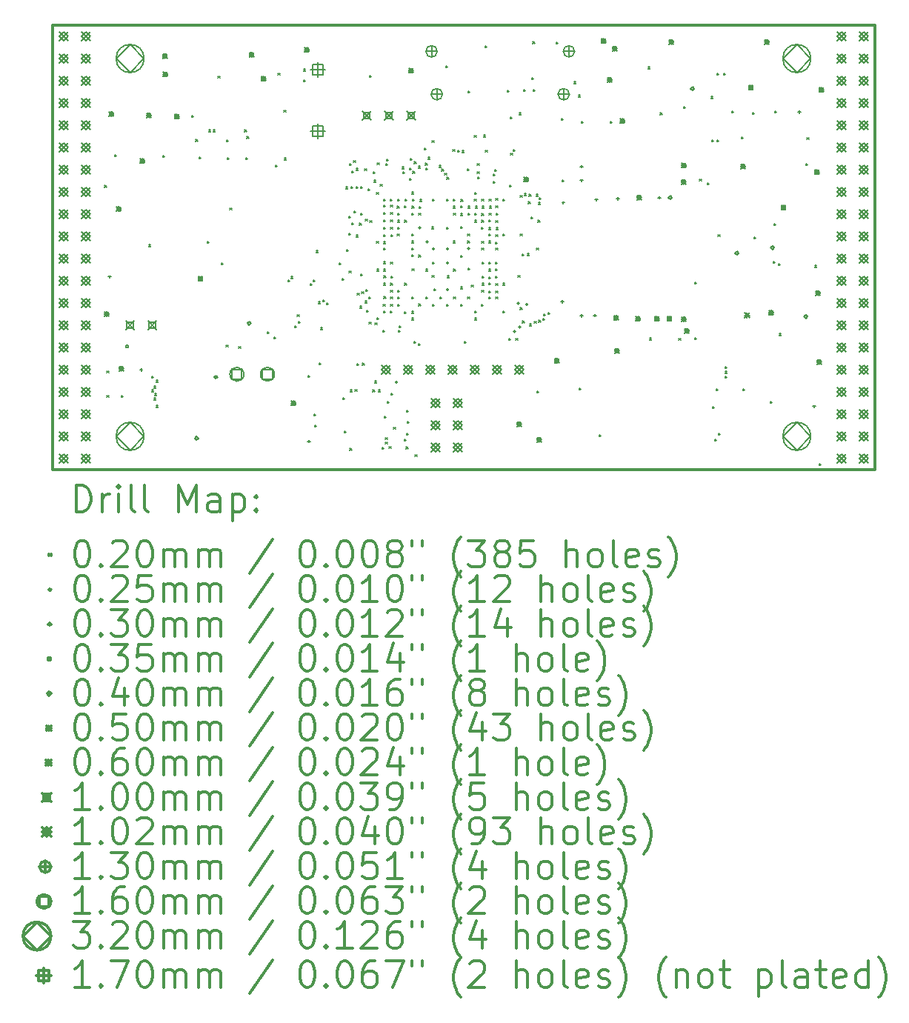
<source format=gbr>
%FSLAX45Y45*%
G04 Gerber Fmt 4.5, Leading zero omitted, Abs format (unit mm)*
G04 Created by KiCad (PCBNEW 5.0.0-rc3+dfsg1-1) date Mon Jul  9 21:23:09 2018*
%MOMM*%
%LPD*%
G01*
G04 APERTURE LIST*
%ADD10C,0.300000*%
%ADD11C,0.200000*%
G04 APERTURE END LIST*
D10*
X9410000Y-6142000D02*
X9410000Y-11222000D01*
X18808000Y-6142000D02*
X9410000Y-6142000D01*
X18808000Y-11222000D02*
X18808000Y-6142000D01*
X9410000Y-11222000D02*
X18808000Y-11222000D01*
D11*
X10009600Y-7973500D02*
X10029600Y-7993500D01*
X10029600Y-7973500D02*
X10009600Y-7993500D01*
X10035000Y-10094400D02*
X10055000Y-10114400D01*
X10055000Y-10094400D02*
X10035000Y-10114400D01*
X10035000Y-10373800D02*
X10055000Y-10393800D01*
X10055000Y-10373800D02*
X10035000Y-10393800D01*
X10125400Y-7619700D02*
X10145400Y-7639700D01*
X10145400Y-7619700D02*
X10125400Y-7639700D01*
X10200100Y-10373800D02*
X10220100Y-10393800D01*
X10220100Y-10373800D02*
X10200100Y-10393800D01*
X10514501Y-8649556D02*
X10534501Y-8669556D01*
X10534501Y-8649556D02*
X10514501Y-8669556D01*
X10545314Y-10310867D02*
X10565314Y-10330867D01*
X10565314Y-10310867D02*
X10545314Y-10330867D01*
X10547276Y-10151849D02*
X10567276Y-10171849D01*
X10567276Y-10151849D02*
X10547276Y-10171849D01*
X10574100Y-10266721D02*
X10594100Y-10286721D01*
X10594100Y-10266721D02*
X10574100Y-10286721D01*
X10574777Y-10403885D02*
X10594777Y-10423885D01*
X10594777Y-10403885D02*
X10574777Y-10423885D01*
X10579048Y-10351357D02*
X10599048Y-10371357D01*
X10599048Y-10351357D02*
X10579048Y-10371357D01*
X10597613Y-10199347D02*
X10617613Y-10219347D01*
X10617613Y-10199347D02*
X10597613Y-10219347D01*
X10598875Y-10487404D02*
X10618875Y-10507404D01*
X10618875Y-10487404D02*
X10598875Y-10507404D01*
X10671500Y-7632400D02*
X10691500Y-7652400D01*
X10691500Y-7632400D02*
X10671500Y-7652400D01*
X11001700Y-7175200D02*
X11021700Y-7195200D01*
X11021700Y-7175200D02*
X11001700Y-7195200D01*
X11049908Y-7448938D02*
X11069908Y-7468938D01*
X11069908Y-7448938D02*
X11049908Y-7468938D01*
X11090600Y-7645100D02*
X11110600Y-7665100D01*
X11110600Y-7645100D02*
X11090600Y-7665100D01*
X11179522Y-8615379D02*
X11199522Y-8635379D01*
X11199522Y-8615379D02*
X11179522Y-8635379D01*
X11197485Y-7337442D02*
X11217485Y-7357442D01*
X11217485Y-7337442D02*
X11197485Y-7357442D01*
X11251427Y-7337442D02*
X11271427Y-7357442D01*
X11271427Y-7337442D02*
X11251427Y-7357442D01*
X11305725Y-6724363D02*
X11325725Y-6744363D01*
X11325725Y-6724363D02*
X11305725Y-6744363D01*
X11344600Y-8857950D02*
X11364600Y-8877950D01*
X11364600Y-8857950D02*
X11344600Y-8877950D01*
X11397399Y-9798805D02*
X11417399Y-9818805D01*
X11417399Y-9798805D02*
X11397399Y-9818805D01*
X11400408Y-7451220D02*
X11420408Y-7471220D01*
X11420408Y-7451220D02*
X11400408Y-7471220D01*
X11408100Y-7657800D02*
X11428100Y-7677800D01*
X11428100Y-7657800D02*
X11408100Y-7677800D01*
X11441393Y-8230943D02*
X11461393Y-8250943D01*
X11461393Y-8230943D02*
X11441393Y-8250943D01*
X11541450Y-9816800D02*
X11561450Y-9836800D01*
X11561450Y-9816800D02*
X11541450Y-9836800D01*
X11609800Y-7337442D02*
X11629800Y-7357442D01*
X11629800Y-7337442D02*
X11609800Y-7357442D01*
X11624000Y-7657800D02*
X11644000Y-7677800D01*
X11644000Y-7657800D02*
X11624000Y-7677800D01*
X11635200Y-7414700D02*
X11655200Y-7434700D01*
X11655200Y-7414700D02*
X11635200Y-7434700D01*
X11869741Y-9643441D02*
X11889741Y-9663441D01*
X11889741Y-9643441D02*
X11869741Y-9663441D01*
X11941500Y-9702500D02*
X11961500Y-9722500D01*
X11961500Y-9702500D02*
X11941500Y-9722500D01*
X11959215Y-7739412D02*
X11979215Y-7759412D01*
X11979215Y-7739412D02*
X11959215Y-7759412D01*
X11990800Y-6690800D02*
X12010800Y-6710800D01*
X12010800Y-6690800D02*
X11990800Y-6710800D01*
X12056498Y-7112736D02*
X12076498Y-7132736D01*
X12076498Y-7112736D02*
X12056498Y-7132736D01*
X12063993Y-7659408D02*
X12083993Y-7679408D01*
X12083993Y-7659408D02*
X12063993Y-7679408D01*
X12106600Y-9054800D02*
X12126600Y-9074800D01*
X12126600Y-9054800D02*
X12106600Y-9074800D01*
X12139415Y-9013562D02*
X12159415Y-9033562D01*
X12159415Y-9013562D02*
X12139415Y-9033562D01*
X12182800Y-9575500D02*
X12202800Y-9595500D01*
X12202800Y-9575500D02*
X12182800Y-9595500D01*
X12210364Y-9448538D02*
X12230364Y-9468538D01*
X12230364Y-9448538D02*
X12210364Y-9468538D01*
X12220900Y-9524700D02*
X12240900Y-9544700D01*
X12240900Y-9524700D02*
X12220900Y-9544700D01*
X12282618Y-6643232D02*
X12302618Y-6663232D01*
X12302618Y-6643232D02*
X12282618Y-6663232D01*
X12284400Y-6768800D02*
X12304400Y-6788800D01*
X12304400Y-6768800D02*
X12284400Y-6788800D01*
X12332545Y-10146435D02*
X12352545Y-10166435D01*
X12352545Y-10146435D02*
X12332545Y-10166435D01*
X12360966Y-9096472D02*
X12380966Y-9116472D01*
X12380966Y-9096472D02*
X12360966Y-9116472D01*
X12391502Y-9053519D02*
X12411502Y-9073519D01*
X12411502Y-9053519D02*
X12391502Y-9073519D01*
X12403550Y-10583350D02*
X12423550Y-10603350D01*
X12423550Y-10583350D02*
X12403550Y-10603350D01*
X12410242Y-10710764D02*
X12430242Y-10730764D01*
X12430242Y-10710764D02*
X12410242Y-10730764D01*
X12426118Y-8717437D02*
X12446118Y-8737437D01*
X12446118Y-8717437D02*
X12426118Y-8737437D01*
X12426118Y-8717437D02*
X12446118Y-8737437D01*
X12446118Y-8717437D02*
X12426118Y-8737437D01*
X12453269Y-9302035D02*
X12473269Y-9322035D01*
X12473269Y-9302035D02*
X12453269Y-9322035D01*
X12460744Y-10002698D02*
X12480744Y-10022698D01*
X12480744Y-10002698D02*
X12460744Y-10022698D01*
X12474902Y-9600287D02*
X12494902Y-9620287D01*
X12494902Y-9600287D02*
X12474902Y-9620287D01*
X12501033Y-9279764D02*
X12521033Y-9299764D01*
X12521033Y-9279764D02*
X12501033Y-9299764D01*
X12542510Y-9313676D02*
X12562510Y-9333676D01*
X12562510Y-9313676D02*
X12542510Y-9333676D01*
X12687018Y-8855931D02*
X12707018Y-8875931D01*
X12707018Y-8855931D02*
X12687018Y-8875931D01*
X12720111Y-9035435D02*
X12740111Y-9055435D01*
X12740111Y-9035435D02*
X12720111Y-9055435D01*
X12731909Y-10397773D02*
X12751909Y-10417773D01*
X12751909Y-10397773D02*
X12731909Y-10417773D01*
X12748660Y-10777504D02*
X12768660Y-10797504D01*
X12768660Y-10777504D02*
X12748660Y-10797504D01*
X12764988Y-7989114D02*
X12784988Y-8009114D01*
X12784988Y-7989114D02*
X12764988Y-8009114D01*
X12771035Y-8708207D02*
X12791035Y-8728207D01*
X12791035Y-8708207D02*
X12771035Y-8728207D01*
X12796207Y-8322888D02*
X12816207Y-8342888D01*
X12816207Y-8322888D02*
X12796207Y-8342888D01*
X12799179Y-8517702D02*
X12819179Y-8537702D01*
X12819179Y-8517702D02*
X12799179Y-8537702D01*
X12803679Y-8951152D02*
X12823679Y-8971152D01*
X12823679Y-8951152D02*
X12803679Y-8971152D01*
X12805201Y-7723267D02*
X12825201Y-7743267D01*
X12825201Y-7723267D02*
X12805201Y-7743267D01*
X12810474Y-10979299D02*
X12830474Y-10999299D01*
X12830474Y-10979299D02*
X12810474Y-10999299D01*
X12814780Y-10310898D02*
X12834780Y-10330898D01*
X12834780Y-10310898D02*
X12814780Y-10330898D01*
X12822879Y-7985310D02*
X12842879Y-8005310D01*
X12842879Y-7985310D02*
X12822879Y-8005310D01*
X12834680Y-7807951D02*
X12854680Y-7827951D01*
X12854680Y-7807951D02*
X12834680Y-7827951D01*
X12835268Y-8401687D02*
X12855268Y-8421687D01*
X12855268Y-8401687D02*
X12835268Y-8421687D01*
X12854493Y-7691566D02*
X12874493Y-7711566D01*
X12874493Y-7691566D02*
X12854493Y-7711566D01*
X12859178Y-8263722D02*
X12879178Y-8283722D01*
X12879178Y-8263722D02*
X12859178Y-8283722D01*
X12870682Y-10308590D02*
X12890682Y-10328590D01*
X12890682Y-10308590D02*
X12870682Y-10328590D01*
X12880857Y-7988548D02*
X12900857Y-8008548D01*
X12900857Y-7988548D02*
X12880857Y-8008548D01*
X12881301Y-8540585D02*
X12901301Y-8560585D01*
X12901301Y-8540585D02*
X12881301Y-8560585D01*
X12886175Y-7777882D02*
X12906175Y-7797882D01*
X12906175Y-7777882D02*
X12886175Y-7797882D01*
X12890520Y-10007480D02*
X12910520Y-10027480D01*
X12910520Y-10007480D02*
X12890520Y-10027480D01*
X12895573Y-9206272D02*
X12915573Y-9226272D01*
X12915573Y-9206272D02*
X12895573Y-9226272D01*
X12920256Y-8405350D02*
X12940256Y-8425350D01*
X12940256Y-8405350D02*
X12920256Y-8425350D01*
X12926203Y-9354578D02*
X12946203Y-9374578D01*
X12946203Y-9354578D02*
X12926203Y-9374578D01*
X12933760Y-7984679D02*
X12953760Y-8004679D01*
X12953760Y-7984679D02*
X12933760Y-8004679D01*
X12934924Y-8983794D02*
X12954924Y-9003794D01*
X12954924Y-8983794D02*
X12934924Y-9003794D01*
X12935809Y-8290406D02*
X12955809Y-8310406D01*
X12955809Y-8290406D02*
X12935809Y-8310406D01*
X12946857Y-9190566D02*
X12966857Y-9210566D01*
X12966857Y-9190566D02*
X12946857Y-9210566D01*
X12956000Y-10005500D02*
X12976000Y-10025500D01*
X12976000Y-10005500D02*
X12956000Y-10025500D01*
X12982095Y-7781082D02*
X13002095Y-7801082D01*
X13002095Y-7781082D02*
X12982095Y-7801082D01*
X12987271Y-9293510D02*
X13007271Y-9313510D01*
X13007271Y-9293510D02*
X12987271Y-9313510D01*
X12989202Y-8359151D02*
X13009202Y-8379151D01*
X13009202Y-8359151D02*
X12989202Y-8379151D01*
X12991955Y-9163298D02*
X13011955Y-9183298D01*
X13011955Y-9163298D02*
X12991955Y-9183298D01*
X13002337Y-9402267D02*
X13022337Y-9422267D01*
X13022337Y-9402267D02*
X13002337Y-9422267D01*
X13017215Y-8013821D02*
X13037215Y-8033821D01*
X13037215Y-8013821D02*
X13017215Y-8033821D01*
X13028454Y-9248473D02*
X13048454Y-9268473D01*
X13048454Y-9248473D02*
X13028454Y-9268473D01*
X13032200Y-9535600D02*
X13052200Y-9555600D01*
X13052200Y-9535600D02*
X13032200Y-9555600D01*
X13033700Y-6718000D02*
X13053700Y-6738000D01*
X13053700Y-6718000D02*
X13033700Y-6738000D01*
X13038793Y-8376986D02*
X13058793Y-8396986D01*
X13058793Y-8376986D02*
X13038793Y-8396986D01*
X13073948Y-10310899D02*
X13093948Y-10330899D01*
X13093948Y-10310899D02*
X13073948Y-10330899D01*
X13077859Y-7815329D02*
X13097859Y-7835329D01*
X13097859Y-7815329D02*
X13077859Y-7835329D01*
X13085264Y-7914901D02*
X13105264Y-7934901D01*
X13105264Y-7914901D02*
X13085264Y-7934901D01*
X13093907Y-10208700D02*
X13113907Y-10228700D01*
X13113907Y-10208700D02*
X13093907Y-10228700D01*
X13098471Y-9546418D02*
X13118471Y-9566418D01*
X13118471Y-9546418D02*
X13098471Y-9566418D01*
X13116430Y-8612711D02*
X13136430Y-8632711D01*
X13136430Y-8612711D02*
X13116430Y-8632711D01*
X13116518Y-8052178D02*
X13136518Y-8072178D01*
X13136518Y-8052178D02*
X13116518Y-8072178D01*
X13117950Y-8930733D02*
X13137950Y-8950733D01*
X13137950Y-8930733D02*
X13117950Y-8950733D01*
X13121616Y-9485914D02*
X13141616Y-9505914D01*
X13141616Y-9485914D02*
X13121616Y-9505914D01*
X13125345Y-7716470D02*
X13145345Y-7736470D01*
X13145345Y-7716470D02*
X13125345Y-7736470D01*
X13135385Y-10310829D02*
X13155385Y-10330829D01*
X13155385Y-10310829D02*
X13135385Y-10330829D01*
X13157757Y-7959799D02*
X13177757Y-7979799D01*
X13177757Y-7959799D02*
X13157757Y-7979799D01*
X13178250Y-10964350D02*
X13198250Y-10984350D01*
X13198250Y-10964350D02*
X13178250Y-10984350D01*
X13188633Y-9630479D02*
X13208633Y-9650479D01*
X13208633Y-9630479D02*
X13188633Y-9650479D01*
X13193199Y-9330000D02*
X13213199Y-9350000D01*
X13213199Y-9330000D02*
X13193199Y-9350000D01*
X13197562Y-8931064D02*
X13217562Y-8951064D01*
X13217562Y-8931064D02*
X13197562Y-8951064D01*
X13197734Y-9090201D02*
X13217734Y-9110201D01*
X13217734Y-9090201D02*
X13197734Y-9110201D01*
X13197902Y-8284734D02*
X13217902Y-8304734D01*
X13217902Y-8284734D02*
X13197902Y-8304734D01*
X13197999Y-8200333D02*
X13217999Y-8220333D01*
X13217999Y-8200333D02*
X13197999Y-8220333D01*
X13198000Y-8690000D02*
X13218000Y-8710000D01*
X13218000Y-8690000D02*
X13198000Y-8710000D01*
X13198000Y-9410000D02*
X13218000Y-9430000D01*
X13218000Y-9410000D02*
X13198000Y-9430000D01*
X13198303Y-8616041D02*
X13218303Y-8636041D01*
X13218303Y-8616041D02*
X13198303Y-8636041D01*
X13198368Y-8369136D02*
X13218368Y-8389136D01*
X13218368Y-8369136D02*
X13198368Y-8389136D01*
X13198405Y-8845827D02*
X13218405Y-8865827D01*
X13218405Y-8845827D02*
X13198405Y-8865827D01*
X13198801Y-8130801D02*
X13218801Y-8150801D01*
X13218801Y-8130801D02*
X13198801Y-8150801D01*
X13198979Y-8537938D02*
X13218979Y-8557938D01*
X13218979Y-8537938D02*
X13198979Y-8557938D01*
X13199289Y-8453537D02*
X13219289Y-8473537D01*
X13219289Y-8453537D02*
X13199289Y-8473537D01*
X13200000Y-9005799D02*
X13220000Y-9025799D01*
X13220000Y-9005799D02*
X13200000Y-9025799D01*
X13201075Y-9242748D02*
X13221075Y-9262748D01*
X13221075Y-9242748D02*
X13201075Y-9262748D01*
X13206286Y-10608587D02*
X13226286Y-10628587D01*
X13226286Y-10608587D02*
X13206286Y-10628587D01*
X13217511Y-10908296D02*
X13237511Y-10928296D01*
X13237511Y-10908296D02*
X13217511Y-10928296D01*
X13218833Y-10855612D02*
X13238833Y-10875612D01*
X13238833Y-10855612D02*
X13218833Y-10875612D01*
X13220903Y-7724256D02*
X13240903Y-7744256D01*
X13240903Y-7724256D02*
X13220903Y-7744256D01*
X13232873Y-7672932D02*
X13252873Y-7692932D01*
X13252873Y-7672932D02*
X13232873Y-7692932D01*
X13236800Y-10440341D02*
X13256800Y-10460341D01*
X13256800Y-10440341D02*
X13236800Y-10460341D01*
X13260800Y-10958000D02*
X13280800Y-10978000D01*
X13280800Y-10958000D02*
X13260800Y-10978000D01*
X13272048Y-8130098D02*
X13292048Y-8150098D01*
X13292048Y-8130098D02*
X13272048Y-8150098D01*
X13274623Y-9409707D02*
X13294623Y-9429707D01*
X13294623Y-9409707D02*
X13274623Y-9429707D01*
X13277261Y-8284735D02*
X13297261Y-8304735D01*
X13297261Y-8284735D02*
X13277261Y-8304735D01*
X13278000Y-8200334D02*
X13298000Y-8220334D01*
X13298000Y-8200334D02*
X13278000Y-8220334D01*
X13278000Y-8850000D02*
X13298000Y-8870000D01*
X13298000Y-8850000D02*
X13278000Y-8870000D01*
X13278000Y-9090000D02*
X13298000Y-9110000D01*
X13298000Y-9090000D02*
X13278000Y-9110000D01*
X13278000Y-9170000D02*
X13298000Y-9190000D01*
X13298000Y-9170000D02*
X13278000Y-9190000D01*
X13278000Y-9250000D02*
X13298000Y-9270000D01*
X13298000Y-9250000D02*
X13278000Y-9270000D01*
X13278000Y-9330000D02*
X13298000Y-9350000D01*
X13298000Y-9330000D02*
X13278000Y-9350000D01*
X13278175Y-8369136D02*
X13298175Y-8389136D01*
X13298175Y-8369136D02*
X13278175Y-8389136D01*
X13278218Y-8453537D02*
X13298218Y-8473537D01*
X13298218Y-8453537D02*
X13278218Y-8473537D01*
X13279688Y-8536938D02*
X13299688Y-8556938D01*
X13299688Y-8536938D02*
X13279688Y-8556938D01*
X13280000Y-9008000D02*
X13300000Y-9028000D01*
X13300000Y-9008000D02*
X13280000Y-9028000D01*
X13282849Y-10350134D02*
X13302849Y-10370134D01*
X13302849Y-10350134D02*
X13282849Y-10370134D01*
X13311600Y-10736500D02*
X13331600Y-10756500D01*
X13331600Y-10736500D02*
X13311600Y-10756500D01*
X13352314Y-8526642D02*
X13372314Y-8546642D01*
X13372314Y-8526642D02*
X13352314Y-8546642D01*
X13354839Y-8209060D02*
X13374839Y-8229060D01*
X13374839Y-8209060D02*
X13354839Y-8229060D01*
X13356449Y-8131468D02*
X13376449Y-8151468D01*
X13376449Y-8131468D02*
X13356449Y-8151468D01*
X13357194Y-8449520D02*
X13377194Y-8469520D01*
X13377194Y-8449520D02*
X13357194Y-8469520D01*
X13358000Y-8290000D02*
X13378000Y-8310000D01*
X13378000Y-8290000D02*
X13358000Y-8310000D01*
X13358000Y-8370000D02*
X13378000Y-8390000D01*
X13378000Y-8370000D02*
X13358000Y-8390000D01*
X13358000Y-9170000D02*
X13378000Y-9190000D01*
X13378000Y-9170000D02*
X13358000Y-9190000D01*
X13358000Y-9250000D02*
X13378000Y-9270000D01*
X13378000Y-9250000D02*
X13358000Y-9270000D01*
X13358548Y-9330230D02*
X13378548Y-9350230D01*
X13378548Y-9330230D02*
X13358548Y-9350230D01*
X13366285Y-9629515D02*
X13386285Y-9649515D01*
X13386285Y-9629515D02*
X13366285Y-9649515D01*
X13375239Y-9577580D02*
X13395239Y-9597580D01*
X13395239Y-9577580D02*
X13375239Y-9597580D01*
X13407730Y-7762109D02*
X13427730Y-7782109D01*
X13427730Y-7762109D02*
X13407730Y-7782109D01*
X13415018Y-7815381D02*
X13435018Y-7835381D01*
X13435018Y-7815381D02*
X13415018Y-7835381D01*
X13433398Y-8208015D02*
X13453398Y-8228015D01*
X13453398Y-8208015D02*
X13433398Y-8228015D01*
X13435582Y-9416717D02*
X13455582Y-9436717D01*
X13455582Y-9416717D02*
X13435582Y-9436717D01*
X13436400Y-10874197D02*
X13456400Y-10894197D01*
X13456400Y-10874197D02*
X13436400Y-10894197D01*
X13438000Y-8370000D02*
X13458000Y-8390000D01*
X13458000Y-8370000D02*
X13438000Y-8390000D01*
X13438000Y-9090000D02*
X13458000Y-9110000D01*
X13458000Y-9090000D02*
X13438000Y-9110000D01*
X13440850Y-8130675D02*
X13460850Y-8150675D01*
X13460850Y-8130675D02*
X13440850Y-8150675D01*
X13453687Y-10961995D02*
X13473687Y-10981995D01*
X13473687Y-10961995D02*
X13453687Y-10981995D01*
X13457587Y-10803159D02*
X13477587Y-10823159D01*
X13477587Y-10803159D02*
X13457587Y-10823159D01*
X13460735Y-10540845D02*
X13480735Y-10560845D01*
X13480735Y-10540845D02*
X13460735Y-10560845D01*
X13465065Y-10671051D02*
X13485065Y-10691051D01*
X13485065Y-10671051D02*
X13465065Y-10691051D01*
X13492132Y-7892495D02*
X13512132Y-7912495D01*
X13512132Y-7892495D02*
X13492132Y-7912495D01*
X13493478Y-7773120D02*
X13513478Y-7793120D01*
X13513478Y-7773120D02*
X13493478Y-7793120D01*
X13502968Y-7663013D02*
X13522968Y-7683013D01*
X13522968Y-7663013D02*
X13502968Y-7683013D01*
X13516300Y-8762700D02*
X13536300Y-8782700D01*
X13536300Y-8762700D02*
X13516300Y-8782700D01*
X13518000Y-8292201D02*
X13538000Y-8312201D01*
X13538000Y-8292201D02*
X13518000Y-8312201D01*
X13518000Y-8530000D02*
X13538000Y-8550000D01*
X13538000Y-8530000D02*
X13518000Y-8550000D01*
X13518000Y-8610000D02*
X13538000Y-8630000D01*
X13538000Y-8610000D02*
X13518000Y-8630000D01*
X13518000Y-8690000D02*
X13538000Y-8710000D01*
X13538000Y-8690000D02*
X13518000Y-8710000D01*
X13518000Y-9250000D02*
X13538000Y-9270000D01*
X13538000Y-9250000D02*
X13518000Y-9270000D01*
X13518128Y-8048312D02*
X13538128Y-8068312D01*
X13538128Y-8048312D02*
X13518128Y-8068312D01*
X13518463Y-9488530D02*
X13538463Y-9508530D01*
X13538463Y-9488530D02*
X13518463Y-9508530D01*
X13518862Y-9412562D02*
X13538862Y-9432562D01*
X13538862Y-9412562D02*
X13518862Y-9432562D01*
X13521538Y-8209385D02*
X13541538Y-8229385D01*
X13541538Y-8209385D02*
X13521538Y-8229385D01*
X13524276Y-8928163D02*
X13544276Y-8948163D01*
X13544276Y-8928163D02*
X13524276Y-8948163D01*
X13525957Y-8129544D02*
X13545957Y-8149544D01*
X13545957Y-8129544D02*
X13525957Y-8149544D01*
X13531439Y-7812965D02*
X13551439Y-7832965D01*
X13551439Y-7812965D02*
X13531439Y-7832965D01*
X13541700Y-9753300D02*
X13561700Y-9773300D01*
X13561700Y-9753300D02*
X13541700Y-9773300D01*
X13548770Y-7704070D02*
X13568770Y-7724070D01*
X13568770Y-7704070D02*
X13548770Y-7724070D01*
X13555656Y-11051071D02*
X13575656Y-11071071D01*
X13575656Y-11051071D02*
X13555656Y-11071071D01*
X13594882Y-7754550D02*
X13614882Y-7774550D01*
X13614882Y-7754550D02*
X13594882Y-7774550D01*
X13595027Y-9781423D02*
X13615027Y-9801423D01*
X13615027Y-9781423D02*
X13595027Y-9801423D01*
X13598000Y-8290000D02*
X13618000Y-8310000D01*
X13618000Y-8290000D02*
X13598000Y-8310000D01*
X13598000Y-8770000D02*
X13618000Y-8790000D01*
X13618000Y-8770000D02*
X13598000Y-8790000D01*
X13599596Y-9326965D02*
X13619596Y-9346965D01*
X13619596Y-9326965D02*
X13599596Y-9346965D01*
X13602455Y-8216004D02*
X13622455Y-8236004D01*
X13622455Y-8216004D02*
X13602455Y-8236004D01*
X13613334Y-8133723D02*
X13633334Y-8153723D01*
X13633334Y-8133723D02*
X13613334Y-8153723D01*
X13664259Y-7547941D02*
X13684259Y-7567941D01*
X13684259Y-7547941D02*
X13664259Y-7567941D01*
X13676320Y-7718760D02*
X13696320Y-7738760D01*
X13696320Y-7718760D02*
X13676320Y-7738760D01*
X13678000Y-8930000D02*
X13698000Y-8950000D01*
X13698000Y-8930000D02*
X13678000Y-8950000D01*
X13678000Y-9250000D02*
X13698000Y-9270000D01*
X13698000Y-9250000D02*
X13678000Y-9270000D01*
X13679461Y-7776107D02*
X13699461Y-7796107D01*
X13699461Y-7776107D02*
X13679461Y-7796107D01*
X13707437Y-7652487D02*
X13727437Y-7672487D01*
X13727437Y-7652487D02*
X13707437Y-7672487D01*
X13745078Y-8447729D02*
X13765078Y-8467729D01*
X13765078Y-8447729D02*
X13745078Y-8467729D01*
X13752489Y-9002290D02*
X13772489Y-9022290D01*
X13772489Y-9002290D02*
X13752489Y-9022290D01*
X13752520Y-7459680D02*
X13772520Y-7479680D01*
X13772520Y-7459680D02*
X13752520Y-7479680D01*
X13758000Y-8130000D02*
X13778000Y-8150000D01*
X13778000Y-8130000D02*
X13758000Y-8150000D01*
X13758000Y-8850000D02*
X13778000Y-8870000D01*
X13778000Y-8850000D02*
X13758000Y-8870000D01*
X13758000Y-9330000D02*
X13778000Y-9350000D01*
X13778000Y-9330000D02*
X13758000Y-9350000D01*
X13770300Y-9156400D02*
X13790300Y-9176400D01*
X13790300Y-9156400D02*
X13770300Y-9176400D01*
X13830592Y-7745154D02*
X13850592Y-7765154D01*
X13850592Y-7745154D02*
X13830592Y-7765154D01*
X13838000Y-9250000D02*
X13858000Y-9270000D01*
X13858000Y-9250000D02*
X13838000Y-9270000D01*
X13862293Y-7788159D02*
X13882293Y-7808159D01*
X13882293Y-7788159D02*
X13862293Y-7808159D01*
X13893994Y-7831909D02*
X13913994Y-7851909D01*
X13913994Y-7831909D02*
X13893994Y-7851909D01*
X13910000Y-6603700D02*
X13930000Y-6623700D01*
X13930000Y-6603700D02*
X13910000Y-6623700D01*
X13917252Y-8451135D02*
X13937252Y-8471135D01*
X13937252Y-8451135D02*
X13917252Y-8471135D01*
X13918000Y-8130000D02*
X13938000Y-8150000D01*
X13938000Y-8130000D02*
X13918000Y-8150000D01*
X13918000Y-9330000D02*
X13938000Y-9350000D01*
X13938000Y-9330000D02*
X13918000Y-9350000D01*
X13921466Y-7881869D02*
X13941466Y-7901869D01*
X13941466Y-7881869D02*
X13921466Y-7901869D01*
X13922232Y-9006404D02*
X13942232Y-9026404D01*
X13942232Y-9006404D02*
X13922232Y-9026404D01*
X13989274Y-7564800D02*
X14009274Y-7584800D01*
X14009274Y-7564800D02*
X13989274Y-7584800D01*
X13991460Y-8609297D02*
X14011460Y-8629297D01*
X14011460Y-8609297D02*
X13991460Y-8629297D01*
X13992898Y-8130000D02*
X14012898Y-8150000D01*
X14012898Y-8130000D02*
X13992898Y-8150000D01*
X13992898Y-8210000D02*
X14012898Y-8230000D01*
X14012898Y-8210000D02*
X13992898Y-8230000D01*
X13996000Y-8292000D02*
X14016000Y-8312000D01*
X14016000Y-8292000D02*
X13996000Y-8312000D01*
X13998000Y-8930000D02*
X14018000Y-8950000D01*
X14018000Y-8930000D02*
X13998000Y-8950000D01*
X13998000Y-9250000D02*
X14018000Y-9270000D01*
X14018000Y-9250000D02*
X13998000Y-9270000D01*
X14041773Y-7569399D02*
X14061773Y-7589399D01*
X14061773Y-7569399D02*
X14041773Y-7589399D01*
X14076133Y-8294127D02*
X14096133Y-8314127D01*
X14096133Y-8294127D02*
X14076133Y-8314127D01*
X14077299Y-8207716D02*
X14097299Y-8227716D01*
X14097299Y-8207716D02*
X14077299Y-8227716D01*
X14077419Y-9133335D02*
X14097419Y-9153335D01*
X14097419Y-9133335D02*
X14077419Y-9153335D01*
X14077693Y-8445254D02*
X14097693Y-8465254D01*
X14097693Y-8445254D02*
X14077693Y-8465254D01*
X14078000Y-9330000D02*
X14098000Y-9350000D01*
X14098000Y-9330000D02*
X14078000Y-9350000D01*
X14079623Y-8771623D02*
X14099623Y-8791623D01*
X14099623Y-8771623D02*
X14079623Y-8791623D01*
X14082264Y-8134744D02*
X14102264Y-8154744D01*
X14102264Y-8134744D02*
X14082264Y-8154744D01*
X14094211Y-7574661D02*
X14114211Y-7594661D01*
X14114211Y-7574661D02*
X14094211Y-7594661D01*
X14118066Y-9754201D02*
X14138066Y-9774201D01*
X14138066Y-9754201D02*
X14118066Y-9774201D01*
X14152481Y-7781450D02*
X14172481Y-7801450D01*
X14172481Y-7781450D02*
X14152481Y-7801450D01*
X14158000Y-8530000D02*
X14178000Y-8550000D01*
X14178000Y-8530000D02*
X14158000Y-8550000D01*
X14158000Y-8610000D02*
X14178000Y-8630000D01*
X14178000Y-8610000D02*
X14158000Y-8630000D01*
X14158000Y-9250000D02*
X14178000Y-9270000D01*
X14178000Y-9250000D02*
X14158000Y-9270000D01*
X14162701Y-8209494D02*
X14182701Y-8229494D01*
X14182701Y-8209494D02*
X14162701Y-8229494D01*
X14162701Y-8289887D02*
X14182701Y-8309887D01*
X14182701Y-8289887D02*
X14162701Y-8309887D01*
X14164000Y-8915099D02*
X14184000Y-8935099D01*
X14184000Y-8915099D02*
X14164000Y-8935099D01*
X14164285Y-6893836D02*
X14184285Y-6913836D01*
X14184285Y-6893836D02*
X14164285Y-6913836D01*
X14200722Y-9110102D02*
X14220722Y-9130102D01*
X14220722Y-9110102D02*
X14200722Y-9130102D01*
X14233699Y-7403800D02*
X14253699Y-7423800D01*
X14253699Y-7403800D02*
X14233699Y-7423800D01*
X14235032Y-8132000D02*
X14255032Y-8152000D01*
X14255032Y-8132000D02*
X14235032Y-8152000D01*
X14236000Y-8052000D02*
X14256000Y-8072000D01*
X14256000Y-8052000D02*
X14236000Y-8072000D01*
X14236000Y-8292000D02*
X14256000Y-8312000D01*
X14256000Y-8292000D02*
X14236000Y-8312000D01*
X14238000Y-8370000D02*
X14258000Y-8390000D01*
X14258000Y-8370000D02*
X14238000Y-8390000D01*
X14238000Y-9410000D02*
X14258000Y-9430000D01*
X14258000Y-9410000D02*
X14238000Y-9430000D01*
X14238000Y-9490000D02*
X14258000Y-9510000D01*
X14258000Y-9490000D02*
X14238000Y-9510000D01*
X14247102Y-8210435D02*
X14267102Y-8230435D01*
X14267102Y-8210435D02*
X14247102Y-8230435D01*
X14268441Y-7818307D02*
X14288441Y-7838307D01*
X14288441Y-7818307D02*
X14268441Y-7838307D01*
X14268583Y-7724192D02*
X14288583Y-7744192D01*
X14288583Y-7724192D02*
X14268583Y-7744192D01*
X14271130Y-7874603D02*
X14291130Y-7894603D01*
X14291130Y-7874603D02*
X14271130Y-7894603D01*
X14316000Y-8452000D02*
X14336000Y-8472000D01*
X14336000Y-8452000D02*
X14316000Y-8472000D01*
X14316969Y-9331491D02*
X14336969Y-9351491D01*
X14336969Y-9331491D02*
X14316969Y-9351491D01*
X14318000Y-8370000D02*
X14338000Y-8390000D01*
X14338000Y-8370000D02*
X14318000Y-8390000D01*
X14318000Y-8690000D02*
X14338000Y-8710000D01*
X14338000Y-8690000D02*
X14318000Y-8710000D01*
X14318000Y-9170000D02*
X14338000Y-9190000D01*
X14338000Y-9170000D02*
X14318000Y-9190000D01*
X14318740Y-8294201D02*
X14338740Y-8314201D01*
X14338740Y-8294201D02*
X14318740Y-8314201D01*
X14319433Y-8127729D02*
X14339433Y-8147729D01*
X14339433Y-8127729D02*
X14319433Y-8147729D01*
X14320000Y-8612000D02*
X14340000Y-8632000D01*
X14340000Y-8612000D02*
X14320000Y-8632000D01*
X14322201Y-8849503D02*
X14342201Y-8869503D01*
X14342201Y-8849503D02*
X14322201Y-8869503D01*
X14322201Y-9010195D02*
X14342201Y-9030195D01*
X14342201Y-9010195D02*
X14322201Y-9030195D01*
X14322201Y-9090066D02*
X14342201Y-9110066D01*
X14342201Y-9090066D02*
X14322201Y-9110066D01*
X14323265Y-8209799D02*
X14343265Y-8229799D01*
X14343265Y-8209799D02*
X14323265Y-8229799D01*
X14341800Y-7397450D02*
X14361800Y-7417450D01*
X14361800Y-7397450D02*
X14341800Y-7417450D01*
X14355067Y-6376252D02*
X14375067Y-6396252D01*
X14375067Y-6376252D02*
X14355067Y-6396252D01*
X14360888Y-7571730D02*
X14380888Y-7591730D01*
X14380888Y-7571730D02*
X14360888Y-7591730D01*
X14396483Y-9177765D02*
X14416483Y-9197765D01*
X14416483Y-9177765D02*
X14396483Y-9197765D01*
X14397624Y-8929530D02*
X14417624Y-8949530D01*
X14417624Y-8929530D02*
X14397624Y-8949530D01*
X14397701Y-9016697D02*
X14417701Y-9036697D01*
X14417701Y-9016697D02*
X14397701Y-9036697D01*
X14398000Y-8610000D02*
X14418000Y-8630000D01*
X14418000Y-8610000D02*
X14398000Y-8630000D01*
X14398000Y-9085650D02*
X14418000Y-9105650D01*
X14418000Y-9085650D02*
X14398000Y-9105650D01*
X14398283Y-8848451D02*
X14418283Y-8868451D01*
X14418283Y-8848451D02*
X14398283Y-8868451D01*
X14400201Y-8529722D02*
X14420201Y-8549722D01*
X14420201Y-8529722D02*
X14400201Y-8549722D01*
X14400319Y-8367799D02*
X14420319Y-8387799D01*
X14420319Y-8367799D02*
X14400319Y-8387799D01*
X14400350Y-8456040D02*
X14420350Y-8476040D01*
X14420350Y-8456040D02*
X14400350Y-8476040D01*
X14401325Y-9248876D02*
X14421325Y-9268876D01*
X14421325Y-9248876D02*
X14401325Y-9268876D01*
X14403141Y-8290000D02*
X14423141Y-8310000D01*
X14423141Y-8290000D02*
X14403141Y-8310000D01*
X14403835Y-8128377D02*
X14423835Y-8148377D01*
X14423835Y-8128377D02*
X14403835Y-8148377D01*
X14407666Y-8210000D02*
X14427666Y-8230000D01*
X14427666Y-8210000D02*
X14407666Y-8230000D01*
X14450634Y-7841735D02*
X14470634Y-7861735D01*
X14470634Y-7841735D02*
X14450634Y-7861735D01*
X14450634Y-7926136D02*
X14470634Y-7946136D01*
X14470634Y-7926136D02*
X14450634Y-7946136D01*
X14469153Y-7792394D02*
X14489153Y-7812394D01*
X14489153Y-7792394D02*
X14469153Y-7812394D01*
X14475676Y-8924990D02*
X14495676Y-8944990D01*
X14495676Y-8924990D02*
X14475676Y-8944990D01*
X14476724Y-9009392D02*
X14496724Y-9029392D01*
X14496724Y-9009392D02*
X14476724Y-9029392D01*
X14477515Y-8619275D02*
X14497515Y-8639275D01*
X14497515Y-8619275D02*
X14477515Y-8639275D01*
X14477765Y-8852201D02*
X14497765Y-8872201D01*
X14497765Y-8852201D02*
X14477765Y-8872201D01*
X14478235Y-9247799D02*
X14498235Y-9267799D01*
X14498235Y-9247799D02*
X14478235Y-9267799D01*
X14478778Y-8123192D02*
X14498778Y-8143192D01*
X14498778Y-8123192D02*
X14478778Y-8143192D01*
X14478812Y-8207593D02*
X14498812Y-8227593D01*
X14498812Y-8207593D02*
X14478812Y-8227593D01*
X14478935Y-8534874D02*
X14498935Y-8554874D01*
X14498935Y-8534874D02*
X14478935Y-8554874D01*
X14479160Y-9178194D02*
X14499160Y-9198194D01*
X14499160Y-9178194D02*
X14479160Y-9198194D01*
X14479432Y-8687756D02*
X14499432Y-8707756D01*
X14499432Y-8687756D02*
X14479432Y-8707756D01*
X14479670Y-8376395D02*
X14499670Y-8396395D01*
X14499670Y-8376395D02*
X14479670Y-8396395D01*
X14480294Y-9093793D02*
X14500294Y-9113793D01*
X14500294Y-9093793D02*
X14480294Y-9113793D01*
X14481241Y-8455796D02*
X14501241Y-8475796D01*
X14501241Y-8455796D02*
X14481241Y-8475796D01*
X14481689Y-8291994D02*
X14501689Y-8311994D01*
X14501689Y-8291994D02*
X14481689Y-8311994D01*
X14557281Y-8529606D02*
X14577281Y-8549606D01*
X14577281Y-8529606D02*
X14557281Y-8549606D01*
X14558000Y-8130512D02*
X14578000Y-8150512D01*
X14578000Y-8130512D02*
X14558000Y-8150512D01*
X14558739Y-9089665D02*
X14578739Y-9109665D01*
X14578739Y-9089665D02*
X14558739Y-9109665D01*
X14559124Y-9406675D02*
X14579124Y-9426675D01*
X14579124Y-9406675D02*
X14559124Y-9426675D01*
X14613342Y-6884608D02*
X14633342Y-6904608D01*
X14633342Y-6884608D02*
X14613342Y-6904608D01*
X14629479Y-9723392D02*
X14649479Y-9743392D01*
X14649479Y-9723392D02*
X14629479Y-9743392D01*
X14638141Y-7971938D02*
X14658141Y-7991938D01*
X14658141Y-7971938D02*
X14638141Y-7991938D01*
X14646600Y-7187900D02*
X14666600Y-7207900D01*
X14666600Y-7187900D02*
X14646600Y-7207900D01*
X14648744Y-7607406D02*
X14668744Y-7627406D01*
X14668744Y-7607406D02*
X14648744Y-7627406D01*
X14680980Y-7560789D02*
X14700980Y-7580789D01*
X14700980Y-7560789D02*
X14680980Y-7580789D01*
X14707598Y-9723392D02*
X14727598Y-9743392D01*
X14727598Y-9723392D02*
X14707598Y-9743392D01*
X14733095Y-9001248D02*
X14753095Y-9021248D01*
X14753095Y-9001248D02*
X14733095Y-9021248D01*
X14748200Y-7143450D02*
X14768200Y-7163450D01*
X14768200Y-7143450D02*
X14748200Y-7163450D01*
X14758739Y-8527409D02*
X14778739Y-8547409D01*
X14778739Y-8527409D02*
X14758739Y-8547409D01*
X14758831Y-8088311D02*
X14778831Y-8108311D01*
X14778831Y-8088311D02*
X14758831Y-8108311D01*
X14760000Y-9372000D02*
X14780000Y-9392000D01*
X14780000Y-9372000D02*
X14760000Y-9392000D01*
X14781079Y-8758342D02*
X14801079Y-8778342D01*
X14801079Y-8758342D02*
X14781079Y-8778342D01*
X14782886Y-9523902D02*
X14802886Y-9543902D01*
X14802886Y-9523902D02*
X14782886Y-9543902D01*
X14799000Y-6876750D02*
X14819000Y-6896750D01*
X14819000Y-6876750D02*
X14799000Y-6896750D01*
X14807525Y-8068155D02*
X14827525Y-8088155D01*
X14827525Y-8068155D02*
X14807525Y-8088155D01*
X14838354Y-8752346D02*
X14858354Y-8772346D01*
X14858354Y-8752346D02*
X14838354Y-8772346D01*
X14851066Y-8160586D02*
X14871066Y-8180586D01*
X14871066Y-8160586D02*
X14851066Y-8180586D01*
X14859611Y-8076185D02*
X14879611Y-8096185D01*
X14879611Y-8076185D02*
X14859611Y-8096185D01*
X14864798Y-9556963D02*
X14884798Y-9576963D01*
X14884798Y-9556963D02*
X14864798Y-9576963D01*
X14882151Y-8334201D02*
X14902151Y-8354201D01*
X14902151Y-8334201D02*
X14882151Y-8354201D01*
X14887900Y-6742997D02*
X14907900Y-6762997D01*
X14907900Y-6742997D02*
X14887900Y-6762997D01*
X14903412Y-6332405D02*
X14923412Y-6352405D01*
X14923412Y-6332405D02*
X14903412Y-6352405D01*
X14906950Y-6876750D02*
X14926950Y-6896750D01*
X14926950Y-6876750D02*
X14906950Y-6896750D01*
X14918439Y-9527799D02*
X14938439Y-9547799D01*
X14938439Y-9527799D02*
X14918439Y-9547799D01*
X14942722Y-8073801D02*
X14962722Y-8093801D01*
X14962722Y-8073801D02*
X14942722Y-8093801D01*
X14945314Y-8688944D02*
X14965314Y-8708944D01*
X14965314Y-8688944D02*
X14945314Y-8708944D01*
X14947728Y-10322085D02*
X14967728Y-10342085D01*
X14967728Y-10322085D02*
X14947728Y-10342085D01*
X14963249Y-8370769D02*
X14983249Y-8390769D01*
X14983249Y-8370769D02*
X14963249Y-8390769D01*
X14968729Y-8167499D02*
X14988729Y-8187499D01*
X14988729Y-8167499D02*
X14968729Y-8187499D01*
X14969589Y-9515108D02*
X14989589Y-9535108D01*
X14989589Y-9515108D02*
X14969589Y-9535108D01*
X14975319Y-8115211D02*
X14995319Y-8135211D01*
X14995319Y-8115211D02*
X14975319Y-8135211D01*
X15017890Y-9494025D02*
X15037890Y-9514025D01*
X15037890Y-9494025D02*
X15017890Y-9514025D01*
X15024597Y-9441753D02*
X15044597Y-9461753D01*
X15044597Y-9441753D02*
X15024597Y-9461753D01*
X15078921Y-9423257D02*
X15098921Y-9443257D01*
X15098921Y-9423257D02*
X15078921Y-9443257D01*
X15167300Y-6337000D02*
X15187300Y-6357000D01*
X15187300Y-6337000D02*
X15167300Y-6357000D01*
X15230800Y-7206950D02*
X15250800Y-7226950D01*
X15250800Y-7206950D02*
X15230800Y-7226950D01*
X15239707Y-7909347D02*
X15259707Y-7929347D01*
X15259707Y-7909347D02*
X15239707Y-7929347D01*
X15370500Y-6789627D02*
X15390500Y-6809627D01*
X15390500Y-6789627D02*
X15370500Y-6809627D01*
X15421300Y-6940250D02*
X15441300Y-6960250D01*
X15441300Y-6940250D02*
X15421300Y-6960250D01*
X15432558Y-10288777D02*
X15452558Y-10308777D01*
X15452558Y-10288777D02*
X15432558Y-10308777D01*
X15459400Y-7238700D02*
X15479400Y-7258700D01*
X15479400Y-7238700D02*
X15459400Y-7258700D01*
X15662600Y-10820100D02*
X15682600Y-10840100D01*
X15682600Y-10820100D02*
X15662600Y-10840100D01*
X15789600Y-7238700D02*
X15809600Y-7258700D01*
X15809600Y-7238700D02*
X15789600Y-7258700D01*
X16217147Y-6618496D02*
X16237147Y-6638496D01*
X16237147Y-6618496D02*
X16217147Y-6638496D01*
X16234100Y-9717000D02*
X16254100Y-9737000D01*
X16254100Y-9717000D02*
X16234100Y-9737000D01*
X16360322Y-7144216D02*
X16380322Y-7164216D01*
X16380322Y-7144216D02*
X16360322Y-7164216D01*
X16570337Y-9724488D02*
X16590337Y-9744488D01*
X16590337Y-9724488D02*
X16570337Y-9744488D01*
X16625348Y-7073546D02*
X16645348Y-7093546D01*
X16645348Y-7073546D02*
X16625348Y-7093546D01*
X16754800Y-9080200D02*
X16774800Y-9100200D01*
X16774800Y-9080200D02*
X16754800Y-9100200D01*
X16754800Y-9715200D02*
X16774800Y-9735200D01*
X16774800Y-9715200D02*
X16754800Y-9735200D01*
X16806644Y-7900804D02*
X16826644Y-7920804D01*
X16826644Y-7900804D02*
X16806644Y-7920804D01*
X16894500Y-7943550D02*
X16914500Y-7963550D01*
X16914500Y-7943550D02*
X16894500Y-7963550D01*
X16941704Y-6958649D02*
X16961704Y-6978649D01*
X16961704Y-6958649D02*
X16941704Y-6978649D01*
X16945300Y-7454600D02*
X16965300Y-7474600D01*
X16965300Y-7454600D02*
X16945300Y-7474600D01*
X16958000Y-10502600D02*
X16978000Y-10522600D01*
X16978000Y-10502600D02*
X16958000Y-10522600D01*
X16983400Y-10870900D02*
X17003400Y-10890900D01*
X17003400Y-10870900D02*
X16983400Y-10890900D01*
X16996100Y-10299400D02*
X17016100Y-10319400D01*
X17016100Y-10299400D02*
X16996100Y-10319400D01*
X17008800Y-6692600D02*
X17028800Y-6712600D01*
X17028800Y-6692600D02*
X17008800Y-6712600D01*
X17008800Y-7454600D02*
X17028800Y-7474600D01*
X17028800Y-7454600D02*
X17008800Y-7474600D01*
X17020954Y-8534153D02*
X17040954Y-8554153D01*
X17040954Y-8534153D02*
X17020954Y-8554153D01*
X17021500Y-10807400D02*
X17041500Y-10827400D01*
X17041500Y-10807400D02*
X17021500Y-10827400D01*
X17085000Y-6692600D02*
X17105000Y-6712600D01*
X17105000Y-6692600D02*
X17085000Y-6712600D01*
X17098912Y-10045982D02*
X17118912Y-10065982D01*
X17118912Y-10045982D02*
X17098912Y-10065982D01*
X17098912Y-10098683D02*
X17118912Y-10118683D01*
X17118912Y-10098683D02*
X17098912Y-10118683D01*
X17098912Y-10155324D02*
X17118912Y-10175324D01*
X17118912Y-10155324D02*
X17098912Y-10175324D01*
X17173900Y-7124400D02*
X17193900Y-7144400D01*
X17193900Y-7124400D02*
X17173900Y-7144400D01*
X17288200Y-7416500D02*
X17308200Y-7436500D01*
X17308200Y-7416500D02*
X17288200Y-7436500D01*
X17300900Y-10299400D02*
X17320900Y-10319400D01*
X17320900Y-10299400D02*
X17300900Y-10319400D01*
X17415200Y-7137100D02*
X17435200Y-7157100D01*
X17435200Y-7137100D02*
X17415200Y-7157100D01*
X17427900Y-8564300D02*
X17447900Y-8584300D01*
X17447900Y-8564300D02*
X17427900Y-8584300D01*
X17618400Y-10439100D02*
X17638400Y-10459100D01*
X17638400Y-10439100D02*
X17618400Y-10459100D01*
X17650543Y-8840716D02*
X17670543Y-8860716D01*
X17670543Y-8840716D02*
X17650543Y-8860716D01*
X17660000Y-8412000D02*
X17680000Y-8432000D01*
X17680000Y-8412000D02*
X17660000Y-8432000D01*
X17669708Y-7124179D02*
X17689708Y-7144179D01*
X17689708Y-7124179D02*
X17669708Y-7144179D01*
X17708899Y-8866403D02*
X17728899Y-8886403D01*
X17728899Y-8866403D02*
X17708899Y-8886403D01*
X17718798Y-9667866D02*
X17738798Y-9687866D01*
X17738798Y-9667866D02*
X17718798Y-9687866D01*
X18024078Y-7721693D02*
X18044078Y-7741693D01*
X18044078Y-7721693D02*
X18024078Y-7741693D01*
X18036000Y-7427400D02*
X18056000Y-7447400D01*
X18056000Y-7427400D02*
X18036000Y-7447400D01*
X18124900Y-8887900D02*
X18144900Y-8907900D01*
X18144900Y-8887900D02*
X18124900Y-8907900D01*
X18177200Y-11150300D02*
X18197200Y-11170300D01*
X18197200Y-11150300D02*
X18177200Y-11170300D01*
X13357629Y-10223262D02*
G75*
G03X13357629Y-10223262I-12700J0D01*
G01*
X13620700Y-8460000D02*
G75*
G03X13620700Y-8460000I-12700J0D01*
G01*
X13706511Y-8619631D02*
G75*
G03X13706511Y-8619631I-12700J0D01*
G01*
X13780700Y-8700000D02*
G75*
G03X13780700Y-8700000I-12700J0D01*
G01*
X13939164Y-9161521D02*
G75*
G03X13939164Y-9161521I-12700J0D01*
G01*
X13940700Y-8700000D02*
G75*
G03X13940700Y-8700000I-12700J0D01*
G01*
X13940700Y-8860000D02*
G75*
G03X13940700Y-8860000I-12700J0D01*
G01*
X14180298Y-8698652D02*
G75*
G03X14180298Y-8698652I-12700J0D01*
G01*
X14706928Y-9645206D02*
G75*
G03X14706928Y-9645206I-12700J0D01*
G01*
X14747089Y-9321713D02*
G75*
G03X14747089Y-9321713I-12700J0D01*
G01*
X14766147Y-9591326D02*
G75*
G03X14766147Y-9591326I-12700J0D01*
G01*
X14847601Y-9332231D02*
G75*
G03X14847601Y-9332231I-12700J0D01*
G01*
X10065212Y-9001224D02*
X10065212Y-9031224D01*
X10050212Y-9016224D02*
X10080212Y-9016224D01*
X10426000Y-10064000D02*
X10426000Y-10094000D01*
X10411000Y-10079000D02*
X10441000Y-10079000D01*
X12343700Y-10882200D02*
X12343700Y-10912200D01*
X12328700Y-10897200D02*
X12358700Y-10897200D01*
X15240800Y-9284750D02*
X15240800Y-9314750D01*
X15225800Y-9299750D02*
X15255800Y-9299750D01*
X15251012Y-8154523D02*
X15251012Y-8184523D01*
X15236012Y-8169523D02*
X15266012Y-8169523D01*
X15456700Y-7741700D02*
X15456700Y-7771700D01*
X15441700Y-7756700D02*
X15471700Y-7756700D01*
X15456700Y-7900450D02*
X15456700Y-7930450D01*
X15441700Y-7915450D02*
X15471700Y-7915450D01*
X15459390Y-9445795D02*
X15459390Y-9475795D01*
X15444390Y-9460795D02*
X15474390Y-9460795D01*
X15609100Y-9443500D02*
X15609100Y-9473500D01*
X15594100Y-9458500D02*
X15624100Y-9458500D01*
X15626277Y-8119937D02*
X15626277Y-8149937D01*
X15611277Y-8134937D02*
X15641277Y-8134937D01*
X15875800Y-8110000D02*
X15875800Y-8140000D01*
X15860800Y-8125000D02*
X15890800Y-8125000D01*
X16345700Y-8097300D02*
X16345700Y-8127300D01*
X16330700Y-8112300D02*
X16360700Y-8112300D01*
X17945900Y-7119400D02*
X17945900Y-7149400D01*
X17930900Y-7134400D02*
X17960900Y-7134400D01*
X18115592Y-10483071D02*
X18115592Y-10513071D01*
X18100592Y-10498071D02*
X18130592Y-10498071D01*
X10274775Y-9826475D02*
X10274775Y-9801726D01*
X10250026Y-9801726D01*
X10250026Y-9826475D01*
X10274775Y-9826475D01*
X11059391Y-10883646D02*
X11079391Y-10863646D01*
X11059391Y-10843646D01*
X11039391Y-10863646D01*
X11059391Y-10883646D01*
X11278400Y-10183350D02*
X11298400Y-10163350D01*
X11278400Y-10143350D01*
X11258400Y-10163350D01*
X11278400Y-10183350D01*
X11659400Y-9567400D02*
X11679400Y-9547400D01*
X11659400Y-9527400D01*
X11639400Y-9547400D01*
X11659400Y-9567400D01*
X16472700Y-8132300D02*
X16492700Y-8112300D01*
X16472700Y-8092300D01*
X16452700Y-8112300D01*
X16472700Y-8132300D01*
X16726700Y-6887700D02*
X16746700Y-6867700D01*
X16726700Y-6847700D01*
X16706700Y-6867700D01*
X16726700Y-6887700D01*
X17234700Y-8767300D02*
X17254700Y-8747300D01*
X17234700Y-8727300D01*
X17214700Y-8747300D01*
X17234700Y-8767300D01*
X17641100Y-8703800D02*
X17661100Y-8683800D01*
X17641100Y-8663800D01*
X17621100Y-8683800D01*
X17641100Y-8703800D01*
X18022100Y-9491200D02*
X18042100Y-9471200D01*
X18022100Y-9451200D01*
X18002100Y-9471200D01*
X18022100Y-9491200D01*
X10007300Y-9419000D02*
X10057300Y-9469000D01*
X10057300Y-9419000D02*
X10007300Y-9469000D01*
X10057300Y-9444000D02*
G75*
G03X10057300Y-9444000I-25000J0D01*
G01*
X10060589Y-7132486D02*
X10110589Y-7182486D01*
X10110589Y-7132486D02*
X10060589Y-7182486D01*
X10110589Y-7157486D02*
G75*
G03X10110589Y-7157486I-25000J0D01*
G01*
X10145789Y-8217318D02*
X10195789Y-8267318D01*
X10195789Y-8217318D02*
X10145789Y-8267318D01*
X10195789Y-8242318D02*
G75*
G03X10195789Y-8242318I-25000J0D01*
G01*
X10173900Y-10043100D02*
X10223900Y-10093100D01*
X10223900Y-10043100D02*
X10173900Y-10093100D01*
X10223900Y-10068100D02*
G75*
G03X10223900Y-10068100I-25000J0D01*
G01*
X10415200Y-7668200D02*
X10465200Y-7718200D01*
X10465200Y-7668200D02*
X10415200Y-7718200D01*
X10465200Y-7693200D02*
G75*
G03X10465200Y-7693200I-25000J0D01*
G01*
X10489900Y-7147500D02*
X10539900Y-7197500D01*
X10539900Y-7147500D02*
X10489900Y-7197500D01*
X10539900Y-7172500D02*
G75*
G03X10539900Y-7172500I-25000J0D01*
G01*
X10672481Y-6470397D02*
X10722481Y-6520397D01*
X10722481Y-6470397D02*
X10672481Y-6520397D01*
X10722481Y-6495397D02*
G75*
G03X10722481Y-6495397I-25000J0D01*
G01*
X10677149Y-6679363D02*
X10727149Y-6729363D01*
X10727149Y-6679363D02*
X10677149Y-6729363D01*
X10727149Y-6704363D02*
G75*
G03X10727149Y-6704363I-25000J0D01*
G01*
X10808900Y-7160200D02*
X10858900Y-7210200D01*
X10858900Y-7160200D02*
X10808900Y-7210200D01*
X10858900Y-7185200D02*
G75*
G03X10858900Y-7185200I-25000J0D01*
G01*
X11077510Y-9016310D02*
X11127510Y-9066310D01*
X11127510Y-9016310D02*
X11077510Y-9066310D01*
X11127510Y-9041310D02*
G75*
G03X11127510Y-9041310I-25000J0D01*
G01*
X11663050Y-6455294D02*
X11713050Y-6505294D01*
X11713050Y-6455294D02*
X11663050Y-6505294D01*
X11713050Y-6480294D02*
G75*
G03X11713050Y-6480294I-25000J0D01*
G01*
X11799500Y-6728400D02*
X11849500Y-6778400D01*
X11849500Y-6728400D02*
X11799500Y-6778400D01*
X11849500Y-6753400D02*
G75*
G03X11849500Y-6753400I-25000J0D01*
G01*
X12142400Y-10436800D02*
X12192400Y-10486800D01*
X12192400Y-10436800D02*
X12142400Y-10486800D01*
X12192400Y-10461800D02*
G75*
G03X12192400Y-10461800I-25000J0D01*
G01*
X12294800Y-6398200D02*
X12344800Y-6448200D01*
X12344800Y-6398200D02*
X12294800Y-6448200D01*
X12344800Y-6423200D02*
G75*
G03X12344800Y-6423200I-25000J0D01*
G01*
X13485559Y-6636662D02*
X13535559Y-6686662D01*
X13535559Y-6636662D02*
X13485559Y-6686662D01*
X13535559Y-6661662D02*
G75*
G03X13535559Y-6661662I-25000J0D01*
G01*
X14720500Y-10678100D02*
X14770500Y-10728100D01*
X14770500Y-10678100D02*
X14720500Y-10728100D01*
X14770500Y-10703100D02*
G75*
G03X14770500Y-10703100I-25000J0D01*
G01*
X14801839Y-7880002D02*
X14851839Y-7930002D01*
X14851839Y-7880002D02*
X14801839Y-7930002D01*
X14851839Y-7905002D02*
G75*
G03X14851839Y-7905002I-25000J0D01*
G01*
X14949100Y-10855900D02*
X14999100Y-10905900D01*
X14999100Y-10855900D02*
X14949100Y-10905900D01*
X14999100Y-10880900D02*
G75*
G03X14999100Y-10880900I-25000J0D01*
G01*
X15150800Y-9952400D02*
X15200800Y-10002400D01*
X15200800Y-9952400D02*
X15150800Y-10002400D01*
X15200800Y-9977400D02*
G75*
G03X15200800Y-9977400I-25000J0D01*
G01*
X15685700Y-6296600D02*
X15735700Y-6346600D01*
X15735700Y-6296600D02*
X15685700Y-6346600D01*
X15735700Y-6321600D02*
G75*
G03X15735700Y-6321600I-25000J0D01*
G01*
X15755757Y-6741927D02*
X15805757Y-6791927D01*
X15805757Y-6741927D02*
X15755757Y-6791927D01*
X15805757Y-6766927D02*
G75*
G03X15805757Y-6766927I-25000J0D01*
G01*
X15812700Y-6385500D02*
X15862700Y-6435500D01*
X15862700Y-6385500D02*
X15812700Y-6435500D01*
X15862700Y-6410500D02*
G75*
G03X15862700Y-6410500I-25000J0D01*
G01*
X15828999Y-9461877D02*
X15878999Y-9511877D01*
X15878999Y-9461877D02*
X15828999Y-9511877D01*
X15878999Y-9486877D02*
G75*
G03X15878999Y-9486877I-25000J0D01*
G01*
X15839500Y-9838500D02*
X15889500Y-9888500D01*
X15889500Y-9838500D02*
X15839500Y-9888500D01*
X15889500Y-9863500D02*
G75*
G03X15889500Y-9863500I-25000J0D01*
G01*
X15901600Y-7211000D02*
X15951600Y-7261000D01*
X15951600Y-7211000D02*
X15901600Y-7261000D01*
X15951600Y-7236000D02*
G75*
G03X15951600Y-7236000I-25000J0D01*
G01*
X16079400Y-9471600D02*
X16129400Y-9521600D01*
X16129400Y-9471600D02*
X16079400Y-9521600D01*
X16129400Y-9496600D02*
G75*
G03X16129400Y-9496600I-25000J0D01*
G01*
X16092100Y-8087300D02*
X16142100Y-8137300D01*
X16142100Y-8087300D02*
X16092100Y-8137300D01*
X16142100Y-8112300D02*
G75*
G03X16142100Y-8112300I-25000J0D01*
G01*
X16295300Y-9471600D02*
X16345300Y-9521600D01*
X16345300Y-9471600D02*
X16295300Y-9521600D01*
X16345300Y-9496600D02*
G75*
G03X16345300Y-9496600I-25000J0D01*
G01*
X16437573Y-9473247D02*
X16487573Y-9523247D01*
X16487573Y-9473247D02*
X16437573Y-9523247D01*
X16487573Y-9498247D02*
G75*
G03X16487573Y-9498247I-25000J0D01*
G01*
X16460400Y-6309300D02*
X16510400Y-6359300D01*
X16510400Y-6309300D02*
X16460400Y-6359300D01*
X16510400Y-6334300D02*
G75*
G03X16510400Y-6334300I-25000J0D01*
G01*
X16600554Y-7910074D02*
X16650554Y-7960074D01*
X16650554Y-7910074D02*
X16600554Y-7960074D01*
X16650554Y-7935074D02*
G75*
G03X16650554Y-7935074I-25000J0D01*
G01*
X16602543Y-7720953D02*
X16652543Y-7770953D01*
X16652543Y-7720953D02*
X16602543Y-7770953D01*
X16652543Y-7745953D02*
G75*
G03X16652543Y-7745953I-25000J0D01*
G01*
X16603469Y-9477515D02*
X16653469Y-9527515D01*
X16653469Y-9477515D02*
X16603469Y-9527515D01*
X16653469Y-9502515D02*
G75*
G03X16653469Y-9502515I-25000J0D01*
G01*
X16638200Y-9611300D02*
X16688200Y-9661300D01*
X16688200Y-9611300D02*
X16638200Y-9661300D01*
X16688200Y-9636300D02*
G75*
G03X16688200Y-9636300I-25000J0D01*
G01*
X17279550Y-7731700D02*
X17329550Y-7781700D01*
X17329550Y-7731700D02*
X17279550Y-7781700D01*
X17329550Y-7756700D02*
G75*
G03X17329550Y-7756700I-25000J0D01*
G01*
X17368450Y-6830000D02*
X17418450Y-6880000D01*
X17418450Y-6830000D02*
X17368450Y-6880000D01*
X17418450Y-6855000D02*
G75*
G03X17418450Y-6855000I-25000J0D01*
G01*
X17552600Y-6309300D02*
X17602600Y-6359300D01*
X17602600Y-6309300D02*
X17552600Y-6359300D01*
X17602600Y-6334300D02*
G75*
G03X17602600Y-6334300I-25000J0D01*
G01*
X17600494Y-9403846D02*
X17650494Y-9453846D01*
X17650494Y-9403846D02*
X17600494Y-9453846D01*
X17650494Y-9428846D02*
G75*
G03X17650494Y-9428846I-25000J0D01*
G01*
X17740844Y-8203135D02*
X17790844Y-8253135D01*
X17790844Y-8203135D02*
X17740844Y-8253135D01*
X17790844Y-8228135D02*
G75*
G03X17790844Y-8228135I-25000J0D01*
G01*
X18124100Y-7795200D02*
X18174100Y-7845200D01*
X18174100Y-7795200D02*
X18124100Y-7845200D01*
X18174100Y-7820200D02*
G75*
G03X18174100Y-7820200I-25000J0D01*
G01*
X18136800Y-9179500D02*
X18186800Y-9229500D01*
X18186800Y-9179500D02*
X18136800Y-9229500D01*
X18186800Y-9204500D02*
G75*
G03X18186800Y-9204500I-25000J0D01*
G01*
X18149500Y-9966900D02*
X18199500Y-10016900D01*
X18199500Y-9966900D02*
X18149500Y-10016900D01*
X18199500Y-9991900D02*
G75*
G03X18199500Y-9991900I-25000J0D01*
G01*
X18174900Y-6855400D02*
X18224900Y-6905400D01*
X18224900Y-6855400D02*
X18174900Y-6905400D01*
X18224900Y-6880400D02*
G75*
G03X18224900Y-6880400I-25000J0D01*
G01*
X17319000Y-9428500D02*
X17379000Y-9488500D01*
X17379000Y-9428500D02*
X17319000Y-9488500D01*
X17349000Y-9428500D02*
X17349000Y-9488500D01*
X17319000Y-9458500D02*
X17379000Y-9458500D01*
X12955600Y-7122500D02*
X13055600Y-7222500D01*
X13055600Y-7122500D02*
X12955600Y-7222500D01*
X13040956Y-7207856D02*
X13040956Y-7137144D01*
X12970244Y-7137144D01*
X12970244Y-7207856D01*
X13040956Y-7207856D01*
X13209600Y-7122500D02*
X13309600Y-7222500D01*
X13309600Y-7122500D02*
X13209600Y-7222500D01*
X13294956Y-7207856D02*
X13294956Y-7137144D01*
X13224244Y-7137144D01*
X13224244Y-7207856D01*
X13294956Y-7207856D01*
X13463600Y-7122500D02*
X13563600Y-7222500D01*
X13563600Y-7122500D02*
X13463600Y-7222500D01*
X13548956Y-7207856D02*
X13548956Y-7137144D01*
X13478244Y-7137144D01*
X13478244Y-7207856D01*
X13548956Y-7207856D01*
X10249000Y-9521000D02*
X10349000Y-9621000D01*
X10349000Y-9521000D02*
X10249000Y-9621000D01*
X10334356Y-9606356D02*
X10334356Y-9535644D01*
X10263644Y-9535644D01*
X10263644Y-9606356D01*
X10334356Y-9606356D01*
X10503000Y-9521000D02*
X10603000Y-9621000D01*
X10603000Y-9521000D02*
X10503000Y-9621000D01*
X10588356Y-9606356D02*
X10588356Y-9535644D01*
X10517644Y-9535644D01*
X10517644Y-9606356D01*
X10588356Y-9606356D01*
X9486200Y-6218200D02*
X9587800Y-6319800D01*
X9587800Y-6218200D02*
X9486200Y-6319800D01*
X9537000Y-6319800D02*
X9587800Y-6269000D01*
X9537000Y-6218200D01*
X9486200Y-6269000D01*
X9537000Y-6319800D01*
X9486200Y-6472200D02*
X9587800Y-6573800D01*
X9587800Y-6472200D02*
X9486200Y-6573800D01*
X9537000Y-6573800D02*
X9587800Y-6523000D01*
X9537000Y-6472200D01*
X9486200Y-6523000D01*
X9537000Y-6573800D01*
X9486200Y-6726200D02*
X9587800Y-6827800D01*
X9587800Y-6726200D02*
X9486200Y-6827800D01*
X9537000Y-6827800D02*
X9587800Y-6777000D01*
X9537000Y-6726200D01*
X9486200Y-6777000D01*
X9537000Y-6827800D01*
X9486200Y-6980200D02*
X9587800Y-7081800D01*
X9587800Y-6980200D02*
X9486200Y-7081800D01*
X9537000Y-7081800D02*
X9587800Y-7031000D01*
X9537000Y-6980200D01*
X9486200Y-7031000D01*
X9537000Y-7081800D01*
X9486200Y-7234200D02*
X9587800Y-7335800D01*
X9587800Y-7234200D02*
X9486200Y-7335800D01*
X9537000Y-7335800D02*
X9587800Y-7285000D01*
X9537000Y-7234200D01*
X9486200Y-7285000D01*
X9537000Y-7335800D01*
X9486200Y-7488200D02*
X9587800Y-7589800D01*
X9587800Y-7488200D02*
X9486200Y-7589800D01*
X9537000Y-7589800D02*
X9587800Y-7539000D01*
X9537000Y-7488200D01*
X9486200Y-7539000D01*
X9537000Y-7589800D01*
X9486200Y-7742200D02*
X9587800Y-7843800D01*
X9587800Y-7742200D02*
X9486200Y-7843800D01*
X9537000Y-7843800D02*
X9587800Y-7793000D01*
X9537000Y-7742200D01*
X9486200Y-7793000D01*
X9537000Y-7843800D01*
X9486200Y-7996200D02*
X9587800Y-8097800D01*
X9587800Y-7996200D02*
X9486200Y-8097800D01*
X9537000Y-8097800D02*
X9587800Y-8047000D01*
X9537000Y-7996200D01*
X9486200Y-8047000D01*
X9537000Y-8097800D01*
X9486200Y-8250200D02*
X9587800Y-8351800D01*
X9587800Y-8250200D02*
X9486200Y-8351800D01*
X9537000Y-8351800D02*
X9587800Y-8301000D01*
X9537000Y-8250200D01*
X9486200Y-8301000D01*
X9537000Y-8351800D01*
X9486200Y-8504200D02*
X9587800Y-8605800D01*
X9587800Y-8504200D02*
X9486200Y-8605800D01*
X9537000Y-8605800D02*
X9587800Y-8555000D01*
X9537000Y-8504200D01*
X9486200Y-8555000D01*
X9537000Y-8605800D01*
X9486200Y-8758200D02*
X9587800Y-8859800D01*
X9587800Y-8758200D02*
X9486200Y-8859800D01*
X9537000Y-8859800D02*
X9587800Y-8809000D01*
X9537000Y-8758200D01*
X9486200Y-8809000D01*
X9537000Y-8859800D01*
X9486200Y-9012200D02*
X9587800Y-9113800D01*
X9587800Y-9012200D02*
X9486200Y-9113800D01*
X9537000Y-9113800D02*
X9587800Y-9063000D01*
X9537000Y-9012200D01*
X9486200Y-9063000D01*
X9537000Y-9113800D01*
X9486200Y-9266200D02*
X9587800Y-9367800D01*
X9587800Y-9266200D02*
X9486200Y-9367800D01*
X9537000Y-9367800D02*
X9587800Y-9317000D01*
X9537000Y-9266200D01*
X9486200Y-9317000D01*
X9537000Y-9367800D01*
X9486200Y-9520200D02*
X9587800Y-9621800D01*
X9587800Y-9520200D02*
X9486200Y-9621800D01*
X9537000Y-9621800D02*
X9587800Y-9571000D01*
X9537000Y-9520200D01*
X9486200Y-9571000D01*
X9537000Y-9621800D01*
X9486200Y-9774200D02*
X9587800Y-9875800D01*
X9587800Y-9774200D02*
X9486200Y-9875800D01*
X9537000Y-9875800D02*
X9587800Y-9825000D01*
X9537000Y-9774200D01*
X9486200Y-9825000D01*
X9537000Y-9875800D01*
X9486200Y-10028200D02*
X9587800Y-10129800D01*
X9587800Y-10028200D02*
X9486200Y-10129800D01*
X9537000Y-10129800D02*
X9587800Y-10079000D01*
X9537000Y-10028200D01*
X9486200Y-10079000D01*
X9537000Y-10129800D01*
X9486200Y-10282200D02*
X9587800Y-10383800D01*
X9587800Y-10282200D02*
X9486200Y-10383800D01*
X9537000Y-10383800D02*
X9587800Y-10333000D01*
X9537000Y-10282200D01*
X9486200Y-10333000D01*
X9537000Y-10383800D01*
X9486200Y-10536200D02*
X9587800Y-10637800D01*
X9587800Y-10536200D02*
X9486200Y-10637800D01*
X9537000Y-10637800D02*
X9587800Y-10587000D01*
X9537000Y-10536200D01*
X9486200Y-10587000D01*
X9537000Y-10637800D01*
X9486200Y-10790200D02*
X9587800Y-10891800D01*
X9587800Y-10790200D02*
X9486200Y-10891800D01*
X9537000Y-10891800D02*
X9587800Y-10841000D01*
X9537000Y-10790200D01*
X9486200Y-10841000D01*
X9537000Y-10891800D01*
X9486200Y-11044200D02*
X9587800Y-11145800D01*
X9587800Y-11044200D02*
X9486200Y-11145800D01*
X9537000Y-11145800D02*
X9587800Y-11095000D01*
X9537000Y-11044200D01*
X9486200Y-11095000D01*
X9537000Y-11145800D01*
X9740200Y-6218200D02*
X9841800Y-6319800D01*
X9841800Y-6218200D02*
X9740200Y-6319800D01*
X9791000Y-6319800D02*
X9841800Y-6269000D01*
X9791000Y-6218200D01*
X9740200Y-6269000D01*
X9791000Y-6319800D01*
X9740200Y-6472200D02*
X9841800Y-6573800D01*
X9841800Y-6472200D02*
X9740200Y-6573800D01*
X9791000Y-6573800D02*
X9841800Y-6523000D01*
X9791000Y-6472200D01*
X9740200Y-6523000D01*
X9791000Y-6573800D01*
X9740200Y-6726200D02*
X9841800Y-6827800D01*
X9841800Y-6726200D02*
X9740200Y-6827800D01*
X9791000Y-6827800D02*
X9841800Y-6777000D01*
X9791000Y-6726200D01*
X9740200Y-6777000D01*
X9791000Y-6827800D01*
X9740200Y-6980200D02*
X9841800Y-7081800D01*
X9841800Y-6980200D02*
X9740200Y-7081800D01*
X9791000Y-7081800D02*
X9841800Y-7031000D01*
X9791000Y-6980200D01*
X9740200Y-7031000D01*
X9791000Y-7081800D01*
X9740200Y-7234200D02*
X9841800Y-7335800D01*
X9841800Y-7234200D02*
X9740200Y-7335800D01*
X9791000Y-7335800D02*
X9841800Y-7285000D01*
X9791000Y-7234200D01*
X9740200Y-7285000D01*
X9791000Y-7335800D01*
X9740200Y-7488200D02*
X9841800Y-7589800D01*
X9841800Y-7488200D02*
X9740200Y-7589800D01*
X9791000Y-7589800D02*
X9841800Y-7539000D01*
X9791000Y-7488200D01*
X9740200Y-7539000D01*
X9791000Y-7589800D01*
X9740200Y-7742200D02*
X9841800Y-7843800D01*
X9841800Y-7742200D02*
X9740200Y-7843800D01*
X9791000Y-7843800D02*
X9841800Y-7793000D01*
X9791000Y-7742200D01*
X9740200Y-7793000D01*
X9791000Y-7843800D01*
X9740200Y-7996200D02*
X9841800Y-8097800D01*
X9841800Y-7996200D02*
X9740200Y-8097800D01*
X9791000Y-8097800D02*
X9841800Y-8047000D01*
X9791000Y-7996200D01*
X9740200Y-8047000D01*
X9791000Y-8097800D01*
X9740200Y-8250200D02*
X9841800Y-8351800D01*
X9841800Y-8250200D02*
X9740200Y-8351800D01*
X9791000Y-8351800D02*
X9841800Y-8301000D01*
X9791000Y-8250200D01*
X9740200Y-8301000D01*
X9791000Y-8351800D01*
X9740200Y-8504200D02*
X9841800Y-8605800D01*
X9841800Y-8504200D02*
X9740200Y-8605800D01*
X9791000Y-8605800D02*
X9841800Y-8555000D01*
X9791000Y-8504200D01*
X9740200Y-8555000D01*
X9791000Y-8605800D01*
X9740200Y-8758200D02*
X9841800Y-8859800D01*
X9841800Y-8758200D02*
X9740200Y-8859800D01*
X9791000Y-8859800D02*
X9841800Y-8809000D01*
X9791000Y-8758200D01*
X9740200Y-8809000D01*
X9791000Y-8859800D01*
X9740200Y-9012200D02*
X9841800Y-9113800D01*
X9841800Y-9012200D02*
X9740200Y-9113800D01*
X9791000Y-9113800D02*
X9841800Y-9063000D01*
X9791000Y-9012200D01*
X9740200Y-9063000D01*
X9791000Y-9113800D01*
X9740200Y-9266200D02*
X9841800Y-9367800D01*
X9841800Y-9266200D02*
X9740200Y-9367800D01*
X9791000Y-9367800D02*
X9841800Y-9317000D01*
X9791000Y-9266200D01*
X9740200Y-9317000D01*
X9791000Y-9367800D01*
X9740200Y-9520200D02*
X9841800Y-9621800D01*
X9841800Y-9520200D02*
X9740200Y-9621800D01*
X9791000Y-9621800D02*
X9841800Y-9571000D01*
X9791000Y-9520200D01*
X9740200Y-9571000D01*
X9791000Y-9621800D01*
X9740200Y-9774200D02*
X9841800Y-9875800D01*
X9841800Y-9774200D02*
X9740200Y-9875800D01*
X9791000Y-9875800D02*
X9841800Y-9825000D01*
X9791000Y-9774200D01*
X9740200Y-9825000D01*
X9791000Y-9875800D01*
X9740200Y-10028200D02*
X9841800Y-10129800D01*
X9841800Y-10028200D02*
X9740200Y-10129800D01*
X9791000Y-10129800D02*
X9841800Y-10079000D01*
X9791000Y-10028200D01*
X9740200Y-10079000D01*
X9791000Y-10129800D01*
X9740200Y-10282200D02*
X9841800Y-10383800D01*
X9841800Y-10282200D02*
X9740200Y-10383800D01*
X9791000Y-10383800D02*
X9841800Y-10333000D01*
X9791000Y-10282200D01*
X9740200Y-10333000D01*
X9791000Y-10383800D01*
X9740200Y-10536200D02*
X9841800Y-10637800D01*
X9841800Y-10536200D02*
X9740200Y-10637800D01*
X9791000Y-10637800D02*
X9841800Y-10587000D01*
X9791000Y-10536200D01*
X9740200Y-10587000D01*
X9791000Y-10637800D01*
X9740200Y-10790200D02*
X9841800Y-10891800D01*
X9841800Y-10790200D02*
X9740200Y-10891800D01*
X9791000Y-10891800D02*
X9841800Y-10841000D01*
X9791000Y-10790200D01*
X9740200Y-10841000D01*
X9791000Y-10891800D01*
X9740200Y-11044200D02*
X9841800Y-11145800D01*
X9841800Y-11044200D02*
X9740200Y-11145800D01*
X9791000Y-11145800D02*
X9841800Y-11095000D01*
X9791000Y-11044200D01*
X9740200Y-11095000D01*
X9791000Y-11145800D01*
X18376200Y-6218200D02*
X18477800Y-6319800D01*
X18477800Y-6218200D02*
X18376200Y-6319800D01*
X18427000Y-6319800D02*
X18477800Y-6269000D01*
X18427000Y-6218200D01*
X18376200Y-6269000D01*
X18427000Y-6319800D01*
X18376200Y-6472200D02*
X18477800Y-6573800D01*
X18477800Y-6472200D02*
X18376200Y-6573800D01*
X18427000Y-6573800D02*
X18477800Y-6523000D01*
X18427000Y-6472200D01*
X18376200Y-6523000D01*
X18427000Y-6573800D01*
X18376200Y-6726200D02*
X18477800Y-6827800D01*
X18477800Y-6726200D02*
X18376200Y-6827800D01*
X18427000Y-6827800D02*
X18477800Y-6777000D01*
X18427000Y-6726200D01*
X18376200Y-6777000D01*
X18427000Y-6827800D01*
X18376200Y-6980200D02*
X18477800Y-7081800D01*
X18477800Y-6980200D02*
X18376200Y-7081800D01*
X18427000Y-7081800D02*
X18477800Y-7031000D01*
X18427000Y-6980200D01*
X18376200Y-7031000D01*
X18427000Y-7081800D01*
X18376200Y-7234200D02*
X18477800Y-7335800D01*
X18477800Y-7234200D02*
X18376200Y-7335800D01*
X18427000Y-7335800D02*
X18477800Y-7285000D01*
X18427000Y-7234200D01*
X18376200Y-7285000D01*
X18427000Y-7335800D01*
X18376200Y-7488200D02*
X18477800Y-7589800D01*
X18477800Y-7488200D02*
X18376200Y-7589800D01*
X18427000Y-7589800D02*
X18477800Y-7539000D01*
X18427000Y-7488200D01*
X18376200Y-7539000D01*
X18427000Y-7589800D01*
X18376200Y-7742200D02*
X18477800Y-7843800D01*
X18477800Y-7742200D02*
X18376200Y-7843800D01*
X18427000Y-7843800D02*
X18477800Y-7793000D01*
X18427000Y-7742200D01*
X18376200Y-7793000D01*
X18427000Y-7843800D01*
X18376200Y-7996200D02*
X18477800Y-8097800D01*
X18477800Y-7996200D02*
X18376200Y-8097800D01*
X18427000Y-8097800D02*
X18477800Y-8047000D01*
X18427000Y-7996200D01*
X18376200Y-8047000D01*
X18427000Y-8097800D01*
X18376200Y-8250200D02*
X18477800Y-8351800D01*
X18477800Y-8250200D02*
X18376200Y-8351800D01*
X18427000Y-8351800D02*
X18477800Y-8301000D01*
X18427000Y-8250200D01*
X18376200Y-8301000D01*
X18427000Y-8351800D01*
X18376200Y-8504200D02*
X18477800Y-8605800D01*
X18477800Y-8504200D02*
X18376200Y-8605800D01*
X18427000Y-8605800D02*
X18477800Y-8555000D01*
X18427000Y-8504200D01*
X18376200Y-8555000D01*
X18427000Y-8605800D01*
X18376200Y-8758200D02*
X18477800Y-8859800D01*
X18477800Y-8758200D02*
X18376200Y-8859800D01*
X18427000Y-8859800D02*
X18477800Y-8809000D01*
X18427000Y-8758200D01*
X18376200Y-8809000D01*
X18427000Y-8859800D01*
X18376200Y-9012200D02*
X18477800Y-9113800D01*
X18477800Y-9012200D02*
X18376200Y-9113800D01*
X18427000Y-9113800D02*
X18477800Y-9063000D01*
X18427000Y-9012200D01*
X18376200Y-9063000D01*
X18427000Y-9113800D01*
X18376200Y-9266200D02*
X18477800Y-9367800D01*
X18477800Y-9266200D02*
X18376200Y-9367800D01*
X18427000Y-9367800D02*
X18477800Y-9317000D01*
X18427000Y-9266200D01*
X18376200Y-9317000D01*
X18427000Y-9367800D01*
X18376200Y-9520200D02*
X18477800Y-9621800D01*
X18477800Y-9520200D02*
X18376200Y-9621800D01*
X18427000Y-9621800D02*
X18477800Y-9571000D01*
X18427000Y-9520200D01*
X18376200Y-9571000D01*
X18427000Y-9621800D01*
X18376200Y-9774200D02*
X18477800Y-9875800D01*
X18477800Y-9774200D02*
X18376200Y-9875800D01*
X18427000Y-9875800D02*
X18477800Y-9825000D01*
X18427000Y-9774200D01*
X18376200Y-9825000D01*
X18427000Y-9875800D01*
X18376200Y-10028200D02*
X18477800Y-10129800D01*
X18477800Y-10028200D02*
X18376200Y-10129800D01*
X18427000Y-10129800D02*
X18477800Y-10079000D01*
X18427000Y-10028200D01*
X18376200Y-10079000D01*
X18427000Y-10129800D01*
X18376200Y-10282200D02*
X18477800Y-10383800D01*
X18477800Y-10282200D02*
X18376200Y-10383800D01*
X18427000Y-10383800D02*
X18477800Y-10333000D01*
X18427000Y-10282200D01*
X18376200Y-10333000D01*
X18427000Y-10383800D01*
X18376200Y-10536200D02*
X18477800Y-10637800D01*
X18477800Y-10536200D02*
X18376200Y-10637800D01*
X18427000Y-10637800D02*
X18477800Y-10587000D01*
X18427000Y-10536200D01*
X18376200Y-10587000D01*
X18427000Y-10637800D01*
X18376200Y-10790200D02*
X18477800Y-10891800D01*
X18477800Y-10790200D02*
X18376200Y-10891800D01*
X18427000Y-10891800D02*
X18477800Y-10841000D01*
X18427000Y-10790200D01*
X18376200Y-10841000D01*
X18427000Y-10891800D01*
X18376200Y-11044200D02*
X18477800Y-11145800D01*
X18477800Y-11044200D02*
X18376200Y-11145800D01*
X18427000Y-11145800D02*
X18477800Y-11095000D01*
X18427000Y-11044200D01*
X18376200Y-11095000D01*
X18427000Y-11145800D01*
X18630200Y-6218200D02*
X18731800Y-6319800D01*
X18731800Y-6218200D02*
X18630200Y-6319800D01*
X18681000Y-6319800D02*
X18731800Y-6269000D01*
X18681000Y-6218200D01*
X18630200Y-6269000D01*
X18681000Y-6319800D01*
X18630200Y-6472200D02*
X18731800Y-6573800D01*
X18731800Y-6472200D02*
X18630200Y-6573800D01*
X18681000Y-6573800D02*
X18731800Y-6523000D01*
X18681000Y-6472200D01*
X18630200Y-6523000D01*
X18681000Y-6573800D01*
X18630200Y-6726200D02*
X18731800Y-6827800D01*
X18731800Y-6726200D02*
X18630200Y-6827800D01*
X18681000Y-6827800D02*
X18731800Y-6777000D01*
X18681000Y-6726200D01*
X18630200Y-6777000D01*
X18681000Y-6827800D01*
X18630200Y-6980200D02*
X18731800Y-7081800D01*
X18731800Y-6980200D02*
X18630200Y-7081800D01*
X18681000Y-7081800D02*
X18731800Y-7031000D01*
X18681000Y-6980200D01*
X18630200Y-7031000D01*
X18681000Y-7081800D01*
X18630200Y-7234200D02*
X18731800Y-7335800D01*
X18731800Y-7234200D02*
X18630200Y-7335800D01*
X18681000Y-7335800D02*
X18731800Y-7285000D01*
X18681000Y-7234200D01*
X18630200Y-7285000D01*
X18681000Y-7335800D01*
X18630200Y-7488200D02*
X18731800Y-7589800D01*
X18731800Y-7488200D02*
X18630200Y-7589800D01*
X18681000Y-7589800D02*
X18731800Y-7539000D01*
X18681000Y-7488200D01*
X18630200Y-7539000D01*
X18681000Y-7589800D01*
X18630200Y-7742200D02*
X18731800Y-7843800D01*
X18731800Y-7742200D02*
X18630200Y-7843800D01*
X18681000Y-7843800D02*
X18731800Y-7793000D01*
X18681000Y-7742200D01*
X18630200Y-7793000D01*
X18681000Y-7843800D01*
X18630200Y-7996200D02*
X18731800Y-8097800D01*
X18731800Y-7996200D02*
X18630200Y-8097800D01*
X18681000Y-8097800D02*
X18731800Y-8047000D01*
X18681000Y-7996200D01*
X18630200Y-8047000D01*
X18681000Y-8097800D01*
X18630200Y-8250200D02*
X18731800Y-8351800D01*
X18731800Y-8250200D02*
X18630200Y-8351800D01*
X18681000Y-8351800D02*
X18731800Y-8301000D01*
X18681000Y-8250200D01*
X18630200Y-8301000D01*
X18681000Y-8351800D01*
X18630200Y-8504200D02*
X18731800Y-8605800D01*
X18731800Y-8504200D02*
X18630200Y-8605800D01*
X18681000Y-8605800D02*
X18731800Y-8555000D01*
X18681000Y-8504200D01*
X18630200Y-8555000D01*
X18681000Y-8605800D01*
X18630200Y-8758200D02*
X18731800Y-8859800D01*
X18731800Y-8758200D02*
X18630200Y-8859800D01*
X18681000Y-8859800D02*
X18731800Y-8809000D01*
X18681000Y-8758200D01*
X18630200Y-8809000D01*
X18681000Y-8859800D01*
X18630200Y-9012200D02*
X18731800Y-9113800D01*
X18731800Y-9012200D02*
X18630200Y-9113800D01*
X18681000Y-9113800D02*
X18731800Y-9063000D01*
X18681000Y-9012200D01*
X18630200Y-9063000D01*
X18681000Y-9113800D01*
X18630200Y-9266200D02*
X18731800Y-9367800D01*
X18731800Y-9266200D02*
X18630200Y-9367800D01*
X18681000Y-9367800D02*
X18731800Y-9317000D01*
X18681000Y-9266200D01*
X18630200Y-9317000D01*
X18681000Y-9367800D01*
X18630200Y-9520200D02*
X18731800Y-9621800D01*
X18731800Y-9520200D02*
X18630200Y-9621800D01*
X18681000Y-9621800D02*
X18731800Y-9571000D01*
X18681000Y-9520200D01*
X18630200Y-9571000D01*
X18681000Y-9621800D01*
X18630200Y-9774200D02*
X18731800Y-9875800D01*
X18731800Y-9774200D02*
X18630200Y-9875800D01*
X18681000Y-9875800D02*
X18731800Y-9825000D01*
X18681000Y-9774200D01*
X18630200Y-9825000D01*
X18681000Y-9875800D01*
X18630200Y-10028200D02*
X18731800Y-10129800D01*
X18731800Y-10028200D02*
X18630200Y-10129800D01*
X18681000Y-10129800D02*
X18731800Y-10079000D01*
X18681000Y-10028200D01*
X18630200Y-10079000D01*
X18681000Y-10129800D01*
X18630200Y-10282200D02*
X18731800Y-10383800D01*
X18731800Y-10282200D02*
X18630200Y-10383800D01*
X18681000Y-10383800D02*
X18731800Y-10333000D01*
X18681000Y-10282200D01*
X18630200Y-10333000D01*
X18681000Y-10383800D01*
X18630200Y-10536200D02*
X18731800Y-10637800D01*
X18731800Y-10536200D02*
X18630200Y-10637800D01*
X18681000Y-10637800D02*
X18731800Y-10587000D01*
X18681000Y-10536200D01*
X18630200Y-10587000D01*
X18681000Y-10637800D01*
X18630200Y-10790200D02*
X18731800Y-10891800D01*
X18731800Y-10790200D02*
X18630200Y-10891800D01*
X18681000Y-10891800D02*
X18731800Y-10841000D01*
X18681000Y-10790200D01*
X18630200Y-10841000D01*
X18681000Y-10891800D01*
X18630200Y-11044200D02*
X18731800Y-11145800D01*
X18731800Y-11044200D02*
X18630200Y-11145800D01*
X18681000Y-11145800D02*
X18731800Y-11095000D01*
X18681000Y-11044200D01*
X18630200Y-11095000D01*
X18681000Y-11145800D01*
X13169200Y-10028200D02*
X13270800Y-10129800D01*
X13270800Y-10028200D02*
X13169200Y-10129800D01*
X13220000Y-10129800D02*
X13270800Y-10079000D01*
X13220000Y-10028200D01*
X13169200Y-10079000D01*
X13220000Y-10129800D01*
X13423200Y-10028200D02*
X13524800Y-10129800D01*
X13524800Y-10028200D02*
X13423200Y-10129800D01*
X13474000Y-10129800D02*
X13524800Y-10079000D01*
X13474000Y-10028200D01*
X13423200Y-10079000D01*
X13474000Y-10129800D01*
X13677200Y-10028200D02*
X13778800Y-10129800D01*
X13778800Y-10028200D02*
X13677200Y-10129800D01*
X13728000Y-10129800D02*
X13778800Y-10079000D01*
X13728000Y-10028200D01*
X13677200Y-10079000D01*
X13728000Y-10129800D01*
X13931200Y-10028200D02*
X14032800Y-10129800D01*
X14032800Y-10028200D02*
X13931200Y-10129800D01*
X13982000Y-10129800D02*
X14032800Y-10079000D01*
X13982000Y-10028200D01*
X13931200Y-10079000D01*
X13982000Y-10129800D01*
X14185200Y-10028200D02*
X14286800Y-10129800D01*
X14286800Y-10028200D02*
X14185200Y-10129800D01*
X14236000Y-10129800D02*
X14286800Y-10079000D01*
X14236000Y-10028200D01*
X14185200Y-10079000D01*
X14236000Y-10129800D01*
X14439200Y-10028200D02*
X14540800Y-10129800D01*
X14540800Y-10028200D02*
X14439200Y-10129800D01*
X14490000Y-10129800D02*
X14540800Y-10079000D01*
X14490000Y-10028200D01*
X14439200Y-10079000D01*
X14490000Y-10129800D01*
X14693200Y-10028200D02*
X14794800Y-10129800D01*
X14794800Y-10028200D02*
X14693200Y-10129800D01*
X14744000Y-10129800D02*
X14794800Y-10079000D01*
X14744000Y-10028200D01*
X14693200Y-10079000D01*
X14744000Y-10129800D01*
X13740700Y-10409200D02*
X13842300Y-10510800D01*
X13842300Y-10409200D02*
X13740700Y-10510800D01*
X13791500Y-10510800D02*
X13842300Y-10460000D01*
X13791500Y-10409200D01*
X13740700Y-10460000D01*
X13791500Y-10510800D01*
X13740700Y-10663200D02*
X13842300Y-10764800D01*
X13842300Y-10663200D02*
X13740700Y-10764800D01*
X13791500Y-10764800D02*
X13842300Y-10714000D01*
X13791500Y-10663200D01*
X13740700Y-10714000D01*
X13791500Y-10764800D01*
X13740700Y-10917200D02*
X13842300Y-11018800D01*
X13842300Y-10917200D02*
X13740700Y-11018800D01*
X13791500Y-11018800D02*
X13842300Y-10968000D01*
X13791500Y-10917200D01*
X13740700Y-10968000D01*
X13791500Y-11018800D01*
X13994700Y-10409200D02*
X14096300Y-10510800D01*
X14096300Y-10409200D02*
X13994700Y-10510800D01*
X14045500Y-10510800D02*
X14096300Y-10460000D01*
X14045500Y-10409200D01*
X13994700Y-10460000D01*
X14045500Y-10510800D01*
X13994700Y-10663200D02*
X14096300Y-10764800D01*
X14096300Y-10663200D02*
X13994700Y-10764800D01*
X14045500Y-10764800D02*
X14096300Y-10714000D01*
X14045500Y-10663200D01*
X13994700Y-10714000D01*
X14045500Y-10764800D01*
X13994700Y-10917200D02*
X14096300Y-11018800D01*
X14096300Y-10917200D02*
X13994700Y-11018800D01*
X14045500Y-11018800D02*
X14096300Y-10968000D01*
X14045500Y-10917200D01*
X13994700Y-10968000D01*
X14045500Y-11018800D01*
X13744600Y-6376200D02*
X13744600Y-6506200D01*
X13679600Y-6441200D02*
X13809600Y-6441200D01*
X13809600Y-6441200D02*
G75*
G03X13809600Y-6441200I-65000J0D01*
G01*
X13804600Y-6866200D02*
X13804600Y-6996200D01*
X13739600Y-6931200D02*
X13869600Y-6931200D01*
X13869600Y-6931200D02*
G75*
G03X13869600Y-6931200I-65000J0D01*
G01*
X15254600Y-6866200D02*
X15254600Y-6996200D01*
X15189600Y-6931200D02*
X15319600Y-6931200D01*
X15319600Y-6931200D02*
G75*
G03X15319600Y-6931200I-65000J0D01*
G01*
X15314600Y-6376200D02*
X15314600Y-6506200D01*
X15249600Y-6441200D02*
X15379600Y-6441200D01*
X15379600Y-6441200D02*
G75*
G03X15379600Y-6441200I-65000J0D01*
G01*
X11576269Y-10188169D02*
X11576269Y-10075031D01*
X11463131Y-10075031D01*
X11463131Y-10188169D01*
X11576269Y-10188169D01*
X11599700Y-10131600D02*
G75*
G03X11599700Y-10131600I-80000J0D01*
G01*
X11925519Y-10188169D02*
X11925519Y-10075031D01*
X11812381Y-10075031D01*
X11812381Y-10188169D01*
X11925519Y-10188169D01*
X11948950Y-10131600D02*
G75*
G03X11948950Y-10131600I-80000J0D01*
G01*
X17919000Y-6683000D02*
X18079000Y-6523000D01*
X17919000Y-6363000D01*
X17759000Y-6523000D01*
X17919000Y-6683000D01*
X18079000Y-6523000D02*
G75*
G03X18079000Y-6523000I-160000J0D01*
G01*
X10299000Y-6683000D02*
X10459000Y-6523000D01*
X10299000Y-6363000D01*
X10139000Y-6523000D01*
X10299000Y-6683000D01*
X10459000Y-6523000D02*
G75*
G03X10459000Y-6523000I-160000J0D01*
G01*
X17919000Y-11001000D02*
X18079000Y-10841000D01*
X17919000Y-10681000D01*
X17759000Y-10841000D01*
X17919000Y-11001000D01*
X18079000Y-10841000D02*
G75*
G03X18079000Y-10841000I-160000J0D01*
G01*
X10299000Y-11001000D02*
X10459000Y-10841000D01*
X10299000Y-10681000D01*
X10139000Y-10841000D01*
X10299000Y-11001000D01*
X10459000Y-10841000D02*
G75*
G03X10459000Y-10841000I-160000J0D01*
G01*
X12446800Y-6566800D02*
X12446800Y-6736800D01*
X12361800Y-6651800D02*
X12531800Y-6651800D01*
X12506905Y-6711905D02*
X12506905Y-6591695D01*
X12386695Y-6591695D01*
X12386695Y-6711905D01*
X12506905Y-6711905D01*
X12446800Y-7266800D02*
X12446800Y-7436800D01*
X12361800Y-7351800D02*
X12531800Y-7351800D01*
X12506905Y-7411905D02*
X12506905Y-7291695D01*
X12386695Y-7291695D01*
X12386695Y-7411905D01*
X12506905Y-7411905D01*
D10*
X9681428Y-11702714D02*
X9681428Y-11402714D01*
X9752857Y-11402714D01*
X9795714Y-11417000D01*
X9824286Y-11445571D01*
X9838571Y-11474143D01*
X9852857Y-11531286D01*
X9852857Y-11574143D01*
X9838571Y-11631286D01*
X9824286Y-11659857D01*
X9795714Y-11688429D01*
X9752857Y-11702714D01*
X9681428Y-11702714D01*
X9981428Y-11702714D02*
X9981428Y-11502714D01*
X9981428Y-11559857D02*
X9995714Y-11531286D01*
X10010000Y-11517000D01*
X10038571Y-11502714D01*
X10067143Y-11502714D01*
X10167143Y-11702714D02*
X10167143Y-11502714D01*
X10167143Y-11402714D02*
X10152857Y-11417000D01*
X10167143Y-11431286D01*
X10181428Y-11417000D01*
X10167143Y-11402714D01*
X10167143Y-11431286D01*
X10352857Y-11702714D02*
X10324286Y-11688429D01*
X10310000Y-11659857D01*
X10310000Y-11402714D01*
X10510000Y-11702714D02*
X10481428Y-11688429D01*
X10467143Y-11659857D01*
X10467143Y-11402714D01*
X10852857Y-11702714D02*
X10852857Y-11402714D01*
X10952857Y-11617000D01*
X11052857Y-11402714D01*
X11052857Y-11702714D01*
X11324286Y-11702714D02*
X11324286Y-11545571D01*
X11310000Y-11517000D01*
X11281428Y-11502714D01*
X11224286Y-11502714D01*
X11195714Y-11517000D01*
X11324286Y-11688429D02*
X11295714Y-11702714D01*
X11224286Y-11702714D01*
X11195714Y-11688429D01*
X11181428Y-11659857D01*
X11181428Y-11631286D01*
X11195714Y-11602714D01*
X11224286Y-11588429D01*
X11295714Y-11588429D01*
X11324286Y-11574143D01*
X11467143Y-11502714D02*
X11467143Y-11802714D01*
X11467143Y-11517000D02*
X11495714Y-11502714D01*
X11552857Y-11502714D01*
X11581428Y-11517000D01*
X11595714Y-11531286D01*
X11610000Y-11559857D01*
X11610000Y-11645571D01*
X11595714Y-11674143D01*
X11581428Y-11688429D01*
X11552857Y-11702714D01*
X11495714Y-11702714D01*
X11467143Y-11688429D01*
X11738571Y-11674143D02*
X11752857Y-11688429D01*
X11738571Y-11702714D01*
X11724286Y-11688429D01*
X11738571Y-11674143D01*
X11738571Y-11702714D01*
X11738571Y-11517000D02*
X11752857Y-11531286D01*
X11738571Y-11545571D01*
X11724286Y-11531286D01*
X11738571Y-11517000D01*
X11738571Y-11545571D01*
X9375000Y-12187000D02*
X9395000Y-12207000D01*
X9395000Y-12187000D02*
X9375000Y-12207000D01*
X9738571Y-12032714D02*
X9767143Y-12032714D01*
X9795714Y-12047000D01*
X9810000Y-12061286D01*
X9824286Y-12089857D01*
X9838571Y-12147000D01*
X9838571Y-12218429D01*
X9824286Y-12275571D01*
X9810000Y-12304143D01*
X9795714Y-12318429D01*
X9767143Y-12332714D01*
X9738571Y-12332714D01*
X9710000Y-12318429D01*
X9695714Y-12304143D01*
X9681428Y-12275571D01*
X9667143Y-12218429D01*
X9667143Y-12147000D01*
X9681428Y-12089857D01*
X9695714Y-12061286D01*
X9710000Y-12047000D01*
X9738571Y-12032714D01*
X9967143Y-12304143D02*
X9981428Y-12318429D01*
X9967143Y-12332714D01*
X9952857Y-12318429D01*
X9967143Y-12304143D01*
X9967143Y-12332714D01*
X10095714Y-12061286D02*
X10110000Y-12047000D01*
X10138571Y-12032714D01*
X10210000Y-12032714D01*
X10238571Y-12047000D01*
X10252857Y-12061286D01*
X10267143Y-12089857D01*
X10267143Y-12118429D01*
X10252857Y-12161286D01*
X10081428Y-12332714D01*
X10267143Y-12332714D01*
X10452857Y-12032714D02*
X10481428Y-12032714D01*
X10510000Y-12047000D01*
X10524286Y-12061286D01*
X10538571Y-12089857D01*
X10552857Y-12147000D01*
X10552857Y-12218429D01*
X10538571Y-12275571D01*
X10524286Y-12304143D01*
X10510000Y-12318429D01*
X10481428Y-12332714D01*
X10452857Y-12332714D01*
X10424286Y-12318429D01*
X10410000Y-12304143D01*
X10395714Y-12275571D01*
X10381428Y-12218429D01*
X10381428Y-12147000D01*
X10395714Y-12089857D01*
X10410000Y-12061286D01*
X10424286Y-12047000D01*
X10452857Y-12032714D01*
X10681428Y-12332714D02*
X10681428Y-12132714D01*
X10681428Y-12161286D02*
X10695714Y-12147000D01*
X10724286Y-12132714D01*
X10767143Y-12132714D01*
X10795714Y-12147000D01*
X10810000Y-12175571D01*
X10810000Y-12332714D01*
X10810000Y-12175571D02*
X10824286Y-12147000D01*
X10852857Y-12132714D01*
X10895714Y-12132714D01*
X10924286Y-12147000D01*
X10938571Y-12175571D01*
X10938571Y-12332714D01*
X11081428Y-12332714D02*
X11081428Y-12132714D01*
X11081428Y-12161286D02*
X11095714Y-12147000D01*
X11124286Y-12132714D01*
X11167143Y-12132714D01*
X11195714Y-12147000D01*
X11210000Y-12175571D01*
X11210000Y-12332714D01*
X11210000Y-12175571D02*
X11224286Y-12147000D01*
X11252857Y-12132714D01*
X11295714Y-12132714D01*
X11324286Y-12147000D01*
X11338571Y-12175571D01*
X11338571Y-12332714D01*
X11924286Y-12018429D02*
X11667143Y-12404143D01*
X12310000Y-12032714D02*
X12338571Y-12032714D01*
X12367143Y-12047000D01*
X12381428Y-12061286D01*
X12395714Y-12089857D01*
X12410000Y-12147000D01*
X12410000Y-12218429D01*
X12395714Y-12275571D01*
X12381428Y-12304143D01*
X12367143Y-12318429D01*
X12338571Y-12332714D01*
X12310000Y-12332714D01*
X12281428Y-12318429D01*
X12267143Y-12304143D01*
X12252857Y-12275571D01*
X12238571Y-12218429D01*
X12238571Y-12147000D01*
X12252857Y-12089857D01*
X12267143Y-12061286D01*
X12281428Y-12047000D01*
X12310000Y-12032714D01*
X12538571Y-12304143D02*
X12552857Y-12318429D01*
X12538571Y-12332714D01*
X12524286Y-12318429D01*
X12538571Y-12304143D01*
X12538571Y-12332714D01*
X12738571Y-12032714D02*
X12767143Y-12032714D01*
X12795714Y-12047000D01*
X12810000Y-12061286D01*
X12824286Y-12089857D01*
X12838571Y-12147000D01*
X12838571Y-12218429D01*
X12824286Y-12275571D01*
X12810000Y-12304143D01*
X12795714Y-12318429D01*
X12767143Y-12332714D01*
X12738571Y-12332714D01*
X12710000Y-12318429D01*
X12695714Y-12304143D01*
X12681428Y-12275571D01*
X12667143Y-12218429D01*
X12667143Y-12147000D01*
X12681428Y-12089857D01*
X12695714Y-12061286D01*
X12710000Y-12047000D01*
X12738571Y-12032714D01*
X13024286Y-12032714D02*
X13052857Y-12032714D01*
X13081428Y-12047000D01*
X13095714Y-12061286D01*
X13110000Y-12089857D01*
X13124286Y-12147000D01*
X13124286Y-12218429D01*
X13110000Y-12275571D01*
X13095714Y-12304143D01*
X13081428Y-12318429D01*
X13052857Y-12332714D01*
X13024286Y-12332714D01*
X12995714Y-12318429D01*
X12981428Y-12304143D01*
X12967143Y-12275571D01*
X12952857Y-12218429D01*
X12952857Y-12147000D01*
X12967143Y-12089857D01*
X12981428Y-12061286D01*
X12995714Y-12047000D01*
X13024286Y-12032714D01*
X13295714Y-12161286D02*
X13267143Y-12147000D01*
X13252857Y-12132714D01*
X13238571Y-12104143D01*
X13238571Y-12089857D01*
X13252857Y-12061286D01*
X13267143Y-12047000D01*
X13295714Y-12032714D01*
X13352857Y-12032714D01*
X13381428Y-12047000D01*
X13395714Y-12061286D01*
X13410000Y-12089857D01*
X13410000Y-12104143D01*
X13395714Y-12132714D01*
X13381428Y-12147000D01*
X13352857Y-12161286D01*
X13295714Y-12161286D01*
X13267143Y-12175571D01*
X13252857Y-12189857D01*
X13238571Y-12218429D01*
X13238571Y-12275571D01*
X13252857Y-12304143D01*
X13267143Y-12318429D01*
X13295714Y-12332714D01*
X13352857Y-12332714D01*
X13381428Y-12318429D01*
X13395714Y-12304143D01*
X13410000Y-12275571D01*
X13410000Y-12218429D01*
X13395714Y-12189857D01*
X13381428Y-12175571D01*
X13352857Y-12161286D01*
X13524286Y-12032714D02*
X13524286Y-12089857D01*
X13638571Y-12032714D02*
X13638571Y-12089857D01*
X14081428Y-12447000D02*
X14067143Y-12432714D01*
X14038571Y-12389857D01*
X14024286Y-12361286D01*
X14010000Y-12318429D01*
X13995714Y-12247000D01*
X13995714Y-12189857D01*
X14010000Y-12118429D01*
X14024286Y-12075571D01*
X14038571Y-12047000D01*
X14067143Y-12004143D01*
X14081428Y-11989857D01*
X14167143Y-12032714D02*
X14352857Y-12032714D01*
X14252857Y-12147000D01*
X14295714Y-12147000D01*
X14324286Y-12161286D01*
X14338571Y-12175571D01*
X14352857Y-12204143D01*
X14352857Y-12275571D01*
X14338571Y-12304143D01*
X14324286Y-12318429D01*
X14295714Y-12332714D01*
X14210000Y-12332714D01*
X14181428Y-12318429D01*
X14167143Y-12304143D01*
X14524286Y-12161286D02*
X14495714Y-12147000D01*
X14481428Y-12132714D01*
X14467143Y-12104143D01*
X14467143Y-12089857D01*
X14481428Y-12061286D01*
X14495714Y-12047000D01*
X14524286Y-12032714D01*
X14581428Y-12032714D01*
X14610000Y-12047000D01*
X14624286Y-12061286D01*
X14638571Y-12089857D01*
X14638571Y-12104143D01*
X14624286Y-12132714D01*
X14610000Y-12147000D01*
X14581428Y-12161286D01*
X14524286Y-12161286D01*
X14495714Y-12175571D01*
X14481428Y-12189857D01*
X14467143Y-12218429D01*
X14467143Y-12275571D01*
X14481428Y-12304143D01*
X14495714Y-12318429D01*
X14524286Y-12332714D01*
X14581428Y-12332714D01*
X14610000Y-12318429D01*
X14624286Y-12304143D01*
X14638571Y-12275571D01*
X14638571Y-12218429D01*
X14624286Y-12189857D01*
X14610000Y-12175571D01*
X14581428Y-12161286D01*
X14910000Y-12032714D02*
X14767143Y-12032714D01*
X14752857Y-12175571D01*
X14767143Y-12161286D01*
X14795714Y-12147000D01*
X14867143Y-12147000D01*
X14895714Y-12161286D01*
X14910000Y-12175571D01*
X14924286Y-12204143D01*
X14924286Y-12275571D01*
X14910000Y-12304143D01*
X14895714Y-12318429D01*
X14867143Y-12332714D01*
X14795714Y-12332714D01*
X14767143Y-12318429D01*
X14752857Y-12304143D01*
X15281428Y-12332714D02*
X15281428Y-12032714D01*
X15410000Y-12332714D02*
X15410000Y-12175571D01*
X15395714Y-12147000D01*
X15367143Y-12132714D01*
X15324286Y-12132714D01*
X15295714Y-12147000D01*
X15281428Y-12161286D01*
X15595714Y-12332714D02*
X15567143Y-12318429D01*
X15552857Y-12304143D01*
X15538571Y-12275571D01*
X15538571Y-12189857D01*
X15552857Y-12161286D01*
X15567143Y-12147000D01*
X15595714Y-12132714D01*
X15638571Y-12132714D01*
X15667143Y-12147000D01*
X15681428Y-12161286D01*
X15695714Y-12189857D01*
X15695714Y-12275571D01*
X15681428Y-12304143D01*
X15667143Y-12318429D01*
X15638571Y-12332714D01*
X15595714Y-12332714D01*
X15867143Y-12332714D02*
X15838571Y-12318429D01*
X15824286Y-12289857D01*
X15824286Y-12032714D01*
X16095714Y-12318429D02*
X16067143Y-12332714D01*
X16010000Y-12332714D01*
X15981428Y-12318429D01*
X15967143Y-12289857D01*
X15967143Y-12175571D01*
X15981428Y-12147000D01*
X16010000Y-12132714D01*
X16067143Y-12132714D01*
X16095714Y-12147000D01*
X16110000Y-12175571D01*
X16110000Y-12204143D01*
X15967143Y-12232714D01*
X16224286Y-12318429D02*
X16252857Y-12332714D01*
X16310000Y-12332714D01*
X16338571Y-12318429D01*
X16352857Y-12289857D01*
X16352857Y-12275571D01*
X16338571Y-12247000D01*
X16310000Y-12232714D01*
X16267143Y-12232714D01*
X16238571Y-12218429D01*
X16224286Y-12189857D01*
X16224286Y-12175571D01*
X16238571Y-12147000D01*
X16267143Y-12132714D01*
X16310000Y-12132714D01*
X16338571Y-12147000D01*
X16452857Y-12447000D02*
X16467143Y-12432714D01*
X16495714Y-12389857D01*
X16510000Y-12361286D01*
X16524286Y-12318429D01*
X16538571Y-12247000D01*
X16538571Y-12189857D01*
X16524286Y-12118429D01*
X16510000Y-12075571D01*
X16495714Y-12047000D01*
X16467143Y-12004143D01*
X16452857Y-11989857D01*
X9395000Y-12593000D02*
G75*
G03X9395000Y-12593000I-12700J0D01*
G01*
X9738571Y-12428714D02*
X9767143Y-12428714D01*
X9795714Y-12443000D01*
X9810000Y-12457286D01*
X9824286Y-12485857D01*
X9838571Y-12543000D01*
X9838571Y-12614429D01*
X9824286Y-12671571D01*
X9810000Y-12700143D01*
X9795714Y-12714429D01*
X9767143Y-12728714D01*
X9738571Y-12728714D01*
X9710000Y-12714429D01*
X9695714Y-12700143D01*
X9681428Y-12671571D01*
X9667143Y-12614429D01*
X9667143Y-12543000D01*
X9681428Y-12485857D01*
X9695714Y-12457286D01*
X9710000Y-12443000D01*
X9738571Y-12428714D01*
X9967143Y-12700143D02*
X9981428Y-12714429D01*
X9967143Y-12728714D01*
X9952857Y-12714429D01*
X9967143Y-12700143D01*
X9967143Y-12728714D01*
X10095714Y-12457286D02*
X10110000Y-12443000D01*
X10138571Y-12428714D01*
X10210000Y-12428714D01*
X10238571Y-12443000D01*
X10252857Y-12457286D01*
X10267143Y-12485857D01*
X10267143Y-12514429D01*
X10252857Y-12557286D01*
X10081428Y-12728714D01*
X10267143Y-12728714D01*
X10538571Y-12428714D02*
X10395714Y-12428714D01*
X10381428Y-12571571D01*
X10395714Y-12557286D01*
X10424286Y-12543000D01*
X10495714Y-12543000D01*
X10524286Y-12557286D01*
X10538571Y-12571571D01*
X10552857Y-12600143D01*
X10552857Y-12671571D01*
X10538571Y-12700143D01*
X10524286Y-12714429D01*
X10495714Y-12728714D01*
X10424286Y-12728714D01*
X10395714Y-12714429D01*
X10381428Y-12700143D01*
X10681428Y-12728714D02*
X10681428Y-12528714D01*
X10681428Y-12557286D02*
X10695714Y-12543000D01*
X10724286Y-12528714D01*
X10767143Y-12528714D01*
X10795714Y-12543000D01*
X10810000Y-12571571D01*
X10810000Y-12728714D01*
X10810000Y-12571571D02*
X10824286Y-12543000D01*
X10852857Y-12528714D01*
X10895714Y-12528714D01*
X10924286Y-12543000D01*
X10938571Y-12571571D01*
X10938571Y-12728714D01*
X11081428Y-12728714D02*
X11081428Y-12528714D01*
X11081428Y-12557286D02*
X11095714Y-12543000D01*
X11124286Y-12528714D01*
X11167143Y-12528714D01*
X11195714Y-12543000D01*
X11210000Y-12571571D01*
X11210000Y-12728714D01*
X11210000Y-12571571D02*
X11224286Y-12543000D01*
X11252857Y-12528714D01*
X11295714Y-12528714D01*
X11324286Y-12543000D01*
X11338571Y-12571571D01*
X11338571Y-12728714D01*
X11924286Y-12414429D02*
X11667143Y-12800143D01*
X12310000Y-12428714D02*
X12338571Y-12428714D01*
X12367143Y-12443000D01*
X12381428Y-12457286D01*
X12395714Y-12485857D01*
X12410000Y-12543000D01*
X12410000Y-12614429D01*
X12395714Y-12671571D01*
X12381428Y-12700143D01*
X12367143Y-12714429D01*
X12338571Y-12728714D01*
X12310000Y-12728714D01*
X12281428Y-12714429D01*
X12267143Y-12700143D01*
X12252857Y-12671571D01*
X12238571Y-12614429D01*
X12238571Y-12543000D01*
X12252857Y-12485857D01*
X12267143Y-12457286D01*
X12281428Y-12443000D01*
X12310000Y-12428714D01*
X12538571Y-12700143D02*
X12552857Y-12714429D01*
X12538571Y-12728714D01*
X12524286Y-12714429D01*
X12538571Y-12700143D01*
X12538571Y-12728714D01*
X12738571Y-12428714D02*
X12767143Y-12428714D01*
X12795714Y-12443000D01*
X12810000Y-12457286D01*
X12824286Y-12485857D01*
X12838571Y-12543000D01*
X12838571Y-12614429D01*
X12824286Y-12671571D01*
X12810000Y-12700143D01*
X12795714Y-12714429D01*
X12767143Y-12728714D01*
X12738571Y-12728714D01*
X12710000Y-12714429D01*
X12695714Y-12700143D01*
X12681428Y-12671571D01*
X12667143Y-12614429D01*
X12667143Y-12543000D01*
X12681428Y-12485857D01*
X12695714Y-12457286D01*
X12710000Y-12443000D01*
X12738571Y-12428714D01*
X13124286Y-12728714D02*
X12952857Y-12728714D01*
X13038571Y-12728714D02*
X13038571Y-12428714D01*
X13010000Y-12471571D01*
X12981428Y-12500143D01*
X12952857Y-12514429D01*
X13310000Y-12428714D02*
X13338571Y-12428714D01*
X13367143Y-12443000D01*
X13381428Y-12457286D01*
X13395714Y-12485857D01*
X13410000Y-12543000D01*
X13410000Y-12614429D01*
X13395714Y-12671571D01*
X13381428Y-12700143D01*
X13367143Y-12714429D01*
X13338571Y-12728714D01*
X13310000Y-12728714D01*
X13281428Y-12714429D01*
X13267143Y-12700143D01*
X13252857Y-12671571D01*
X13238571Y-12614429D01*
X13238571Y-12543000D01*
X13252857Y-12485857D01*
X13267143Y-12457286D01*
X13281428Y-12443000D01*
X13310000Y-12428714D01*
X13524286Y-12428714D02*
X13524286Y-12485857D01*
X13638571Y-12428714D02*
X13638571Y-12485857D01*
X14081428Y-12843000D02*
X14067143Y-12828714D01*
X14038571Y-12785857D01*
X14024286Y-12757286D01*
X14010000Y-12714429D01*
X13995714Y-12643000D01*
X13995714Y-12585857D01*
X14010000Y-12514429D01*
X14024286Y-12471571D01*
X14038571Y-12443000D01*
X14067143Y-12400143D01*
X14081428Y-12385857D01*
X14352857Y-12728714D02*
X14181428Y-12728714D01*
X14267143Y-12728714D02*
X14267143Y-12428714D01*
X14238571Y-12471571D01*
X14210000Y-12500143D01*
X14181428Y-12514429D01*
X14467143Y-12457286D02*
X14481428Y-12443000D01*
X14510000Y-12428714D01*
X14581428Y-12428714D01*
X14610000Y-12443000D01*
X14624286Y-12457286D01*
X14638571Y-12485857D01*
X14638571Y-12514429D01*
X14624286Y-12557286D01*
X14452857Y-12728714D01*
X14638571Y-12728714D01*
X14995714Y-12728714D02*
X14995714Y-12428714D01*
X15124286Y-12728714D02*
X15124286Y-12571571D01*
X15110000Y-12543000D01*
X15081428Y-12528714D01*
X15038571Y-12528714D01*
X15010000Y-12543000D01*
X14995714Y-12557286D01*
X15310000Y-12728714D02*
X15281428Y-12714429D01*
X15267143Y-12700143D01*
X15252857Y-12671571D01*
X15252857Y-12585857D01*
X15267143Y-12557286D01*
X15281428Y-12543000D01*
X15310000Y-12528714D01*
X15352857Y-12528714D01*
X15381428Y-12543000D01*
X15395714Y-12557286D01*
X15410000Y-12585857D01*
X15410000Y-12671571D01*
X15395714Y-12700143D01*
X15381428Y-12714429D01*
X15352857Y-12728714D01*
X15310000Y-12728714D01*
X15581428Y-12728714D02*
X15552857Y-12714429D01*
X15538571Y-12685857D01*
X15538571Y-12428714D01*
X15810000Y-12714429D02*
X15781428Y-12728714D01*
X15724286Y-12728714D01*
X15695714Y-12714429D01*
X15681428Y-12685857D01*
X15681428Y-12571571D01*
X15695714Y-12543000D01*
X15724286Y-12528714D01*
X15781428Y-12528714D01*
X15810000Y-12543000D01*
X15824286Y-12571571D01*
X15824286Y-12600143D01*
X15681428Y-12628714D01*
X15938571Y-12714429D02*
X15967143Y-12728714D01*
X16024286Y-12728714D01*
X16052857Y-12714429D01*
X16067143Y-12685857D01*
X16067143Y-12671571D01*
X16052857Y-12643000D01*
X16024286Y-12628714D01*
X15981428Y-12628714D01*
X15952857Y-12614429D01*
X15938571Y-12585857D01*
X15938571Y-12571571D01*
X15952857Y-12543000D01*
X15981428Y-12528714D01*
X16024286Y-12528714D01*
X16052857Y-12543000D01*
X16167143Y-12843000D02*
X16181428Y-12828714D01*
X16210000Y-12785857D01*
X16224286Y-12757286D01*
X16238571Y-12714429D01*
X16252857Y-12643000D01*
X16252857Y-12585857D01*
X16238571Y-12514429D01*
X16224286Y-12471571D01*
X16210000Y-12443000D01*
X16181428Y-12400143D01*
X16167143Y-12385857D01*
X9380000Y-12974000D02*
X9380000Y-13004000D01*
X9365000Y-12989000D02*
X9395000Y-12989000D01*
X9738571Y-12824714D02*
X9767143Y-12824714D01*
X9795714Y-12839000D01*
X9810000Y-12853286D01*
X9824286Y-12881857D01*
X9838571Y-12939000D01*
X9838571Y-13010429D01*
X9824286Y-13067571D01*
X9810000Y-13096143D01*
X9795714Y-13110429D01*
X9767143Y-13124714D01*
X9738571Y-13124714D01*
X9710000Y-13110429D01*
X9695714Y-13096143D01*
X9681428Y-13067571D01*
X9667143Y-13010429D01*
X9667143Y-12939000D01*
X9681428Y-12881857D01*
X9695714Y-12853286D01*
X9710000Y-12839000D01*
X9738571Y-12824714D01*
X9967143Y-13096143D02*
X9981428Y-13110429D01*
X9967143Y-13124714D01*
X9952857Y-13110429D01*
X9967143Y-13096143D01*
X9967143Y-13124714D01*
X10081428Y-12824714D02*
X10267143Y-12824714D01*
X10167143Y-12939000D01*
X10210000Y-12939000D01*
X10238571Y-12953286D01*
X10252857Y-12967571D01*
X10267143Y-12996143D01*
X10267143Y-13067571D01*
X10252857Y-13096143D01*
X10238571Y-13110429D01*
X10210000Y-13124714D01*
X10124286Y-13124714D01*
X10095714Y-13110429D01*
X10081428Y-13096143D01*
X10452857Y-12824714D02*
X10481428Y-12824714D01*
X10510000Y-12839000D01*
X10524286Y-12853286D01*
X10538571Y-12881857D01*
X10552857Y-12939000D01*
X10552857Y-13010429D01*
X10538571Y-13067571D01*
X10524286Y-13096143D01*
X10510000Y-13110429D01*
X10481428Y-13124714D01*
X10452857Y-13124714D01*
X10424286Y-13110429D01*
X10410000Y-13096143D01*
X10395714Y-13067571D01*
X10381428Y-13010429D01*
X10381428Y-12939000D01*
X10395714Y-12881857D01*
X10410000Y-12853286D01*
X10424286Y-12839000D01*
X10452857Y-12824714D01*
X10681428Y-13124714D02*
X10681428Y-12924714D01*
X10681428Y-12953286D02*
X10695714Y-12939000D01*
X10724286Y-12924714D01*
X10767143Y-12924714D01*
X10795714Y-12939000D01*
X10810000Y-12967571D01*
X10810000Y-13124714D01*
X10810000Y-12967571D02*
X10824286Y-12939000D01*
X10852857Y-12924714D01*
X10895714Y-12924714D01*
X10924286Y-12939000D01*
X10938571Y-12967571D01*
X10938571Y-13124714D01*
X11081428Y-13124714D02*
X11081428Y-12924714D01*
X11081428Y-12953286D02*
X11095714Y-12939000D01*
X11124286Y-12924714D01*
X11167143Y-12924714D01*
X11195714Y-12939000D01*
X11210000Y-12967571D01*
X11210000Y-13124714D01*
X11210000Y-12967571D02*
X11224286Y-12939000D01*
X11252857Y-12924714D01*
X11295714Y-12924714D01*
X11324286Y-12939000D01*
X11338571Y-12967571D01*
X11338571Y-13124714D01*
X11924286Y-12810429D02*
X11667143Y-13196143D01*
X12310000Y-12824714D02*
X12338571Y-12824714D01*
X12367143Y-12839000D01*
X12381428Y-12853286D01*
X12395714Y-12881857D01*
X12410000Y-12939000D01*
X12410000Y-13010429D01*
X12395714Y-13067571D01*
X12381428Y-13096143D01*
X12367143Y-13110429D01*
X12338571Y-13124714D01*
X12310000Y-13124714D01*
X12281428Y-13110429D01*
X12267143Y-13096143D01*
X12252857Y-13067571D01*
X12238571Y-13010429D01*
X12238571Y-12939000D01*
X12252857Y-12881857D01*
X12267143Y-12853286D01*
X12281428Y-12839000D01*
X12310000Y-12824714D01*
X12538571Y-13096143D02*
X12552857Y-13110429D01*
X12538571Y-13124714D01*
X12524286Y-13110429D01*
X12538571Y-13096143D01*
X12538571Y-13124714D01*
X12738571Y-12824714D02*
X12767143Y-12824714D01*
X12795714Y-12839000D01*
X12810000Y-12853286D01*
X12824286Y-12881857D01*
X12838571Y-12939000D01*
X12838571Y-13010429D01*
X12824286Y-13067571D01*
X12810000Y-13096143D01*
X12795714Y-13110429D01*
X12767143Y-13124714D01*
X12738571Y-13124714D01*
X12710000Y-13110429D01*
X12695714Y-13096143D01*
X12681428Y-13067571D01*
X12667143Y-13010429D01*
X12667143Y-12939000D01*
X12681428Y-12881857D01*
X12695714Y-12853286D01*
X12710000Y-12839000D01*
X12738571Y-12824714D01*
X13124286Y-13124714D02*
X12952857Y-13124714D01*
X13038571Y-13124714D02*
X13038571Y-12824714D01*
X13010000Y-12867571D01*
X12981428Y-12896143D01*
X12952857Y-12910429D01*
X13238571Y-12853286D02*
X13252857Y-12839000D01*
X13281428Y-12824714D01*
X13352857Y-12824714D01*
X13381428Y-12839000D01*
X13395714Y-12853286D01*
X13410000Y-12881857D01*
X13410000Y-12910429D01*
X13395714Y-12953286D01*
X13224286Y-13124714D01*
X13410000Y-13124714D01*
X13524286Y-12824714D02*
X13524286Y-12881857D01*
X13638571Y-12824714D02*
X13638571Y-12881857D01*
X14081428Y-13239000D02*
X14067143Y-13224714D01*
X14038571Y-13181857D01*
X14024286Y-13153286D01*
X14010000Y-13110429D01*
X13995714Y-13039000D01*
X13995714Y-12981857D01*
X14010000Y-12910429D01*
X14024286Y-12867571D01*
X14038571Y-12839000D01*
X14067143Y-12796143D01*
X14081428Y-12781857D01*
X14352857Y-13124714D02*
X14181428Y-13124714D01*
X14267143Y-13124714D02*
X14267143Y-12824714D01*
X14238571Y-12867571D01*
X14210000Y-12896143D01*
X14181428Y-12910429D01*
X14610000Y-12924714D02*
X14610000Y-13124714D01*
X14538571Y-12810429D02*
X14467143Y-13024714D01*
X14652857Y-13024714D01*
X14995714Y-13124714D02*
X14995714Y-12824714D01*
X15124286Y-13124714D02*
X15124286Y-12967571D01*
X15110000Y-12939000D01*
X15081428Y-12924714D01*
X15038571Y-12924714D01*
X15010000Y-12939000D01*
X14995714Y-12953286D01*
X15310000Y-13124714D02*
X15281428Y-13110429D01*
X15267143Y-13096143D01*
X15252857Y-13067571D01*
X15252857Y-12981857D01*
X15267143Y-12953286D01*
X15281428Y-12939000D01*
X15310000Y-12924714D01*
X15352857Y-12924714D01*
X15381428Y-12939000D01*
X15395714Y-12953286D01*
X15410000Y-12981857D01*
X15410000Y-13067571D01*
X15395714Y-13096143D01*
X15381428Y-13110429D01*
X15352857Y-13124714D01*
X15310000Y-13124714D01*
X15581428Y-13124714D02*
X15552857Y-13110429D01*
X15538571Y-13081857D01*
X15538571Y-12824714D01*
X15810000Y-13110429D02*
X15781428Y-13124714D01*
X15724286Y-13124714D01*
X15695714Y-13110429D01*
X15681428Y-13081857D01*
X15681428Y-12967571D01*
X15695714Y-12939000D01*
X15724286Y-12924714D01*
X15781428Y-12924714D01*
X15810000Y-12939000D01*
X15824286Y-12967571D01*
X15824286Y-12996143D01*
X15681428Y-13024714D01*
X15938571Y-13110429D02*
X15967143Y-13124714D01*
X16024286Y-13124714D01*
X16052857Y-13110429D01*
X16067143Y-13081857D01*
X16067143Y-13067571D01*
X16052857Y-13039000D01*
X16024286Y-13024714D01*
X15981428Y-13024714D01*
X15952857Y-13010429D01*
X15938571Y-12981857D01*
X15938571Y-12967571D01*
X15952857Y-12939000D01*
X15981428Y-12924714D01*
X16024286Y-12924714D01*
X16052857Y-12939000D01*
X16167143Y-13239000D02*
X16181428Y-13224714D01*
X16210000Y-13181857D01*
X16224286Y-13153286D01*
X16238571Y-13110429D01*
X16252857Y-13039000D01*
X16252857Y-12981857D01*
X16238571Y-12910429D01*
X16224286Y-12867571D01*
X16210000Y-12839000D01*
X16181428Y-12796143D01*
X16167143Y-12781857D01*
X9389874Y-13397375D02*
X9389874Y-13372626D01*
X9365125Y-13372626D01*
X9365125Y-13397375D01*
X9389874Y-13397375D01*
X9738571Y-13220714D02*
X9767143Y-13220714D01*
X9795714Y-13235000D01*
X9810000Y-13249286D01*
X9824286Y-13277857D01*
X9838571Y-13335000D01*
X9838571Y-13406429D01*
X9824286Y-13463571D01*
X9810000Y-13492143D01*
X9795714Y-13506429D01*
X9767143Y-13520714D01*
X9738571Y-13520714D01*
X9710000Y-13506429D01*
X9695714Y-13492143D01*
X9681428Y-13463571D01*
X9667143Y-13406429D01*
X9667143Y-13335000D01*
X9681428Y-13277857D01*
X9695714Y-13249286D01*
X9710000Y-13235000D01*
X9738571Y-13220714D01*
X9967143Y-13492143D02*
X9981428Y-13506429D01*
X9967143Y-13520714D01*
X9952857Y-13506429D01*
X9967143Y-13492143D01*
X9967143Y-13520714D01*
X10081428Y-13220714D02*
X10267143Y-13220714D01*
X10167143Y-13335000D01*
X10210000Y-13335000D01*
X10238571Y-13349286D01*
X10252857Y-13363571D01*
X10267143Y-13392143D01*
X10267143Y-13463571D01*
X10252857Y-13492143D01*
X10238571Y-13506429D01*
X10210000Y-13520714D01*
X10124286Y-13520714D01*
X10095714Y-13506429D01*
X10081428Y-13492143D01*
X10538571Y-13220714D02*
X10395714Y-13220714D01*
X10381428Y-13363571D01*
X10395714Y-13349286D01*
X10424286Y-13335000D01*
X10495714Y-13335000D01*
X10524286Y-13349286D01*
X10538571Y-13363571D01*
X10552857Y-13392143D01*
X10552857Y-13463571D01*
X10538571Y-13492143D01*
X10524286Y-13506429D01*
X10495714Y-13520714D01*
X10424286Y-13520714D01*
X10395714Y-13506429D01*
X10381428Y-13492143D01*
X10681428Y-13520714D02*
X10681428Y-13320714D01*
X10681428Y-13349286D02*
X10695714Y-13335000D01*
X10724286Y-13320714D01*
X10767143Y-13320714D01*
X10795714Y-13335000D01*
X10810000Y-13363571D01*
X10810000Y-13520714D01*
X10810000Y-13363571D02*
X10824286Y-13335000D01*
X10852857Y-13320714D01*
X10895714Y-13320714D01*
X10924286Y-13335000D01*
X10938571Y-13363571D01*
X10938571Y-13520714D01*
X11081428Y-13520714D02*
X11081428Y-13320714D01*
X11081428Y-13349286D02*
X11095714Y-13335000D01*
X11124286Y-13320714D01*
X11167143Y-13320714D01*
X11195714Y-13335000D01*
X11210000Y-13363571D01*
X11210000Y-13520714D01*
X11210000Y-13363571D02*
X11224286Y-13335000D01*
X11252857Y-13320714D01*
X11295714Y-13320714D01*
X11324286Y-13335000D01*
X11338571Y-13363571D01*
X11338571Y-13520714D01*
X11924286Y-13206429D02*
X11667143Y-13592143D01*
X12310000Y-13220714D02*
X12338571Y-13220714D01*
X12367143Y-13235000D01*
X12381428Y-13249286D01*
X12395714Y-13277857D01*
X12410000Y-13335000D01*
X12410000Y-13406429D01*
X12395714Y-13463571D01*
X12381428Y-13492143D01*
X12367143Y-13506429D01*
X12338571Y-13520714D01*
X12310000Y-13520714D01*
X12281428Y-13506429D01*
X12267143Y-13492143D01*
X12252857Y-13463571D01*
X12238571Y-13406429D01*
X12238571Y-13335000D01*
X12252857Y-13277857D01*
X12267143Y-13249286D01*
X12281428Y-13235000D01*
X12310000Y-13220714D01*
X12538571Y-13492143D02*
X12552857Y-13506429D01*
X12538571Y-13520714D01*
X12524286Y-13506429D01*
X12538571Y-13492143D01*
X12538571Y-13520714D01*
X12738571Y-13220714D02*
X12767143Y-13220714D01*
X12795714Y-13235000D01*
X12810000Y-13249286D01*
X12824286Y-13277857D01*
X12838571Y-13335000D01*
X12838571Y-13406429D01*
X12824286Y-13463571D01*
X12810000Y-13492143D01*
X12795714Y-13506429D01*
X12767143Y-13520714D01*
X12738571Y-13520714D01*
X12710000Y-13506429D01*
X12695714Y-13492143D01*
X12681428Y-13463571D01*
X12667143Y-13406429D01*
X12667143Y-13335000D01*
X12681428Y-13277857D01*
X12695714Y-13249286D01*
X12710000Y-13235000D01*
X12738571Y-13220714D01*
X13124286Y-13520714D02*
X12952857Y-13520714D01*
X13038571Y-13520714D02*
X13038571Y-13220714D01*
X13010000Y-13263571D01*
X12981428Y-13292143D01*
X12952857Y-13306429D01*
X13381428Y-13320714D02*
X13381428Y-13520714D01*
X13310000Y-13206429D02*
X13238571Y-13420714D01*
X13424286Y-13420714D01*
X13524286Y-13220714D02*
X13524286Y-13277857D01*
X13638571Y-13220714D02*
X13638571Y-13277857D01*
X14081428Y-13635000D02*
X14067143Y-13620714D01*
X14038571Y-13577857D01*
X14024286Y-13549286D01*
X14010000Y-13506429D01*
X13995714Y-13435000D01*
X13995714Y-13377857D01*
X14010000Y-13306429D01*
X14024286Y-13263571D01*
X14038571Y-13235000D01*
X14067143Y-13192143D01*
X14081428Y-13177857D01*
X14352857Y-13520714D02*
X14181428Y-13520714D01*
X14267143Y-13520714D02*
X14267143Y-13220714D01*
X14238571Y-13263571D01*
X14210000Y-13292143D01*
X14181428Y-13306429D01*
X14710000Y-13520714D02*
X14710000Y-13220714D01*
X14838571Y-13520714D02*
X14838571Y-13363571D01*
X14824286Y-13335000D01*
X14795714Y-13320714D01*
X14752857Y-13320714D01*
X14724286Y-13335000D01*
X14710000Y-13349286D01*
X15024286Y-13520714D02*
X14995714Y-13506429D01*
X14981428Y-13492143D01*
X14967143Y-13463571D01*
X14967143Y-13377857D01*
X14981428Y-13349286D01*
X14995714Y-13335000D01*
X15024286Y-13320714D01*
X15067143Y-13320714D01*
X15095714Y-13335000D01*
X15110000Y-13349286D01*
X15124286Y-13377857D01*
X15124286Y-13463571D01*
X15110000Y-13492143D01*
X15095714Y-13506429D01*
X15067143Y-13520714D01*
X15024286Y-13520714D01*
X15295714Y-13520714D02*
X15267143Y-13506429D01*
X15252857Y-13477857D01*
X15252857Y-13220714D01*
X15524286Y-13506429D02*
X15495714Y-13520714D01*
X15438571Y-13520714D01*
X15410000Y-13506429D01*
X15395714Y-13477857D01*
X15395714Y-13363571D01*
X15410000Y-13335000D01*
X15438571Y-13320714D01*
X15495714Y-13320714D01*
X15524286Y-13335000D01*
X15538571Y-13363571D01*
X15538571Y-13392143D01*
X15395714Y-13420714D01*
X15638571Y-13635000D02*
X15652857Y-13620714D01*
X15681428Y-13577857D01*
X15695714Y-13549286D01*
X15710000Y-13506429D01*
X15724286Y-13435000D01*
X15724286Y-13377857D01*
X15710000Y-13306429D01*
X15695714Y-13263571D01*
X15681428Y-13235000D01*
X15652857Y-13192143D01*
X15638571Y-13177857D01*
X9375000Y-13801000D02*
X9395000Y-13781000D01*
X9375000Y-13761000D01*
X9355000Y-13781000D01*
X9375000Y-13801000D01*
X9738571Y-13616714D02*
X9767143Y-13616714D01*
X9795714Y-13631000D01*
X9810000Y-13645286D01*
X9824286Y-13673857D01*
X9838571Y-13731000D01*
X9838571Y-13802429D01*
X9824286Y-13859571D01*
X9810000Y-13888143D01*
X9795714Y-13902429D01*
X9767143Y-13916714D01*
X9738571Y-13916714D01*
X9710000Y-13902429D01*
X9695714Y-13888143D01*
X9681428Y-13859571D01*
X9667143Y-13802429D01*
X9667143Y-13731000D01*
X9681428Y-13673857D01*
X9695714Y-13645286D01*
X9710000Y-13631000D01*
X9738571Y-13616714D01*
X9967143Y-13888143D02*
X9981428Y-13902429D01*
X9967143Y-13916714D01*
X9952857Y-13902429D01*
X9967143Y-13888143D01*
X9967143Y-13916714D01*
X10238571Y-13716714D02*
X10238571Y-13916714D01*
X10167143Y-13602429D02*
X10095714Y-13816714D01*
X10281428Y-13816714D01*
X10452857Y-13616714D02*
X10481428Y-13616714D01*
X10510000Y-13631000D01*
X10524286Y-13645286D01*
X10538571Y-13673857D01*
X10552857Y-13731000D01*
X10552857Y-13802429D01*
X10538571Y-13859571D01*
X10524286Y-13888143D01*
X10510000Y-13902429D01*
X10481428Y-13916714D01*
X10452857Y-13916714D01*
X10424286Y-13902429D01*
X10410000Y-13888143D01*
X10395714Y-13859571D01*
X10381428Y-13802429D01*
X10381428Y-13731000D01*
X10395714Y-13673857D01*
X10410000Y-13645286D01*
X10424286Y-13631000D01*
X10452857Y-13616714D01*
X10681428Y-13916714D02*
X10681428Y-13716714D01*
X10681428Y-13745286D02*
X10695714Y-13731000D01*
X10724286Y-13716714D01*
X10767143Y-13716714D01*
X10795714Y-13731000D01*
X10810000Y-13759571D01*
X10810000Y-13916714D01*
X10810000Y-13759571D02*
X10824286Y-13731000D01*
X10852857Y-13716714D01*
X10895714Y-13716714D01*
X10924286Y-13731000D01*
X10938571Y-13759571D01*
X10938571Y-13916714D01*
X11081428Y-13916714D02*
X11081428Y-13716714D01*
X11081428Y-13745286D02*
X11095714Y-13731000D01*
X11124286Y-13716714D01*
X11167143Y-13716714D01*
X11195714Y-13731000D01*
X11210000Y-13759571D01*
X11210000Y-13916714D01*
X11210000Y-13759571D02*
X11224286Y-13731000D01*
X11252857Y-13716714D01*
X11295714Y-13716714D01*
X11324286Y-13731000D01*
X11338571Y-13759571D01*
X11338571Y-13916714D01*
X11924286Y-13602429D02*
X11667143Y-13988143D01*
X12310000Y-13616714D02*
X12338571Y-13616714D01*
X12367143Y-13631000D01*
X12381428Y-13645286D01*
X12395714Y-13673857D01*
X12410000Y-13731000D01*
X12410000Y-13802429D01*
X12395714Y-13859571D01*
X12381428Y-13888143D01*
X12367143Y-13902429D01*
X12338571Y-13916714D01*
X12310000Y-13916714D01*
X12281428Y-13902429D01*
X12267143Y-13888143D01*
X12252857Y-13859571D01*
X12238571Y-13802429D01*
X12238571Y-13731000D01*
X12252857Y-13673857D01*
X12267143Y-13645286D01*
X12281428Y-13631000D01*
X12310000Y-13616714D01*
X12538571Y-13888143D02*
X12552857Y-13902429D01*
X12538571Y-13916714D01*
X12524286Y-13902429D01*
X12538571Y-13888143D01*
X12538571Y-13916714D01*
X12738571Y-13616714D02*
X12767143Y-13616714D01*
X12795714Y-13631000D01*
X12810000Y-13645286D01*
X12824286Y-13673857D01*
X12838571Y-13731000D01*
X12838571Y-13802429D01*
X12824286Y-13859571D01*
X12810000Y-13888143D01*
X12795714Y-13902429D01*
X12767143Y-13916714D01*
X12738571Y-13916714D01*
X12710000Y-13902429D01*
X12695714Y-13888143D01*
X12681428Y-13859571D01*
X12667143Y-13802429D01*
X12667143Y-13731000D01*
X12681428Y-13673857D01*
X12695714Y-13645286D01*
X12710000Y-13631000D01*
X12738571Y-13616714D01*
X13124286Y-13916714D02*
X12952857Y-13916714D01*
X13038571Y-13916714D02*
X13038571Y-13616714D01*
X13010000Y-13659571D01*
X12981428Y-13688143D01*
X12952857Y-13702429D01*
X13381428Y-13616714D02*
X13324286Y-13616714D01*
X13295714Y-13631000D01*
X13281428Y-13645286D01*
X13252857Y-13688143D01*
X13238571Y-13745286D01*
X13238571Y-13859571D01*
X13252857Y-13888143D01*
X13267143Y-13902429D01*
X13295714Y-13916714D01*
X13352857Y-13916714D01*
X13381428Y-13902429D01*
X13395714Y-13888143D01*
X13410000Y-13859571D01*
X13410000Y-13788143D01*
X13395714Y-13759571D01*
X13381428Y-13745286D01*
X13352857Y-13731000D01*
X13295714Y-13731000D01*
X13267143Y-13745286D01*
X13252857Y-13759571D01*
X13238571Y-13788143D01*
X13524286Y-13616714D02*
X13524286Y-13673857D01*
X13638571Y-13616714D02*
X13638571Y-13673857D01*
X14081428Y-14031000D02*
X14067143Y-14016714D01*
X14038571Y-13973857D01*
X14024286Y-13945286D01*
X14010000Y-13902429D01*
X13995714Y-13831000D01*
X13995714Y-13773857D01*
X14010000Y-13702429D01*
X14024286Y-13659571D01*
X14038571Y-13631000D01*
X14067143Y-13588143D01*
X14081428Y-13573857D01*
X14238571Y-13745286D02*
X14210000Y-13731000D01*
X14195714Y-13716714D01*
X14181428Y-13688143D01*
X14181428Y-13673857D01*
X14195714Y-13645286D01*
X14210000Y-13631000D01*
X14238571Y-13616714D01*
X14295714Y-13616714D01*
X14324286Y-13631000D01*
X14338571Y-13645286D01*
X14352857Y-13673857D01*
X14352857Y-13688143D01*
X14338571Y-13716714D01*
X14324286Y-13731000D01*
X14295714Y-13745286D01*
X14238571Y-13745286D01*
X14210000Y-13759571D01*
X14195714Y-13773857D01*
X14181428Y-13802429D01*
X14181428Y-13859571D01*
X14195714Y-13888143D01*
X14210000Y-13902429D01*
X14238571Y-13916714D01*
X14295714Y-13916714D01*
X14324286Y-13902429D01*
X14338571Y-13888143D01*
X14352857Y-13859571D01*
X14352857Y-13802429D01*
X14338571Y-13773857D01*
X14324286Y-13759571D01*
X14295714Y-13745286D01*
X14710000Y-13916714D02*
X14710000Y-13616714D01*
X14838571Y-13916714D02*
X14838571Y-13759571D01*
X14824286Y-13731000D01*
X14795714Y-13716714D01*
X14752857Y-13716714D01*
X14724286Y-13731000D01*
X14710000Y-13745286D01*
X15024286Y-13916714D02*
X14995714Y-13902429D01*
X14981428Y-13888143D01*
X14967143Y-13859571D01*
X14967143Y-13773857D01*
X14981428Y-13745286D01*
X14995714Y-13731000D01*
X15024286Y-13716714D01*
X15067143Y-13716714D01*
X15095714Y-13731000D01*
X15110000Y-13745286D01*
X15124286Y-13773857D01*
X15124286Y-13859571D01*
X15110000Y-13888143D01*
X15095714Y-13902429D01*
X15067143Y-13916714D01*
X15024286Y-13916714D01*
X15295714Y-13916714D02*
X15267143Y-13902429D01*
X15252857Y-13873857D01*
X15252857Y-13616714D01*
X15524286Y-13902429D02*
X15495714Y-13916714D01*
X15438571Y-13916714D01*
X15410000Y-13902429D01*
X15395714Y-13873857D01*
X15395714Y-13759571D01*
X15410000Y-13731000D01*
X15438571Y-13716714D01*
X15495714Y-13716714D01*
X15524286Y-13731000D01*
X15538571Y-13759571D01*
X15538571Y-13788143D01*
X15395714Y-13816714D01*
X15652857Y-13902429D02*
X15681428Y-13916714D01*
X15738571Y-13916714D01*
X15767143Y-13902429D01*
X15781428Y-13873857D01*
X15781428Y-13859571D01*
X15767143Y-13831000D01*
X15738571Y-13816714D01*
X15695714Y-13816714D01*
X15667143Y-13802429D01*
X15652857Y-13773857D01*
X15652857Y-13759571D01*
X15667143Y-13731000D01*
X15695714Y-13716714D01*
X15738571Y-13716714D01*
X15767143Y-13731000D01*
X15881428Y-14031000D02*
X15895714Y-14016714D01*
X15924286Y-13973857D01*
X15938571Y-13945286D01*
X15952857Y-13902429D01*
X15967143Y-13831000D01*
X15967143Y-13773857D01*
X15952857Y-13702429D01*
X15938571Y-13659571D01*
X15924286Y-13631000D01*
X15895714Y-13588143D01*
X15881428Y-13573857D01*
X9345000Y-14152000D02*
X9395000Y-14202000D01*
X9395000Y-14152000D02*
X9345000Y-14202000D01*
X9395000Y-14177000D02*
G75*
G03X9395000Y-14177000I-25000J0D01*
G01*
X9738571Y-14012714D02*
X9767143Y-14012714D01*
X9795714Y-14027000D01*
X9810000Y-14041286D01*
X9824286Y-14069857D01*
X9838571Y-14127000D01*
X9838571Y-14198429D01*
X9824286Y-14255571D01*
X9810000Y-14284143D01*
X9795714Y-14298429D01*
X9767143Y-14312714D01*
X9738571Y-14312714D01*
X9710000Y-14298429D01*
X9695714Y-14284143D01*
X9681428Y-14255571D01*
X9667143Y-14198429D01*
X9667143Y-14127000D01*
X9681428Y-14069857D01*
X9695714Y-14041286D01*
X9710000Y-14027000D01*
X9738571Y-14012714D01*
X9967143Y-14284143D02*
X9981428Y-14298429D01*
X9967143Y-14312714D01*
X9952857Y-14298429D01*
X9967143Y-14284143D01*
X9967143Y-14312714D01*
X10252857Y-14012714D02*
X10110000Y-14012714D01*
X10095714Y-14155571D01*
X10110000Y-14141286D01*
X10138571Y-14127000D01*
X10210000Y-14127000D01*
X10238571Y-14141286D01*
X10252857Y-14155571D01*
X10267143Y-14184143D01*
X10267143Y-14255571D01*
X10252857Y-14284143D01*
X10238571Y-14298429D01*
X10210000Y-14312714D01*
X10138571Y-14312714D01*
X10110000Y-14298429D01*
X10095714Y-14284143D01*
X10452857Y-14012714D02*
X10481428Y-14012714D01*
X10510000Y-14027000D01*
X10524286Y-14041286D01*
X10538571Y-14069857D01*
X10552857Y-14127000D01*
X10552857Y-14198429D01*
X10538571Y-14255571D01*
X10524286Y-14284143D01*
X10510000Y-14298429D01*
X10481428Y-14312714D01*
X10452857Y-14312714D01*
X10424286Y-14298429D01*
X10410000Y-14284143D01*
X10395714Y-14255571D01*
X10381428Y-14198429D01*
X10381428Y-14127000D01*
X10395714Y-14069857D01*
X10410000Y-14041286D01*
X10424286Y-14027000D01*
X10452857Y-14012714D01*
X10681428Y-14312714D02*
X10681428Y-14112714D01*
X10681428Y-14141286D02*
X10695714Y-14127000D01*
X10724286Y-14112714D01*
X10767143Y-14112714D01*
X10795714Y-14127000D01*
X10810000Y-14155571D01*
X10810000Y-14312714D01*
X10810000Y-14155571D02*
X10824286Y-14127000D01*
X10852857Y-14112714D01*
X10895714Y-14112714D01*
X10924286Y-14127000D01*
X10938571Y-14155571D01*
X10938571Y-14312714D01*
X11081428Y-14312714D02*
X11081428Y-14112714D01*
X11081428Y-14141286D02*
X11095714Y-14127000D01*
X11124286Y-14112714D01*
X11167143Y-14112714D01*
X11195714Y-14127000D01*
X11210000Y-14155571D01*
X11210000Y-14312714D01*
X11210000Y-14155571D02*
X11224286Y-14127000D01*
X11252857Y-14112714D01*
X11295714Y-14112714D01*
X11324286Y-14127000D01*
X11338571Y-14155571D01*
X11338571Y-14312714D01*
X11924286Y-13998429D02*
X11667143Y-14384143D01*
X12310000Y-14012714D02*
X12338571Y-14012714D01*
X12367143Y-14027000D01*
X12381428Y-14041286D01*
X12395714Y-14069857D01*
X12410000Y-14127000D01*
X12410000Y-14198429D01*
X12395714Y-14255571D01*
X12381428Y-14284143D01*
X12367143Y-14298429D01*
X12338571Y-14312714D01*
X12310000Y-14312714D01*
X12281428Y-14298429D01*
X12267143Y-14284143D01*
X12252857Y-14255571D01*
X12238571Y-14198429D01*
X12238571Y-14127000D01*
X12252857Y-14069857D01*
X12267143Y-14041286D01*
X12281428Y-14027000D01*
X12310000Y-14012714D01*
X12538571Y-14284143D02*
X12552857Y-14298429D01*
X12538571Y-14312714D01*
X12524286Y-14298429D01*
X12538571Y-14284143D01*
X12538571Y-14312714D01*
X12738571Y-14012714D02*
X12767143Y-14012714D01*
X12795714Y-14027000D01*
X12810000Y-14041286D01*
X12824286Y-14069857D01*
X12838571Y-14127000D01*
X12838571Y-14198429D01*
X12824286Y-14255571D01*
X12810000Y-14284143D01*
X12795714Y-14298429D01*
X12767143Y-14312714D01*
X12738571Y-14312714D01*
X12710000Y-14298429D01*
X12695714Y-14284143D01*
X12681428Y-14255571D01*
X12667143Y-14198429D01*
X12667143Y-14127000D01*
X12681428Y-14069857D01*
X12695714Y-14041286D01*
X12710000Y-14027000D01*
X12738571Y-14012714D01*
X12952857Y-14041286D02*
X12967143Y-14027000D01*
X12995714Y-14012714D01*
X13067143Y-14012714D01*
X13095714Y-14027000D01*
X13110000Y-14041286D01*
X13124286Y-14069857D01*
X13124286Y-14098429D01*
X13110000Y-14141286D01*
X12938571Y-14312714D01*
X13124286Y-14312714D01*
X13310000Y-14012714D02*
X13338571Y-14012714D01*
X13367143Y-14027000D01*
X13381428Y-14041286D01*
X13395714Y-14069857D01*
X13410000Y-14127000D01*
X13410000Y-14198429D01*
X13395714Y-14255571D01*
X13381428Y-14284143D01*
X13367143Y-14298429D01*
X13338571Y-14312714D01*
X13310000Y-14312714D01*
X13281428Y-14298429D01*
X13267143Y-14284143D01*
X13252857Y-14255571D01*
X13238571Y-14198429D01*
X13238571Y-14127000D01*
X13252857Y-14069857D01*
X13267143Y-14041286D01*
X13281428Y-14027000D01*
X13310000Y-14012714D01*
X13524286Y-14012714D02*
X13524286Y-14069857D01*
X13638571Y-14012714D02*
X13638571Y-14069857D01*
X14081428Y-14427000D02*
X14067143Y-14412714D01*
X14038571Y-14369857D01*
X14024286Y-14341286D01*
X14010000Y-14298429D01*
X13995714Y-14227000D01*
X13995714Y-14169857D01*
X14010000Y-14098429D01*
X14024286Y-14055571D01*
X14038571Y-14027000D01*
X14067143Y-13984143D01*
X14081428Y-13969857D01*
X14324286Y-14112714D02*
X14324286Y-14312714D01*
X14252857Y-13998429D02*
X14181428Y-14212714D01*
X14367143Y-14212714D01*
X14452857Y-14012714D02*
X14638571Y-14012714D01*
X14538571Y-14127000D01*
X14581428Y-14127000D01*
X14610000Y-14141286D01*
X14624286Y-14155571D01*
X14638571Y-14184143D01*
X14638571Y-14255571D01*
X14624286Y-14284143D01*
X14610000Y-14298429D01*
X14581428Y-14312714D01*
X14495714Y-14312714D01*
X14467143Y-14298429D01*
X14452857Y-14284143D01*
X14995714Y-14312714D02*
X14995714Y-14012714D01*
X15124286Y-14312714D02*
X15124286Y-14155571D01*
X15110000Y-14127000D01*
X15081428Y-14112714D01*
X15038571Y-14112714D01*
X15010000Y-14127000D01*
X14995714Y-14141286D01*
X15310000Y-14312714D02*
X15281428Y-14298429D01*
X15267143Y-14284143D01*
X15252857Y-14255571D01*
X15252857Y-14169857D01*
X15267143Y-14141286D01*
X15281428Y-14127000D01*
X15310000Y-14112714D01*
X15352857Y-14112714D01*
X15381428Y-14127000D01*
X15395714Y-14141286D01*
X15410000Y-14169857D01*
X15410000Y-14255571D01*
X15395714Y-14284143D01*
X15381428Y-14298429D01*
X15352857Y-14312714D01*
X15310000Y-14312714D01*
X15581428Y-14312714D02*
X15552857Y-14298429D01*
X15538571Y-14269857D01*
X15538571Y-14012714D01*
X15810000Y-14298429D02*
X15781428Y-14312714D01*
X15724286Y-14312714D01*
X15695714Y-14298429D01*
X15681428Y-14269857D01*
X15681428Y-14155571D01*
X15695714Y-14127000D01*
X15724286Y-14112714D01*
X15781428Y-14112714D01*
X15810000Y-14127000D01*
X15824286Y-14155571D01*
X15824286Y-14184143D01*
X15681428Y-14212714D01*
X15938571Y-14298429D02*
X15967143Y-14312714D01*
X16024286Y-14312714D01*
X16052857Y-14298429D01*
X16067143Y-14269857D01*
X16067143Y-14255571D01*
X16052857Y-14227000D01*
X16024286Y-14212714D01*
X15981428Y-14212714D01*
X15952857Y-14198429D01*
X15938571Y-14169857D01*
X15938571Y-14155571D01*
X15952857Y-14127000D01*
X15981428Y-14112714D01*
X16024286Y-14112714D01*
X16052857Y-14127000D01*
X16167143Y-14427000D02*
X16181428Y-14412714D01*
X16210000Y-14369857D01*
X16224286Y-14341286D01*
X16238571Y-14298429D01*
X16252857Y-14227000D01*
X16252857Y-14169857D01*
X16238571Y-14098429D01*
X16224286Y-14055571D01*
X16210000Y-14027000D01*
X16181428Y-13984143D01*
X16167143Y-13969857D01*
X9335000Y-14543000D02*
X9395000Y-14603000D01*
X9395000Y-14543000D02*
X9335000Y-14603000D01*
X9365000Y-14543000D02*
X9365000Y-14603000D01*
X9335000Y-14573000D02*
X9395000Y-14573000D01*
X9738571Y-14408714D02*
X9767143Y-14408714D01*
X9795714Y-14423000D01*
X9810000Y-14437286D01*
X9824286Y-14465857D01*
X9838571Y-14523000D01*
X9838571Y-14594429D01*
X9824286Y-14651571D01*
X9810000Y-14680143D01*
X9795714Y-14694429D01*
X9767143Y-14708714D01*
X9738571Y-14708714D01*
X9710000Y-14694429D01*
X9695714Y-14680143D01*
X9681428Y-14651571D01*
X9667143Y-14594429D01*
X9667143Y-14523000D01*
X9681428Y-14465857D01*
X9695714Y-14437286D01*
X9710000Y-14423000D01*
X9738571Y-14408714D01*
X9967143Y-14680143D02*
X9981428Y-14694429D01*
X9967143Y-14708714D01*
X9952857Y-14694429D01*
X9967143Y-14680143D01*
X9967143Y-14708714D01*
X10238571Y-14408714D02*
X10181428Y-14408714D01*
X10152857Y-14423000D01*
X10138571Y-14437286D01*
X10110000Y-14480143D01*
X10095714Y-14537286D01*
X10095714Y-14651571D01*
X10110000Y-14680143D01*
X10124286Y-14694429D01*
X10152857Y-14708714D01*
X10210000Y-14708714D01*
X10238571Y-14694429D01*
X10252857Y-14680143D01*
X10267143Y-14651571D01*
X10267143Y-14580143D01*
X10252857Y-14551571D01*
X10238571Y-14537286D01*
X10210000Y-14523000D01*
X10152857Y-14523000D01*
X10124286Y-14537286D01*
X10110000Y-14551571D01*
X10095714Y-14580143D01*
X10452857Y-14408714D02*
X10481428Y-14408714D01*
X10510000Y-14423000D01*
X10524286Y-14437286D01*
X10538571Y-14465857D01*
X10552857Y-14523000D01*
X10552857Y-14594429D01*
X10538571Y-14651571D01*
X10524286Y-14680143D01*
X10510000Y-14694429D01*
X10481428Y-14708714D01*
X10452857Y-14708714D01*
X10424286Y-14694429D01*
X10410000Y-14680143D01*
X10395714Y-14651571D01*
X10381428Y-14594429D01*
X10381428Y-14523000D01*
X10395714Y-14465857D01*
X10410000Y-14437286D01*
X10424286Y-14423000D01*
X10452857Y-14408714D01*
X10681428Y-14708714D02*
X10681428Y-14508714D01*
X10681428Y-14537286D02*
X10695714Y-14523000D01*
X10724286Y-14508714D01*
X10767143Y-14508714D01*
X10795714Y-14523000D01*
X10810000Y-14551571D01*
X10810000Y-14708714D01*
X10810000Y-14551571D02*
X10824286Y-14523000D01*
X10852857Y-14508714D01*
X10895714Y-14508714D01*
X10924286Y-14523000D01*
X10938571Y-14551571D01*
X10938571Y-14708714D01*
X11081428Y-14708714D02*
X11081428Y-14508714D01*
X11081428Y-14537286D02*
X11095714Y-14523000D01*
X11124286Y-14508714D01*
X11167143Y-14508714D01*
X11195714Y-14523000D01*
X11210000Y-14551571D01*
X11210000Y-14708714D01*
X11210000Y-14551571D02*
X11224286Y-14523000D01*
X11252857Y-14508714D01*
X11295714Y-14508714D01*
X11324286Y-14523000D01*
X11338571Y-14551571D01*
X11338571Y-14708714D01*
X11924286Y-14394429D02*
X11667143Y-14780143D01*
X12310000Y-14408714D02*
X12338571Y-14408714D01*
X12367143Y-14423000D01*
X12381428Y-14437286D01*
X12395714Y-14465857D01*
X12410000Y-14523000D01*
X12410000Y-14594429D01*
X12395714Y-14651571D01*
X12381428Y-14680143D01*
X12367143Y-14694429D01*
X12338571Y-14708714D01*
X12310000Y-14708714D01*
X12281428Y-14694429D01*
X12267143Y-14680143D01*
X12252857Y-14651571D01*
X12238571Y-14594429D01*
X12238571Y-14523000D01*
X12252857Y-14465857D01*
X12267143Y-14437286D01*
X12281428Y-14423000D01*
X12310000Y-14408714D01*
X12538571Y-14680143D02*
X12552857Y-14694429D01*
X12538571Y-14708714D01*
X12524286Y-14694429D01*
X12538571Y-14680143D01*
X12538571Y-14708714D01*
X12738571Y-14408714D02*
X12767143Y-14408714D01*
X12795714Y-14423000D01*
X12810000Y-14437286D01*
X12824286Y-14465857D01*
X12838571Y-14523000D01*
X12838571Y-14594429D01*
X12824286Y-14651571D01*
X12810000Y-14680143D01*
X12795714Y-14694429D01*
X12767143Y-14708714D01*
X12738571Y-14708714D01*
X12710000Y-14694429D01*
X12695714Y-14680143D01*
X12681428Y-14651571D01*
X12667143Y-14594429D01*
X12667143Y-14523000D01*
X12681428Y-14465857D01*
X12695714Y-14437286D01*
X12710000Y-14423000D01*
X12738571Y-14408714D01*
X12952857Y-14437286D02*
X12967143Y-14423000D01*
X12995714Y-14408714D01*
X13067143Y-14408714D01*
X13095714Y-14423000D01*
X13110000Y-14437286D01*
X13124286Y-14465857D01*
X13124286Y-14494429D01*
X13110000Y-14537286D01*
X12938571Y-14708714D01*
X13124286Y-14708714D01*
X13381428Y-14508714D02*
X13381428Y-14708714D01*
X13310000Y-14394429D02*
X13238571Y-14608714D01*
X13424286Y-14608714D01*
X13524286Y-14408714D02*
X13524286Y-14465857D01*
X13638571Y-14408714D02*
X13638571Y-14465857D01*
X14081428Y-14823000D02*
X14067143Y-14808714D01*
X14038571Y-14765857D01*
X14024286Y-14737286D01*
X14010000Y-14694429D01*
X13995714Y-14623000D01*
X13995714Y-14565857D01*
X14010000Y-14494429D01*
X14024286Y-14451571D01*
X14038571Y-14423000D01*
X14067143Y-14380143D01*
X14081428Y-14365857D01*
X14352857Y-14708714D02*
X14181428Y-14708714D01*
X14267143Y-14708714D02*
X14267143Y-14408714D01*
X14238571Y-14451571D01*
X14210000Y-14480143D01*
X14181428Y-14494429D01*
X14710000Y-14708714D02*
X14710000Y-14408714D01*
X14838571Y-14708714D02*
X14838571Y-14551571D01*
X14824286Y-14523000D01*
X14795714Y-14508714D01*
X14752857Y-14508714D01*
X14724286Y-14523000D01*
X14710000Y-14537286D01*
X15024286Y-14708714D02*
X14995714Y-14694429D01*
X14981428Y-14680143D01*
X14967143Y-14651571D01*
X14967143Y-14565857D01*
X14981428Y-14537286D01*
X14995714Y-14523000D01*
X15024286Y-14508714D01*
X15067143Y-14508714D01*
X15095714Y-14523000D01*
X15110000Y-14537286D01*
X15124286Y-14565857D01*
X15124286Y-14651571D01*
X15110000Y-14680143D01*
X15095714Y-14694429D01*
X15067143Y-14708714D01*
X15024286Y-14708714D01*
X15295714Y-14708714D02*
X15267143Y-14694429D01*
X15252857Y-14665857D01*
X15252857Y-14408714D01*
X15524286Y-14694429D02*
X15495714Y-14708714D01*
X15438571Y-14708714D01*
X15410000Y-14694429D01*
X15395714Y-14665857D01*
X15395714Y-14551571D01*
X15410000Y-14523000D01*
X15438571Y-14508714D01*
X15495714Y-14508714D01*
X15524286Y-14523000D01*
X15538571Y-14551571D01*
X15538571Y-14580143D01*
X15395714Y-14608714D01*
X15638571Y-14823000D02*
X15652857Y-14808714D01*
X15681428Y-14765857D01*
X15695714Y-14737286D01*
X15710000Y-14694429D01*
X15724286Y-14623000D01*
X15724286Y-14565857D01*
X15710000Y-14494429D01*
X15695714Y-14451571D01*
X15681428Y-14423000D01*
X15652857Y-14380143D01*
X15638571Y-14365857D01*
X9295000Y-14919000D02*
X9395000Y-15019000D01*
X9395000Y-14919000D02*
X9295000Y-15019000D01*
X9380356Y-15004356D02*
X9380356Y-14933644D01*
X9309644Y-14933644D01*
X9309644Y-15004356D01*
X9380356Y-15004356D01*
X9838571Y-15104714D02*
X9667143Y-15104714D01*
X9752857Y-15104714D02*
X9752857Y-14804714D01*
X9724286Y-14847571D01*
X9695714Y-14876143D01*
X9667143Y-14890429D01*
X9967143Y-15076143D02*
X9981428Y-15090429D01*
X9967143Y-15104714D01*
X9952857Y-15090429D01*
X9967143Y-15076143D01*
X9967143Y-15104714D01*
X10167143Y-14804714D02*
X10195714Y-14804714D01*
X10224286Y-14819000D01*
X10238571Y-14833286D01*
X10252857Y-14861857D01*
X10267143Y-14919000D01*
X10267143Y-14990429D01*
X10252857Y-15047571D01*
X10238571Y-15076143D01*
X10224286Y-15090429D01*
X10195714Y-15104714D01*
X10167143Y-15104714D01*
X10138571Y-15090429D01*
X10124286Y-15076143D01*
X10110000Y-15047571D01*
X10095714Y-14990429D01*
X10095714Y-14919000D01*
X10110000Y-14861857D01*
X10124286Y-14833286D01*
X10138571Y-14819000D01*
X10167143Y-14804714D01*
X10452857Y-14804714D02*
X10481428Y-14804714D01*
X10510000Y-14819000D01*
X10524286Y-14833286D01*
X10538571Y-14861857D01*
X10552857Y-14919000D01*
X10552857Y-14990429D01*
X10538571Y-15047571D01*
X10524286Y-15076143D01*
X10510000Y-15090429D01*
X10481428Y-15104714D01*
X10452857Y-15104714D01*
X10424286Y-15090429D01*
X10410000Y-15076143D01*
X10395714Y-15047571D01*
X10381428Y-14990429D01*
X10381428Y-14919000D01*
X10395714Y-14861857D01*
X10410000Y-14833286D01*
X10424286Y-14819000D01*
X10452857Y-14804714D01*
X10681428Y-15104714D02*
X10681428Y-14904714D01*
X10681428Y-14933286D02*
X10695714Y-14919000D01*
X10724286Y-14904714D01*
X10767143Y-14904714D01*
X10795714Y-14919000D01*
X10810000Y-14947571D01*
X10810000Y-15104714D01*
X10810000Y-14947571D02*
X10824286Y-14919000D01*
X10852857Y-14904714D01*
X10895714Y-14904714D01*
X10924286Y-14919000D01*
X10938571Y-14947571D01*
X10938571Y-15104714D01*
X11081428Y-15104714D02*
X11081428Y-14904714D01*
X11081428Y-14933286D02*
X11095714Y-14919000D01*
X11124286Y-14904714D01*
X11167143Y-14904714D01*
X11195714Y-14919000D01*
X11210000Y-14947571D01*
X11210000Y-15104714D01*
X11210000Y-14947571D02*
X11224286Y-14919000D01*
X11252857Y-14904714D01*
X11295714Y-14904714D01*
X11324286Y-14919000D01*
X11338571Y-14947571D01*
X11338571Y-15104714D01*
X11924286Y-14790429D02*
X11667143Y-15176143D01*
X12310000Y-14804714D02*
X12338571Y-14804714D01*
X12367143Y-14819000D01*
X12381428Y-14833286D01*
X12395714Y-14861857D01*
X12410000Y-14919000D01*
X12410000Y-14990429D01*
X12395714Y-15047571D01*
X12381428Y-15076143D01*
X12367143Y-15090429D01*
X12338571Y-15104714D01*
X12310000Y-15104714D01*
X12281428Y-15090429D01*
X12267143Y-15076143D01*
X12252857Y-15047571D01*
X12238571Y-14990429D01*
X12238571Y-14919000D01*
X12252857Y-14861857D01*
X12267143Y-14833286D01*
X12281428Y-14819000D01*
X12310000Y-14804714D01*
X12538571Y-15076143D02*
X12552857Y-15090429D01*
X12538571Y-15104714D01*
X12524286Y-15090429D01*
X12538571Y-15076143D01*
X12538571Y-15104714D01*
X12738571Y-14804714D02*
X12767143Y-14804714D01*
X12795714Y-14819000D01*
X12810000Y-14833286D01*
X12824286Y-14861857D01*
X12838571Y-14919000D01*
X12838571Y-14990429D01*
X12824286Y-15047571D01*
X12810000Y-15076143D01*
X12795714Y-15090429D01*
X12767143Y-15104714D01*
X12738571Y-15104714D01*
X12710000Y-15090429D01*
X12695714Y-15076143D01*
X12681428Y-15047571D01*
X12667143Y-14990429D01*
X12667143Y-14919000D01*
X12681428Y-14861857D01*
X12695714Y-14833286D01*
X12710000Y-14819000D01*
X12738571Y-14804714D01*
X12938571Y-14804714D02*
X13124286Y-14804714D01*
X13024286Y-14919000D01*
X13067143Y-14919000D01*
X13095714Y-14933286D01*
X13110000Y-14947571D01*
X13124286Y-14976143D01*
X13124286Y-15047571D01*
X13110000Y-15076143D01*
X13095714Y-15090429D01*
X13067143Y-15104714D01*
X12981428Y-15104714D01*
X12952857Y-15090429D01*
X12938571Y-15076143D01*
X13267143Y-15104714D02*
X13324286Y-15104714D01*
X13352857Y-15090429D01*
X13367143Y-15076143D01*
X13395714Y-15033286D01*
X13410000Y-14976143D01*
X13410000Y-14861857D01*
X13395714Y-14833286D01*
X13381428Y-14819000D01*
X13352857Y-14804714D01*
X13295714Y-14804714D01*
X13267143Y-14819000D01*
X13252857Y-14833286D01*
X13238571Y-14861857D01*
X13238571Y-14933286D01*
X13252857Y-14961857D01*
X13267143Y-14976143D01*
X13295714Y-14990429D01*
X13352857Y-14990429D01*
X13381428Y-14976143D01*
X13395714Y-14961857D01*
X13410000Y-14933286D01*
X13524286Y-14804714D02*
X13524286Y-14861857D01*
X13638571Y-14804714D02*
X13638571Y-14861857D01*
X14081428Y-15219000D02*
X14067143Y-15204714D01*
X14038571Y-15161857D01*
X14024286Y-15133286D01*
X14010000Y-15090429D01*
X13995714Y-15019000D01*
X13995714Y-14961857D01*
X14010000Y-14890429D01*
X14024286Y-14847571D01*
X14038571Y-14819000D01*
X14067143Y-14776143D01*
X14081428Y-14761857D01*
X14338571Y-14804714D02*
X14195714Y-14804714D01*
X14181428Y-14947571D01*
X14195714Y-14933286D01*
X14224286Y-14919000D01*
X14295714Y-14919000D01*
X14324286Y-14933286D01*
X14338571Y-14947571D01*
X14352857Y-14976143D01*
X14352857Y-15047571D01*
X14338571Y-15076143D01*
X14324286Y-15090429D01*
X14295714Y-15104714D01*
X14224286Y-15104714D01*
X14195714Y-15090429D01*
X14181428Y-15076143D01*
X14710000Y-15104714D02*
X14710000Y-14804714D01*
X14838571Y-15104714D02*
X14838571Y-14947571D01*
X14824286Y-14919000D01*
X14795714Y-14904714D01*
X14752857Y-14904714D01*
X14724286Y-14919000D01*
X14710000Y-14933286D01*
X15024286Y-15104714D02*
X14995714Y-15090429D01*
X14981428Y-15076143D01*
X14967143Y-15047571D01*
X14967143Y-14961857D01*
X14981428Y-14933286D01*
X14995714Y-14919000D01*
X15024286Y-14904714D01*
X15067143Y-14904714D01*
X15095714Y-14919000D01*
X15110000Y-14933286D01*
X15124286Y-14961857D01*
X15124286Y-15047571D01*
X15110000Y-15076143D01*
X15095714Y-15090429D01*
X15067143Y-15104714D01*
X15024286Y-15104714D01*
X15295714Y-15104714D02*
X15267143Y-15090429D01*
X15252857Y-15061857D01*
X15252857Y-14804714D01*
X15524286Y-15090429D02*
X15495714Y-15104714D01*
X15438571Y-15104714D01*
X15410000Y-15090429D01*
X15395714Y-15061857D01*
X15395714Y-14947571D01*
X15410000Y-14919000D01*
X15438571Y-14904714D01*
X15495714Y-14904714D01*
X15524286Y-14919000D01*
X15538571Y-14947571D01*
X15538571Y-14976143D01*
X15395714Y-15004714D01*
X15652857Y-15090429D02*
X15681428Y-15104714D01*
X15738571Y-15104714D01*
X15767143Y-15090429D01*
X15781428Y-15061857D01*
X15781428Y-15047571D01*
X15767143Y-15019000D01*
X15738571Y-15004714D01*
X15695714Y-15004714D01*
X15667143Y-14990429D01*
X15652857Y-14961857D01*
X15652857Y-14947571D01*
X15667143Y-14919000D01*
X15695714Y-14904714D01*
X15738571Y-14904714D01*
X15767143Y-14919000D01*
X15881428Y-15219000D02*
X15895714Y-15204714D01*
X15924286Y-15161857D01*
X15938571Y-15133286D01*
X15952857Y-15090429D01*
X15967143Y-15019000D01*
X15967143Y-14961857D01*
X15952857Y-14890429D01*
X15938571Y-14847571D01*
X15924286Y-14819000D01*
X15895714Y-14776143D01*
X15881428Y-14761857D01*
X9293400Y-15314200D02*
X9395000Y-15415800D01*
X9395000Y-15314200D02*
X9293400Y-15415800D01*
X9344200Y-15415800D02*
X9395000Y-15365000D01*
X9344200Y-15314200D01*
X9293400Y-15365000D01*
X9344200Y-15415800D01*
X9838571Y-15500714D02*
X9667143Y-15500714D01*
X9752857Y-15500714D02*
X9752857Y-15200714D01*
X9724286Y-15243571D01*
X9695714Y-15272143D01*
X9667143Y-15286429D01*
X9967143Y-15472143D02*
X9981428Y-15486429D01*
X9967143Y-15500714D01*
X9952857Y-15486429D01*
X9967143Y-15472143D01*
X9967143Y-15500714D01*
X10167143Y-15200714D02*
X10195714Y-15200714D01*
X10224286Y-15215000D01*
X10238571Y-15229286D01*
X10252857Y-15257857D01*
X10267143Y-15315000D01*
X10267143Y-15386429D01*
X10252857Y-15443571D01*
X10238571Y-15472143D01*
X10224286Y-15486429D01*
X10195714Y-15500714D01*
X10167143Y-15500714D01*
X10138571Y-15486429D01*
X10124286Y-15472143D01*
X10110000Y-15443571D01*
X10095714Y-15386429D01*
X10095714Y-15315000D01*
X10110000Y-15257857D01*
X10124286Y-15229286D01*
X10138571Y-15215000D01*
X10167143Y-15200714D01*
X10381428Y-15229286D02*
X10395714Y-15215000D01*
X10424286Y-15200714D01*
X10495714Y-15200714D01*
X10524286Y-15215000D01*
X10538571Y-15229286D01*
X10552857Y-15257857D01*
X10552857Y-15286429D01*
X10538571Y-15329286D01*
X10367143Y-15500714D01*
X10552857Y-15500714D01*
X10681428Y-15500714D02*
X10681428Y-15300714D01*
X10681428Y-15329286D02*
X10695714Y-15315000D01*
X10724286Y-15300714D01*
X10767143Y-15300714D01*
X10795714Y-15315000D01*
X10810000Y-15343571D01*
X10810000Y-15500714D01*
X10810000Y-15343571D02*
X10824286Y-15315000D01*
X10852857Y-15300714D01*
X10895714Y-15300714D01*
X10924286Y-15315000D01*
X10938571Y-15343571D01*
X10938571Y-15500714D01*
X11081428Y-15500714D02*
X11081428Y-15300714D01*
X11081428Y-15329286D02*
X11095714Y-15315000D01*
X11124286Y-15300714D01*
X11167143Y-15300714D01*
X11195714Y-15315000D01*
X11210000Y-15343571D01*
X11210000Y-15500714D01*
X11210000Y-15343571D02*
X11224286Y-15315000D01*
X11252857Y-15300714D01*
X11295714Y-15300714D01*
X11324286Y-15315000D01*
X11338571Y-15343571D01*
X11338571Y-15500714D01*
X11924286Y-15186429D02*
X11667143Y-15572143D01*
X12310000Y-15200714D02*
X12338571Y-15200714D01*
X12367143Y-15215000D01*
X12381428Y-15229286D01*
X12395714Y-15257857D01*
X12410000Y-15315000D01*
X12410000Y-15386429D01*
X12395714Y-15443571D01*
X12381428Y-15472143D01*
X12367143Y-15486429D01*
X12338571Y-15500714D01*
X12310000Y-15500714D01*
X12281428Y-15486429D01*
X12267143Y-15472143D01*
X12252857Y-15443571D01*
X12238571Y-15386429D01*
X12238571Y-15315000D01*
X12252857Y-15257857D01*
X12267143Y-15229286D01*
X12281428Y-15215000D01*
X12310000Y-15200714D01*
X12538571Y-15472143D02*
X12552857Y-15486429D01*
X12538571Y-15500714D01*
X12524286Y-15486429D01*
X12538571Y-15472143D01*
X12538571Y-15500714D01*
X12738571Y-15200714D02*
X12767143Y-15200714D01*
X12795714Y-15215000D01*
X12810000Y-15229286D01*
X12824286Y-15257857D01*
X12838571Y-15315000D01*
X12838571Y-15386429D01*
X12824286Y-15443571D01*
X12810000Y-15472143D01*
X12795714Y-15486429D01*
X12767143Y-15500714D01*
X12738571Y-15500714D01*
X12710000Y-15486429D01*
X12695714Y-15472143D01*
X12681428Y-15443571D01*
X12667143Y-15386429D01*
X12667143Y-15315000D01*
X12681428Y-15257857D01*
X12695714Y-15229286D01*
X12710000Y-15215000D01*
X12738571Y-15200714D01*
X13095714Y-15300714D02*
X13095714Y-15500714D01*
X13024286Y-15186429D02*
X12952857Y-15400714D01*
X13138571Y-15400714D01*
X13310000Y-15200714D02*
X13338571Y-15200714D01*
X13367143Y-15215000D01*
X13381428Y-15229286D01*
X13395714Y-15257857D01*
X13410000Y-15315000D01*
X13410000Y-15386429D01*
X13395714Y-15443571D01*
X13381428Y-15472143D01*
X13367143Y-15486429D01*
X13338571Y-15500714D01*
X13310000Y-15500714D01*
X13281428Y-15486429D01*
X13267143Y-15472143D01*
X13252857Y-15443571D01*
X13238571Y-15386429D01*
X13238571Y-15315000D01*
X13252857Y-15257857D01*
X13267143Y-15229286D01*
X13281428Y-15215000D01*
X13310000Y-15200714D01*
X13524286Y-15200714D02*
X13524286Y-15257857D01*
X13638571Y-15200714D02*
X13638571Y-15257857D01*
X14081428Y-15615000D02*
X14067143Y-15600714D01*
X14038571Y-15557857D01*
X14024286Y-15529286D01*
X14010000Y-15486429D01*
X13995714Y-15415000D01*
X13995714Y-15357857D01*
X14010000Y-15286429D01*
X14024286Y-15243571D01*
X14038571Y-15215000D01*
X14067143Y-15172143D01*
X14081428Y-15157857D01*
X14210000Y-15500714D02*
X14267143Y-15500714D01*
X14295714Y-15486429D01*
X14310000Y-15472143D01*
X14338571Y-15429286D01*
X14352857Y-15372143D01*
X14352857Y-15257857D01*
X14338571Y-15229286D01*
X14324286Y-15215000D01*
X14295714Y-15200714D01*
X14238571Y-15200714D01*
X14210000Y-15215000D01*
X14195714Y-15229286D01*
X14181428Y-15257857D01*
X14181428Y-15329286D01*
X14195714Y-15357857D01*
X14210000Y-15372143D01*
X14238571Y-15386429D01*
X14295714Y-15386429D01*
X14324286Y-15372143D01*
X14338571Y-15357857D01*
X14352857Y-15329286D01*
X14452857Y-15200714D02*
X14638571Y-15200714D01*
X14538571Y-15315000D01*
X14581428Y-15315000D01*
X14610000Y-15329286D01*
X14624286Y-15343571D01*
X14638571Y-15372143D01*
X14638571Y-15443571D01*
X14624286Y-15472143D01*
X14610000Y-15486429D01*
X14581428Y-15500714D01*
X14495714Y-15500714D01*
X14467143Y-15486429D01*
X14452857Y-15472143D01*
X14995714Y-15500714D02*
X14995714Y-15200714D01*
X15124286Y-15500714D02*
X15124286Y-15343571D01*
X15110000Y-15315000D01*
X15081428Y-15300714D01*
X15038571Y-15300714D01*
X15010000Y-15315000D01*
X14995714Y-15329286D01*
X15310000Y-15500714D02*
X15281428Y-15486429D01*
X15267143Y-15472143D01*
X15252857Y-15443571D01*
X15252857Y-15357857D01*
X15267143Y-15329286D01*
X15281428Y-15315000D01*
X15310000Y-15300714D01*
X15352857Y-15300714D01*
X15381428Y-15315000D01*
X15395714Y-15329286D01*
X15410000Y-15357857D01*
X15410000Y-15443571D01*
X15395714Y-15472143D01*
X15381428Y-15486429D01*
X15352857Y-15500714D01*
X15310000Y-15500714D01*
X15581428Y-15500714D02*
X15552857Y-15486429D01*
X15538571Y-15457857D01*
X15538571Y-15200714D01*
X15810000Y-15486429D02*
X15781428Y-15500714D01*
X15724286Y-15500714D01*
X15695714Y-15486429D01*
X15681428Y-15457857D01*
X15681428Y-15343571D01*
X15695714Y-15315000D01*
X15724286Y-15300714D01*
X15781428Y-15300714D01*
X15810000Y-15315000D01*
X15824286Y-15343571D01*
X15824286Y-15372143D01*
X15681428Y-15400714D01*
X15938571Y-15486429D02*
X15967143Y-15500714D01*
X16024286Y-15500714D01*
X16052857Y-15486429D01*
X16067143Y-15457857D01*
X16067143Y-15443571D01*
X16052857Y-15415000D01*
X16024286Y-15400714D01*
X15981428Y-15400714D01*
X15952857Y-15386429D01*
X15938571Y-15357857D01*
X15938571Y-15343571D01*
X15952857Y-15315000D01*
X15981428Y-15300714D01*
X16024286Y-15300714D01*
X16052857Y-15315000D01*
X16167143Y-15615000D02*
X16181428Y-15600714D01*
X16210000Y-15557857D01*
X16224286Y-15529286D01*
X16238571Y-15486429D01*
X16252857Y-15415000D01*
X16252857Y-15357857D01*
X16238571Y-15286429D01*
X16224286Y-15243571D01*
X16210000Y-15215000D01*
X16181428Y-15172143D01*
X16167143Y-15157857D01*
X9330000Y-15696000D02*
X9330000Y-15826000D01*
X9265000Y-15761000D02*
X9395000Y-15761000D01*
X9395000Y-15761000D02*
G75*
G03X9395000Y-15761000I-65000J0D01*
G01*
X9838571Y-15896714D02*
X9667143Y-15896714D01*
X9752857Y-15896714D02*
X9752857Y-15596714D01*
X9724286Y-15639571D01*
X9695714Y-15668143D01*
X9667143Y-15682429D01*
X9967143Y-15868143D02*
X9981428Y-15882429D01*
X9967143Y-15896714D01*
X9952857Y-15882429D01*
X9967143Y-15868143D01*
X9967143Y-15896714D01*
X10081428Y-15596714D02*
X10267143Y-15596714D01*
X10167143Y-15711000D01*
X10210000Y-15711000D01*
X10238571Y-15725286D01*
X10252857Y-15739571D01*
X10267143Y-15768143D01*
X10267143Y-15839571D01*
X10252857Y-15868143D01*
X10238571Y-15882429D01*
X10210000Y-15896714D01*
X10124286Y-15896714D01*
X10095714Y-15882429D01*
X10081428Y-15868143D01*
X10452857Y-15596714D02*
X10481428Y-15596714D01*
X10510000Y-15611000D01*
X10524286Y-15625286D01*
X10538571Y-15653857D01*
X10552857Y-15711000D01*
X10552857Y-15782429D01*
X10538571Y-15839571D01*
X10524286Y-15868143D01*
X10510000Y-15882429D01*
X10481428Y-15896714D01*
X10452857Y-15896714D01*
X10424286Y-15882429D01*
X10410000Y-15868143D01*
X10395714Y-15839571D01*
X10381428Y-15782429D01*
X10381428Y-15711000D01*
X10395714Y-15653857D01*
X10410000Y-15625286D01*
X10424286Y-15611000D01*
X10452857Y-15596714D01*
X10681428Y-15896714D02*
X10681428Y-15696714D01*
X10681428Y-15725286D02*
X10695714Y-15711000D01*
X10724286Y-15696714D01*
X10767143Y-15696714D01*
X10795714Y-15711000D01*
X10810000Y-15739571D01*
X10810000Y-15896714D01*
X10810000Y-15739571D02*
X10824286Y-15711000D01*
X10852857Y-15696714D01*
X10895714Y-15696714D01*
X10924286Y-15711000D01*
X10938571Y-15739571D01*
X10938571Y-15896714D01*
X11081428Y-15896714D02*
X11081428Y-15696714D01*
X11081428Y-15725286D02*
X11095714Y-15711000D01*
X11124286Y-15696714D01*
X11167143Y-15696714D01*
X11195714Y-15711000D01*
X11210000Y-15739571D01*
X11210000Y-15896714D01*
X11210000Y-15739571D02*
X11224286Y-15711000D01*
X11252857Y-15696714D01*
X11295714Y-15696714D01*
X11324286Y-15711000D01*
X11338571Y-15739571D01*
X11338571Y-15896714D01*
X11924286Y-15582429D02*
X11667143Y-15968143D01*
X12310000Y-15596714D02*
X12338571Y-15596714D01*
X12367143Y-15611000D01*
X12381428Y-15625286D01*
X12395714Y-15653857D01*
X12410000Y-15711000D01*
X12410000Y-15782429D01*
X12395714Y-15839571D01*
X12381428Y-15868143D01*
X12367143Y-15882429D01*
X12338571Y-15896714D01*
X12310000Y-15896714D01*
X12281428Y-15882429D01*
X12267143Y-15868143D01*
X12252857Y-15839571D01*
X12238571Y-15782429D01*
X12238571Y-15711000D01*
X12252857Y-15653857D01*
X12267143Y-15625286D01*
X12281428Y-15611000D01*
X12310000Y-15596714D01*
X12538571Y-15868143D02*
X12552857Y-15882429D01*
X12538571Y-15896714D01*
X12524286Y-15882429D01*
X12538571Y-15868143D01*
X12538571Y-15896714D01*
X12738571Y-15596714D02*
X12767143Y-15596714D01*
X12795714Y-15611000D01*
X12810000Y-15625286D01*
X12824286Y-15653857D01*
X12838571Y-15711000D01*
X12838571Y-15782429D01*
X12824286Y-15839571D01*
X12810000Y-15868143D01*
X12795714Y-15882429D01*
X12767143Y-15896714D01*
X12738571Y-15896714D01*
X12710000Y-15882429D01*
X12695714Y-15868143D01*
X12681428Y-15839571D01*
X12667143Y-15782429D01*
X12667143Y-15711000D01*
X12681428Y-15653857D01*
X12695714Y-15625286D01*
X12710000Y-15611000D01*
X12738571Y-15596714D01*
X13110000Y-15596714D02*
X12967143Y-15596714D01*
X12952857Y-15739571D01*
X12967143Y-15725286D01*
X12995714Y-15711000D01*
X13067143Y-15711000D01*
X13095714Y-15725286D01*
X13110000Y-15739571D01*
X13124286Y-15768143D01*
X13124286Y-15839571D01*
X13110000Y-15868143D01*
X13095714Y-15882429D01*
X13067143Y-15896714D01*
X12995714Y-15896714D01*
X12967143Y-15882429D01*
X12952857Y-15868143D01*
X13410000Y-15896714D02*
X13238571Y-15896714D01*
X13324286Y-15896714D02*
X13324286Y-15596714D01*
X13295714Y-15639571D01*
X13267143Y-15668143D01*
X13238571Y-15682429D01*
X13524286Y-15596714D02*
X13524286Y-15653857D01*
X13638571Y-15596714D02*
X13638571Y-15653857D01*
X14081428Y-16011000D02*
X14067143Y-15996714D01*
X14038571Y-15953857D01*
X14024286Y-15925286D01*
X14010000Y-15882429D01*
X13995714Y-15811000D01*
X13995714Y-15753857D01*
X14010000Y-15682429D01*
X14024286Y-15639571D01*
X14038571Y-15611000D01*
X14067143Y-15568143D01*
X14081428Y-15553857D01*
X14324286Y-15696714D02*
X14324286Y-15896714D01*
X14252857Y-15582429D02*
X14181428Y-15796714D01*
X14367143Y-15796714D01*
X14710000Y-15896714D02*
X14710000Y-15596714D01*
X14838571Y-15896714D02*
X14838571Y-15739571D01*
X14824286Y-15711000D01*
X14795714Y-15696714D01*
X14752857Y-15696714D01*
X14724286Y-15711000D01*
X14710000Y-15725286D01*
X15024286Y-15896714D02*
X14995714Y-15882429D01*
X14981428Y-15868143D01*
X14967143Y-15839571D01*
X14967143Y-15753857D01*
X14981428Y-15725286D01*
X14995714Y-15711000D01*
X15024286Y-15696714D01*
X15067143Y-15696714D01*
X15095714Y-15711000D01*
X15110000Y-15725286D01*
X15124286Y-15753857D01*
X15124286Y-15839571D01*
X15110000Y-15868143D01*
X15095714Y-15882429D01*
X15067143Y-15896714D01*
X15024286Y-15896714D01*
X15295714Y-15896714D02*
X15267143Y-15882429D01*
X15252857Y-15853857D01*
X15252857Y-15596714D01*
X15524286Y-15882429D02*
X15495714Y-15896714D01*
X15438571Y-15896714D01*
X15410000Y-15882429D01*
X15395714Y-15853857D01*
X15395714Y-15739571D01*
X15410000Y-15711000D01*
X15438571Y-15696714D01*
X15495714Y-15696714D01*
X15524286Y-15711000D01*
X15538571Y-15739571D01*
X15538571Y-15768143D01*
X15395714Y-15796714D01*
X15652857Y-15882429D02*
X15681428Y-15896714D01*
X15738571Y-15896714D01*
X15767143Y-15882429D01*
X15781428Y-15853857D01*
X15781428Y-15839571D01*
X15767143Y-15811000D01*
X15738571Y-15796714D01*
X15695714Y-15796714D01*
X15667143Y-15782429D01*
X15652857Y-15753857D01*
X15652857Y-15739571D01*
X15667143Y-15711000D01*
X15695714Y-15696714D01*
X15738571Y-15696714D01*
X15767143Y-15711000D01*
X15881428Y-16011000D02*
X15895714Y-15996714D01*
X15924286Y-15953857D01*
X15938571Y-15925286D01*
X15952857Y-15882429D01*
X15967143Y-15811000D01*
X15967143Y-15753857D01*
X15952857Y-15682429D01*
X15938571Y-15639571D01*
X15924286Y-15611000D01*
X15895714Y-15568143D01*
X15881428Y-15553857D01*
X9371569Y-16213569D02*
X9371569Y-16100431D01*
X9258431Y-16100431D01*
X9258431Y-16213569D01*
X9371569Y-16213569D01*
X9395000Y-16157000D02*
G75*
G03X9395000Y-16157000I-80000J0D01*
G01*
X9838571Y-16292714D02*
X9667143Y-16292714D01*
X9752857Y-16292714D02*
X9752857Y-15992714D01*
X9724286Y-16035571D01*
X9695714Y-16064143D01*
X9667143Y-16078429D01*
X9967143Y-16264143D02*
X9981428Y-16278429D01*
X9967143Y-16292714D01*
X9952857Y-16278429D01*
X9967143Y-16264143D01*
X9967143Y-16292714D01*
X10238571Y-15992714D02*
X10181428Y-15992714D01*
X10152857Y-16007000D01*
X10138571Y-16021286D01*
X10110000Y-16064143D01*
X10095714Y-16121286D01*
X10095714Y-16235571D01*
X10110000Y-16264143D01*
X10124286Y-16278429D01*
X10152857Y-16292714D01*
X10210000Y-16292714D01*
X10238571Y-16278429D01*
X10252857Y-16264143D01*
X10267143Y-16235571D01*
X10267143Y-16164143D01*
X10252857Y-16135571D01*
X10238571Y-16121286D01*
X10210000Y-16107000D01*
X10152857Y-16107000D01*
X10124286Y-16121286D01*
X10110000Y-16135571D01*
X10095714Y-16164143D01*
X10452857Y-15992714D02*
X10481428Y-15992714D01*
X10510000Y-16007000D01*
X10524286Y-16021286D01*
X10538571Y-16049857D01*
X10552857Y-16107000D01*
X10552857Y-16178429D01*
X10538571Y-16235571D01*
X10524286Y-16264143D01*
X10510000Y-16278429D01*
X10481428Y-16292714D01*
X10452857Y-16292714D01*
X10424286Y-16278429D01*
X10410000Y-16264143D01*
X10395714Y-16235571D01*
X10381428Y-16178429D01*
X10381428Y-16107000D01*
X10395714Y-16049857D01*
X10410000Y-16021286D01*
X10424286Y-16007000D01*
X10452857Y-15992714D01*
X10681428Y-16292714D02*
X10681428Y-16092714D01*
X10681428Y-16121286D02*
X10695714Y-16107000D01*
X10724286Y-16092714D01*
X10767143Y-16092714D01*
X10795714Y-16107000D01*
X10810000Y-16135571D01*
X10810000Y-16292714D01*
X10810000Y-16135571D02*
X10824286Y-16107000D01*
X10852857Y-16092714D01*
X10895714Y-16092714D01*
X10924286Y-16107000D01*
X10938571Y-16135571D01*
X10938571Y-16292714D01*
X11081428Y-16292714D02*
X11081428Y-16092714D01*
X11081428Y-16121286D02*
X11095714Y-16107000D01*
X11124286Y-16092714D01*
X11167143Y-16092714D01*
X11195714Y-16107000D01*
X11210000Y-16135571D01*
X11210000Y-16292714D01*
X11210000Y-16135571D02*
X11224286Y-16107000D01*
X11252857Y-16092714D01*
X11295714Y-16092714D01*
X11324286Y-16107000D01*
X11338571Y-16135571D01*
X11338571Y-16292714D01*
X11924286Y-15978429D02*
X11667143Y-16364143D01*
X12310000Y-15992714D02*
X12338571Y-15992714D01*
X12367143Y-16007000D01*
X12381428Y-16021286D01*
X12395714Y-16049857D01*
X12410000Y-16107000D01*
X12410000Y-16178429D01*
X12395714Y-16235571D01*
X12381428Y-16264143D01*
X12367143Y-16278429D01*
X12338571Y-16292714D01*
X12310000Y-16292714D01*
X12281428Y-16278429D01*
X12267143Y-16264143D01*
X12252857Y-16235571D01*
X12238571Y-16178429D01*
X12238571Y-16107000D01*
X12252857Y-16049857D01*
X12267143Y-16021286D01*
X12281428Y-16007000D01*
X12310000Y-15992714D01*
X12538571Y-16264143D02*
X12552857Y-16278429D01*
X12538571Y-16292714D01*
X12524286Y-16278429D01*
X12538571Y-16264143D01*
X12538571Y-16292714D01*
X12738571Y-15992714D02*
X12767143Y-15992714D01*
X12795714Y-16007000D01*
X12810000Y-16021286D01*
X12824286Y-16049857D01*
X12838571Y-16107000D01*
X12838571Y-16178429D01*
X12824286Y-16235571D01*
X12810000Y-16264143D01*
X12795714Y-16278429D01*
X12767143Y-16292714D01*
X12738571Y-16292714D01*
X12710000Y-16278429D01*
X12695714Y-16264143D01*
X12681428Y-16235571D01*
X12667143Y-16178429D01*
X12667143Y-16107000D01*
X12681428Y-16049857D01*
X12695714Y-16021286D01*
X12710000Y-16007000D01*
X12738571Y-15992714D01*
X13095714Y-15992714D02*
X13038571Y-15992714D01*
X13010000Y-16007000D01*
X12995714Y-16021286D01*
X12967143Y-16064143D01*
X12952857Y-16121286D01*
X12952857Y-16235571D01*
X12967143Y-16264143D01*
X12981428Y-16278429D01*
X13010000Y-16292714D01*
X13067143Y-16292714D01*
X13095714Y-16278429D01*
X13110000Y-16264143D01*
X13124286Y-16235571D01*
X13124286Y-16164143D01*
X13110000Y-16135571D01*
X13095714Y-16121286D01*
X13067143Y-16107000D01*
X13010000Y-16107000D01*
X12981428Y-16121286D01*
X12967143Y-16135571D01*
X12952857Y-16164143D01*
X13224286Y-15992714D02*
X13410000Y-15992714D01*
X13310000Y-16107000D01*
X13352857Y-16107000D01*
X13381428Y-16121286D01*
X13395714Y-16135571D01*
X13410000Y-16164143D01*
X13410000Y-16235571D01*
X13395714Y-16264143D01*
X13381428Y-16278429D01*
X13352857Y-16292714D01*
X13267143Y-16292714D01*
X13238571Y-16278429D01*
X13224286Y-16264143D01*
X13524286Y-15992714D02*
X13524286Y-16049857D01*
X13638571Y-15992714D02*
X13638571Y-16049857D01*
X14081428Y-16407000D02*
X14067143Y-16392714D01*
X14038571Y-16349857D01*
X14024286Y-16321286D01*
X14010000Y-16278429D01*
X13995714Y-16207000D01*
X13995714Y-16149857D01*
X14010000Y-16078429D01*
X14024286Y-16035571D01*
X14038571Y-16007000D01*
X14067143Y-15964143D01*
X14081428Y-15949857D01*
X14181428Y-16021286D02*
X14195714Y-16007000D01*
X14224286Y-15992714D01*
X14295714Y-15992714D01*
X14324286Y-16007000D01*
X14338571Y-16021286D01*
X14352857Y-16049857D01*
X14352857Y-16078429D01*
X14338571Y-16121286D01*
X14167143Y-16292714D01*
X14352857Y-16292714D01*
X14710000Y-16292714D02*
X14710000Y-15992714D01*
X14838571Y-16292714D02*
X14838571Y-16135571D01*
X14824286Y-16107000D01*
X14795714Y-16092714D01*
X14752857Y-16092714D01*
X14724286Y-16107000D01*
X14710000Y-16121286D01*
X15024286Y-16292714D02*
X14995714Y-16278429D01*
X14981428Y-16264143D01*
X14967143Y-16235571D01*
X14967143Y-16149857D01*
X14981428Y-16121286D01*
X14995714Y-16107000D01*
X15024286Y-16092714D01*
X15067143Y-16092714D01*
X15095714Y-16107000D01*
X15110000Y-16121286D01*
X15124286Y-16149857D01*
X15124286Y-16235571D01*
X15110000Y-16264143D01*
X15095714Y-16278429D01*
X15067143Y-16292714D01*
X15024286Y-16292714D01*
X15295714Y-16292714D02*
X15267143Y-16278429D01*
X15252857Y-16249857D01*
X15252857Y-15992714D01*
X15524286Y-16278429D02*
X15495714Y-16292714D01*
X15438571Y-16292714D01*
X15410000Y-16278429D01*
X15395714Y-16249857D01*
X15395714Y-16135571D01*
X15410000Y-16107000D01*
X15438571Y-16092714D01*
X15495714Y-16092714D01*
X15524286Y-16107000D01*
X15538571Y-16135571D01*
X15538571Y-16164143D01*
X15395714Y-16192714D01*
X15652857Y-16278429D02*
X15681428Y-16292714D01*
X15738571Y-16292714D01*
X15767143Y-16278429D01*
X15781428Y-16249857D01*
X15781428Y-16235571D01*
X15767143Y-16207000D01*
X15738571Y-16192714D01*
X15695714Y-16192714D01*
X15667143Y-16178429D01*
X15652857Y-16149857D01*
X15652857Y-16135571D01*
X15667143Y-16107000D01*
X15695714Y-16092714D01*
X15738571Y-16092714D01*
X15767143Y-16107000D01*
X15881428Y-16407000D02*
X15895714Y-16392714D01*
X15924286Y-16349857D01*
X15938571Y-16321286D01*
X15952857Y-16278429D01*
X15967143Y-16207000D01*
X15967143Y-16149857D01*
X15952857Y-16078429D01*
X15938571Y-16035571D01*
X15924286Y-16007000D01*
X15895714Y-15964143D01*
X15881428Y-15949857D01*
X9235000Y-16713000D02*
X9395000Y-16553000D01*
X9235000Y-16393000D01*
X9075000Y-16553000D01*
X9235000Y-16713000D01*
X9395000Y-16553000D02*
G75*
G03X9395000Y-16553000I-160000J0D01*
G01*
X9652857Y-16388714D02*
X9838571Y-16388714D01*
X9738571Y-16503000D01*
X9781428Y-16503000D01*
X9810000Y-16517286D01*
X9824286Y-16531571D01*
X9838571Y-16560143D01*
X9838571Y-16631571D01*
X9824286Y-16660143D01*
X9810000Y-16674429D01*
X9781428Y-16688714D01*
X9695714Y-16688714D01*
X9667143Y-16674429D01*
X9652857Y-16660143D01*
X9967143Y-16660143D02*
X9981428Y-16674429D01*
X9967143Y-16688714D01*
X9952857Y-16674429D01*
X9967143Y-16660143D01*
X9967143Y-16688714D01*
X10095714Y-16417286D02*
X10110000Y-16403000D01*
X10138571Y-16388714D01*
X10210000Y-16388714D01*
X10238571Y-16403000D01*
X10252857Y-16417286D01*
X10267143Y-16445857D01*
X10267143Y-16474429D01*
X10252857Y-16517286D01*
X10081428Y-16688714D01*
X10267143Y-16688714D01*
X10452857Y-16388714D02*
X10481428Y-16388714D01*
X10510000Y-16403000D01*
X10524286Y-16417286D01*
X10538571Y-16445857D01*
X10552857Y-16503000D01*
X10552857Y-16574429D01*
X10538571Y-16631571D01*
X10524286Y-16660143D01*
X10510000Y-16674429D01*
X10481428Y-16688714D01*
X10452857Y-16688714D01*
X10424286Y-16674429D01*
X10410000Y-16660143D01*
X10395714Y-16631571D01*
X10381428Y-16574429D01*
X10381428Y-16503000D01*
X10395714Y-16445857D01*
X10410000Y-16417286D01*
X10424286Y-16403000D01*
X10452857Y-16388714D01*
X10681428Y-16688714D02*
X10681428Y-16488714D01*
X10681428Y-16517286D02*
X10695714Y-16503000D01*
X10724286Y-16488714D01*
X10767143Y-16488714D01*
X10795714Y-16503000D01*
X10810000Y-16531571D01*
X10810000Y-16688714D01*
X10810000Y-16531571D02*
X10824286Y-16503000D01*
X10852857Y-16488714D01*
X10895714Y-16488714D01*
X10924286Y-16503000D01*
X10938571Y-16531571D01*
X10938571Y-16688714D01*
X11081428Y-16688714D02*
X11081428Y-16488714D01*
X11081428Y-16517286D02*
X11095714Y-16503000D01*
X11124286Y-16488714D01*
X11167143Y-16488714D01*
X11195714Y-16503000D01*
X11210000Y-16531571D01*
X11210000Y-16688714D01*
X11210000Y-16531571D02*
X11224286Y-16503000D01*
X11252857Y-16488714D01*
X11295714Y-16488714D01*
X11324286Y-16503000D01*
X11338571Y-16531571D01*
X11338571Y-16688714D01*
X11924286Y-16374429D02*
X11667143Y-16760143D01*
X12310000Y-16388714D02*
X12338571Y-16388714D01*
X12367143Y-16403000D01*
X12381428Y-16417286D01*
X12395714Y-16445857D01*
X12410000Y-16503000D01*
X12410000Y-16574429D01*
X12395714Y-16631571D01*
X12381428Y-16660143D01*
X12367143Y-16674429D01*
X12338571Y-16688714D01*
X12310000Y-16688714D01*
X12281428Y-16674429D01*
X12267143Y-16660143D01*
X12252857Y-16631571D01*
X12238571Y-16574429D01*
X12238571Y-16503000D01*
X12252857Y-16445857D01*
X12267143Y-16417286D01*
X12281428Y-16403000D01*
X12310000Y-16388714D01*
X12538571Y-16660143D02*
X12552857Y-16674429D01*
X12538571Y-16688714D01*
X12524286Y-16674429D01*
X12538571Y-16660143D01*
X12538571Y-16688714D01*
X12838571Y-16688714D02*
X12667143Y-16688714D01*
X12752857Y-16688714D02*
X12752857Y-16388714D01*
X12724286Y-16431571D01*
X12695714Y-16460143D01*
X12667143Y-16474429D01*
X12952857Y-16417286D02*
X12967143Y-16403000D01*
X12995714Y-16388714D01*
X13067143Y-16388714D01*
X13095714Y-16403000D01*
X13110000Y-16417286D01*
X13124286Y-16445857D01*
X13124286Y-16474429D01*
X13110000Y-16517286D01*
X12938571Y-16688714D01*
X13124286Y-16688714D01*
X13381428Y-16388714D02*
X13324286Y-16388714D01*
X13295714Y-16403000D01*
X13281428Y-16417286D01*
X13252857Y-16460143D01*
X13238571Y-16517286D01*
X13238571Y-16631571D01*
X13252857Y-16660143D01*
X13267143Y-16674429D01*
X13295714Y-16688714D01*
X13352857Y-16688714D01*
X13381428Y-16674429D01*
X13395714Y-16660143D01*
X13410000Y-16631571D01*
X13410000Y-16560143D01*
X13395714Y-16531571D01*
X13381428Y-16517286D01*
X13352857Y-16503000D01*
X13295714Y-16503000D01*
X13267143Y-16517286D01*
X13252857Y-16531571D01*
X13238571Y-16560143D01*
X13524286Y-16388714D02*
X13524286Y-16445857D01*
X13638571Y-16388714D02*
X13638571Y-16445857D01*
X14081428Y-16803000D02*
X14067143Y-16788714D01*
X14038571Y-16745857D01*
X14024286Y-16717286D01*
X14010000Y-16674429D01*
X13995714Y-16603000D01*
X13995714Y-16545857D01*
X14010000Y-16474429D01*
X14024286Y-16431571D01*
X14038571Y-16403000D01*
X14067143Y-16360143D01*
X14081428Y-16345857D01*
X14324286Y-16488714D02*
X14324286Y-16688714D01*
X14252857Y-16374429D02*
X14181428Y-16588714D01*
X14367143Y-16588714D01*
X14710000Y-16688714D02*
X14710000Y-16388714D01*
X14838571Y-16688714D02*
X14838571Y-16531571D01*
X14824286Y-16503000D01*
X14795714Y-16488714D01*
X14752857Y-16488714D01*
X14724286Y-16503000D01*
X14710000Y-16517286D01*
X15024286Y-16688714D02*
X14995714Y-16674429D01*
X14981428Y-16660143D01*
X14967143Y-16631571D01*
X14967143Y-16545857D01*
X14981428Y-16517286D01*
X14995714Y-16503000D01*
X15024286Y-16488714D01*
X15067143Y-16488714D01*
X15095714Y-16503000D01*
X15110000Y-16517286D01*
X15124286Y-16545857D01*
X15124286Y-16631571D01*
X15110000Y-16660143D01*
X15095714Y-16674429D01*
X15067143Y-16688714D01*
X15024286Y-16688714D01*
X15295714Y-16688714D02*
X15267143Y-16674429D01*
X15252857Y-16645857D01*
X15252857Y-16388714D01*
X15524286Y-16674429D02*
X15495714Y-16688714D01*
X15438571Y-16688714D01*
X15410000Y-16674429D01*
X15395714Y-16645857D01*
X15395714Y-16531571D01*
X15410000Y-16503000D01*
X15438571Y-16488714D01*
X15495714Y-16488714D01*
X15524286Y-16503000D01*
X15538571Y-16531571D01*
X15538571Y-16560143D01*
X15395714Y-16588714D01*
X15652857Y-16674429D02*
X15681428Y-16688714D01*
X15738571Y-16688714D01*
X15767143Y-16674429D01*
X15781428Y-16645857D01*
X15781428Y-16631571D01*
X15767143Y-16603000D01*
X15738571Y-16588714D01*
X15695714Y-16588714D01*
X15667143Y-16574429D01*
X15652857Y-16545857D01*
X15652857Y-16531571D01*
X15667143Y-16503000D01*
X15695714Y-16488714D01*
X15738571Y-16488714D01*
X15767143Y-16503000D01*
X15881428Y-16803000D02*
X15895714Y-16788714D01*
X15924286Y-16745857D01*
X15938571Y-16717286D01*
X15952857Y-16674429D01*
X15967143Y-16603000D01*
X15967143Y-16545857D01*
X15952857Y-16474429D01*
X15938571Y-16431571D01*
X15924286Y-16403000D01*
X15895714Y-16360143D01*
X15881428Y-16345857D01*
X9310000Y-16918000D02*
X9310000Y-17088000D01*
X9225000Y-17003000D02*
X9395000Y-17003000D01*
X9370105Y-17063105D02*
X9370105Y-16942895D01*
X9249895Y-16942895D01*
X9249895Y-17063105D01*
X9370105Y-17063105D01*
X9838571Y-17138714D02*
X9667143Y-17138714D01*
X9752857Y-17138714D02*
X9752857Y-16838714D01*
X9724286Y-16881572D01*
X9695714Y-16910143D01*
X9667143Y-16924429D01*
X9967143Y-17110143D02*
X9981428Y-17124429D01*
X9967143Y-17138714D01*
X9952857Y-17124429D01*
X9967143Y-17110143D01*
X9967143Y-17138714D01*
X10081428Y-16838714D02*
X10281428Y-16838714D01*
X10152857Y-17138714D01*
X10452857Y-16838714D02*
X10481428Y-16838714D01*
X10510000Y-16853000D01*
X10524286Y-16867286D01*
X10538571Y-16895857D01*
X10552857Y-16953000D01*
X10552857Y-17024429D01*
X10538571Y-17081572D01*
X10524286Y-17110143D01*
X10510000Y-17124429D01*
X10481428Y-17138714D01*
X10452857Y-17138714D01*
X10424286Y-17124429D01*
X10410000Y-17110143D01*
X10395714Y-17081572D01*
X10381428Y-17024429D01*
X10381428Y-16953000D01*
X10395714Y-16895857D01*
X10410000Y-16867286D01*
X10424286Y-16853000D01*
X10452857Y-16838714D01*
X10681428Y-17138714D02*
X10681428Y-16938714D01*
X10681428Y-16967286D02*
X10695714Y-16953000D01*
X10724286Y-16938714D01*
X10767143Y-16938714D01*
X10795714Y-16953000D01*
X10810000Y-16981572D01*
X10810000Y-17138714D01*
X10810000Y-16981572D02*
X10824286Y-16953000D01*
X10852857Y-16938714D01*
X10895714Y-16938714D01*
X10924286Y-16953000D01*
X10938571Y-16981572D01*
X10938571Y-17138714D01*
X11081428Y-17138714D02*
X11081428Y-16938714D01*
X11081428Y-16967286D02*
X11095714Y-16953000D01*
X11124286Y-16938714D01*
X11167143Y-16938714D01*
X11195714Y-16953000D01*
X11210000Y-16981572D01*
X11210000Y-17138714D01*
X11210000Y-16981572D02*
X11224286Y-16953000D01*
X11252857Y-16938714D01*
X11295714Y-16938714D01*
X11324286Y-16953000D01*
X11338571Y-16981572D01*
X11338571Y-17138714D01*
X11924286Y-16824429D02*
X11667143Y-17210143D01*
X12310000Y-16838714D02*
X12338571Y-16838714D01*
X12367143Y-16853000D01*
X12381428Y-16867286D01*
X12395714Y-16895857D01*
X12410000Y-16953000D01*
X12410000Y-17024429D01*
X12395714Y-17081572D01*
X12381428Y-17110143D01*
X12367143Y-17124429D01*
X12338571Y-17138714D01*
X12310000Y-17138714D01*
X12281428Y-17124429D01*
X12267143Y-17110143D01*
X12252857Y-17081572D01*
X12238571Y-17024429D01*
X12238571Y-16953000D01*
X12252857Y-16895857D01*
X12267143Y-16867286D01*
X12281428Y-16853000D01*
X12310000Y-16838714D01*
X12538571Y-17110143D02*
X12552857Y-17124429D01*
X12538571Y-17138714D01*
X12524286Y-17124429D01*
X12538571Y-17110143D01*
X12538571Y-17138714D01*
X12738571Y-16838714D02*
X12767143Y-16838714D01*
X12795714Y-16853000D01*
X12810000Y-16867286D01*
X12824286Y-16895857D01*
X12838571Y-16953000D01*
X12838571Y-17024429D01*
X12824286Y-17081572D01*
X12810000Y-17110143D01*
X12795714Y-17124429D01*
X12767143Y-17138714D01*
X12738571Y-17138714D01*
X12710000Y-17124429D01*
X12695714Y-17110143D01*
X12681428Y-17081572D01*
X12667143Y-17024429D01*
X12667143Y-16953000D01*
X12681428Y-16895857D01*
X12695714Y-16867286D01*
X12710000Y-16853000D01*
X12738571Y-16838714D01*
X13095714Y-16838714D02*
X13038571Y-16838714D01*
X13010000Y-16853000D01*
X12995714Y-16867286D01*
X12967143Y-16910143D01*
X12952857Y-16967286D01*
X12952857Y-17081572D01*
X12967143Y-17110143D01*
X12981428Y-17124429D01*
X13010000Y-17138714D01*
X13067143Y-17138714D01*
X13095714Y-17124429D01*
X13110000Y-17110143D01*
X13124286Y-17081572D01*
X13124286Y-17010143D01*
X13110000Y-16981572D01*
X13095714Y-16967286D01*
X13067143Y-16953000D01*
X13010000Y-16953000D01*
X12981428Y-16967286D01*
X12967143Y-16981572D01*
X12952857Y-17010143D01*
X13224286Y-16838714D02*
X13424286Y-16838714D01*
X13295714Y-17138714D01*
X13524286Y-16838714D02*
X13524286Y-16895857D01*
X13638571Y-16838714D02*
X13638571Y-16895857D01*
X14081428Y-17253000D02*
X14067143Y-17238714D01*
X14038571Y-17195857D01*
X14024286Y-17167286D01*
X14010000Y-17124429D01*
X13995714Y-17053000D01*
X13995714Y-16995857D01*
X14010000Y-16924429D01*
X14024286Y-16881572D01*
X14038571Y-16853000D01*
X14067143Y-16810143D01*
X14081428Y-16795857D01*
X14181428Y-16867286D02*
X14195714Y-16853000D01*
X14224286Y-16838714D01*
X14295714Y-16838714D01*
X14324286Y-16853000D01*
X14338571Y-16867286D01*
X14352857Y-16895857D01*
X14352857Y-16924429D01*
X14338571Y-16967286D01*
X14167143Y-17138714D01*
X14352857Y-17138714D01*
X14710000Y-17138714D02*
X14710000Y-16838714D01*
X14838571Y-17138714D02*
X14838571Y-16981572D01*
X14824286Y-16953000D01*
X14795714Y-16938714D01*
X14752857Y-16938714D01*
X14724286Y-16953000D01*
X14710000Y-16967286D01*
X15024286Y-17138714D02*
X14995714Y-17124429D01*
X14981428Y-17110143D01*
X14967143Y-17081572D01*
X14967143Y-16995857D01*
X14981428Y-16967286D01*
X14995714Y-16953000D01*
X15024286Y-16938714D01*
X15067143Y-16938714D01*
X15095714Y-16953000D01*
X15110000Y-16967286D01*
X15124286Y-16995857D01*
X15124286Y-17081572D01*
X15110000Y-17110143D01*
X15095714Y-17124429D01*
X15067143Y-17138714D01*
X15024286Y-17138714D01*
X15295714Y-17138714D02*
X15267143Y-17124429D01*
X15252857Y-17095857D01*
X15252857Y-16838714D01*
X15524286Y-17124429D02*
X15495714Y-17138714D01*
X15438571Y-17138714D01*
X15410000Y-17124429D01*
X15395714Y-17095857D01*
X15395714Y-16981572D01*
X15410000Y-16953000D01*
X15438571Y-16938714D01*
X15495714Y-16938714D01*
X15524286Y-16953000D01*
X15538571Y-16981572D01*
X15538571Y-17010143D01*
X15395714Y-17038714D01*
X15652857Y-17124429D02*
X15681428Y-17138714D01*
X15738571Y-17138714D01*
X15767143Y-17124429D01*
X15781428Y-17095857D01*
X15781428Y-17081572D01*
X15767143Y-17053000D01*
X15738571Y-17038714D01*
X15695714Y-17038714D01*
X15667143Y-17024429D01*
X15652857Y-16995857D01*
X15652857Y-16981572D01*
X15667143Y-16953000D01*
X15695714Y-16938714D01*
X15738571Y-16938714D01*
X15767143Y-16953000D01*
X15881428Y-17253000D02*
X15895714Y-17238714D01*
X15924286Y-17195857D01*
X15938571Y-17167286D01*
X15952857Y-17124429D01*
X15967143Y-17053000D01*
X15967143Y-16995857D01*
X15952857Y-16924429D01*
X15938571Y-16881572D01*
X15924286Y-16853000D01*
X15895714Y-16810143D01*
X15881428Y-16795857D01*
X16424286Y-17253000D02*
X16410000Y-17238714D01*
X16381428Y-17195857D01*
X16367143Y-17167286D01*
X16352857Y-17124429D01*
X16338571Y-17053000D01*
X16338571Y-16995857D01*
X16352857Y-16924429D01*
X16367143Y-16881572D01*
X16381428Y-16853000D01*
X16410000Y-16810143D01*
X16424286Y-16795857D01*
X16538571Y-16938714D02*
X16538571Y-17138714D01*
X16538571Y-16967286D02*
X16552857Y-16953000D01*
X16581428Y-16938714D01*
X16624286Y-16938714D01*
X16652857Y-16953000D01*
X16667143Y-16981572D01*
X16667143Y-17138714D01*
X16852857Y-17138714D02*
X16824286Y-17124429D01*
X16810000Y-17110143D01*
X16795714Y-17081572D01*
X16795714Y-16995857D01*
X16810000Y-16967286D01*
X16824286Y-16953000D01*
X16852857Y-16938714D01*
X16895714Y-16938714D01*
X16924286Y-16953000D01*
X16938571Y-16967286D01*
X16952857Y-16995857D01*
X16952857Y-17081572D01*
X16938571Y-17110143D01*
X16924286Y-17124429D01*
X16895714Y-17138714D01*
X16852857Y-17138714D01*
X17038571Y-16938714D02*
X17152857Y-16938714D01*
X17081428Y-16838714D02*
X17081428Y-17095857D01*
X17095714Y-17124429D01*
X17124286Y-17138714D01*
X17152857Y-17138714D01*
X17481428Y-16938714D02*
X17481428Y-17238714D01*
X17481428Y-16953000D02*
X17510000Y-16938714D01*
X17567143Y-16938714D01*
X17595714Y-16953000D01*
X17610000Y-16967286D01*
X17624286Y-16995857D01*
X17624286Y-17081572D01*
X17610000Y-17110143D01*
X17595714Y-17124429D01*
X17567143Y-17138714D01*
X17510000Y-17138714D01*
X17481428Y-17124429D01*
X17795714Y-17138714D02*
X17767143Y-17124429D01*
X17752857Y-17095857D01*
X17752857Y-16838714D01*
X18038571Y-17138714D02*
X18038571Y-16981572D01*
X18024286Y-16953000D01*
X17995714Y-16938714D01*
X17938571Y-16938714D01*
X17910000Y-16953000D01*
X18038571Y-17124429D02*
X18010000Y-17138714D01*
X17938571Y-17138714D01*
X17910000Y-17124429D01*
X17895714Y-17095857D01*
X17895714Y-17067286D01*
X17910000Y-17038714D01*
X17938571Y-17024429D01*
X18010000Y-17024429D01*
X18038571Y-17010143D01*
X18138571Y-16938714D02*
X18252857Y-16938714D01*
X18181428Y-16838714D02*
X18181428Y-17095857D01*
X18195714Y-17124429D01*
X18224286Y-17138714D01*
X18252857Y-17138714D01*
X18467143Y-17124429D02*
X18438571Y-17138714D01*
X18381428Y-17138714D01*
X18352857Y-17124429D01*
X18338571Y-17095857D01*
X18338571Y-16981572D01*
X18352857Y-16953000D01*
X18381428Y-16938714D01*
X18438571Y-16938714D01*
X18467143Y-16953000D01*
X18481428Y-16981572D01*
X18481428Y-17010143D01*
X18338571Y-17038714D01*
X18738571Y-17138714D02*
X18738571Y-16838714D01*
X18738571Y-17124429D02*
X18710000Y-17138714D01*
X18652857Y-17138714D01*
X18624286Y-17124429D01*
X18610000Y-17110143D01*
X18595714Y-17081572D01*
X18595714Y-16995857D01*
X18610000Y-16967286D01*
X18624286Y-16953000D01*
X18652857Y-16938714D01*
X18710000Y-16938714D01*
X18738571Y-16953000D01*
X18852857Y-17253000D02*
X18867143Y-17238714D01*
X18895714Y-17195857D01*
X18910000Y-17167286D01*
X18924286Y-17124429D01*
X18938571Y-17053000D01*
X18938571Y-16995857D01*
X18924286Y-16924429D01*
X18910000Y-16881572D01*
X18895714Y-16853000D01*
X18867143Y-16810143D01*
X18852857Y-16795857D01*
M02*

</source>
